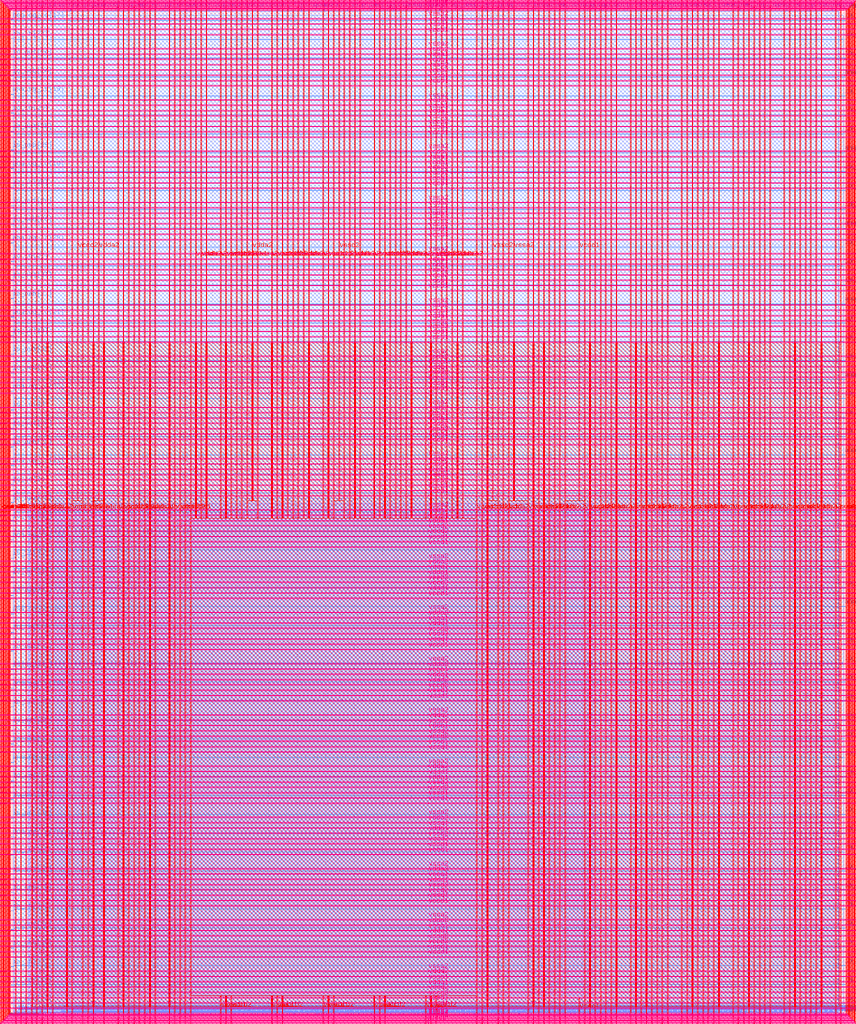
<source format=lef>
VERSION 5.7 ;
  NOWIREEXTENSIONATPIN ON ;
  DIVIDERCHAR "/" ;
  BUSBITCHARS "[]" ;
MACRO user_project_wrapper
  CLASS BLOCK ;
  FOREIGN user_project_wrapper ;
  ORIGIN 0.000 0.000 ;
  SIZE 2920.000 BY 3520.000 ;
  PIN analog_io[0]
    DIRECTION INOUT ;
    USE SIGNAL ;
    PORT
      LAYER met3 ;
        RECT 2917.600 1426.380 2924.800 1427.580 ;
    END
  END analog_io[0]
  PIN analog_io[10]
    DIRECTION INOUT ;
    USE SIGNAL ;
    PORT
      LAYER met2 ;
        RECT 2230.490 3517.600 2231.050 3524.800 ;
    END
  END analog_io[10]
  PIN analog_io[11]
    DIRECTION INOUT ;
    USE SIGNAL ;
    PORT
      LAYER met2 ;
        RECT 1905.730 3517.600 1906.290 3524.800 ;
    END
  END analog_io[11]
  PIN analog_io[12]
    DIRECTION INOUT ;
    USE SIGNAL ;
    PORT
      LAYER met2 ;
        RECT 1581.430 3517.600 1581.990 3524.800 ;
    END
  END analog_io[12]
  PIN analog_io[13]
    DIRECTION INOUT ;
    USE SIGNAL ;
    PORT
      LAYER met2 ;
        RECT 1257.130 3517.600 1257.690 3524.800 ;
    END
  END analog_io[13]
  PIN analog_io[14]
    DIRECTION INOUT ;
    USE SIGNAL ;
    PORT
      LAYER met2 ;
        RECT 932.370 3517.600 932.930 3524.800 ;
    END
  END analog_io[14]
  PIN analog_io[15]
    DIRECTION INOUT ;
    USE SIGNAL ;
    PORT
      LAYER met2 ;
        RECT 608.070 3517.600 608.630 3524.800 ;
    END
  END analog_io[15]
  PIN analog_io[16]
    DIRECTION INOUT ;
    USE SIGNAL ;
    PORT
      LAYER met2 ;
        RECT 283.770 3517.600 284.330 3524.800 ;
    END
  END analog_io[16]
  PIN analog_io[17]
    DIRECTION INOUT ;
    USE SIGNAL ;
    PORT
      LAYER met3 ;
        RECT -4.800 3486.100 2.400 3487.300 ;
    END
  END analog_io[17]
  PIN analog_io[18]
    DIRECTION INOUT ;
    USE SIGNAL ;
    PORT
      LAYER met3 ;
        RECT -4.800 3224.980 2.400 3226.180 ;
    END
  END analog_io[18]
  PIN analog_io[19]
    DIRECTION INOUT ;
    USE SIGNAL ;
    PORT
      LAYER met3 ;
        RECT -4.800 2964.540 2.400 2965.740 ;
    END
  END analog_io[19]
  PIN analog_io[1]
    DIRECTION INOUT ;
    USE SIGNAL ;
    PORT
      LAYER met3 ;
        RECT 2917.600 1692.260 2924.800 1693.460 ;
    END
  END analog_io[1]
  PIN analog_io[20]
    DIRECTION INOUT ;
    USE SIGNAL ;
    PORT
      LAYER met3 ;
        RECT -4.800 2703.420 2.400 2704.620 ;
    END
  END analog_io[20]
  PIN analog_io[21]
    DIRECTION INOUT ;
    USE SIGNAL ;
    PORT
      LAYER met3 ;
        RECT -4.800 2442.980 2.400 2444.180 ;
    END
  END analog_io[21]
  PIN analog_io[22]
    DIRECTION INOUT ;
    USE SIGNAL ;
    PORT
      LAYER met3 ;
        RECT -4.800 2182.540 2.400 2183.740 ;
    END
  END analog_io[22]
  PIN analog_io[23]
    DIRECTION INOUT ;
    USE SIGNAL ;
    PORT
      LAYER met3 ;
        RECT -4.800 1921.420 2.400 1922.620 ;
    END
  END analog_io[23]
  PIN analog_io[24]
    DIRECTION INOUT ;
    USE SIGNAL ;
    PORT
      LAYER met3 ;
        RECT -4.800 1660.980 2.400 1662.180 ;
    END
  END analog_io[24]
  PIN analog_io[25]
    DIRECTION INOUT ;
    USE SIGNAL ;
    PORT
      LAYER met3 ;
        RECT -4.800 1399.860 2.400 1401.060 ;
    END
  END analog_io[25]
  PIN analog_io[26]
    DIRECTION INOUT ;
    USE SIGNAL ;
    PORT
      LAYER met3 ;
        RECT -4.800 1139.420 2.400 1140.620 ;
    END
  END analog_io[26]
  PIN analog_io[27]
    DIRECTION INOUT ;
    USE SIGNAL ;
    PORT
      LAYER met3 ;
        RECT -4.800 878.980 2.400 880.180 ;
    END
  END analog_io[27]
  PIN analog_io[28]
    DIRECTION INOUT ;
    USE SIGNAL ;
    PORT
      LAYER met3 ;
        RECT -4.800 617.860 2.400 619.060 ;
    END
  END analog_io[28]
  PIN analog_io[2]
    DIRECTION INOUT ;
    USE SIGNAL ;
    PORT
      LAYER met3 ;
        RECT 2917.600 1958.140 2924.800 1959.340 ;
    END
  END analog_io[2]
  PIN analog_io[3]
    DIRECTION INOUT ;
    USE SIGNAL ;
    PORT
      LAYER met3 ;
        RECT 2917.600 2223.340 2924.800 2224.540 ;
    END
  END analog_io[3]
  PIN analog_io[4]
    DIRECTION INOUT ;
    USE SIGNAL ;
    PORT
      LAYER met3 ;
        RECT 2917.600 2489.220 2924.800 2490.420 ;
    END
  END analog_io[4]
  PIN analog_io[5]
    DIRECTION INOUT ;
    USE SIGNAL ;
    PORT
      LAYER met3 ;
        RECT 2917.600 2755.100 2924.800 2756.300 ;
    END
  END analog_io[5]
  PIN analog_io[6]
    DIRECTION INOUT ;
    USE SIGNAL ;
    PORT
      LAYER met3 ;
        RECT 2917.600 3020.300 2924.800 3021.500 ;
    END
  END analog_io[6]
  PIN analog_io[7]
    DIRECTION INOUT ;
    USE SIGNAL ;
    PORT
      LAYER met3 ;
        RECT 2917.600 3286.180 2924.800 3287.380 ;
    END
  END analog_io[7]
  PIN analog_io[8]
    DIRECTION INOUT ;
    USE SIGNAL ;
    PORT
      LAYER met2 ;
        RECT 2879.090 3517.600 2879.650 3524.800 ;
    END
  END analog_io[8]
  PIN analog_io[9]
    DIRECTION INOUT ;
    USE SIGNAL ;
    PORT
      LAYER met2 ;
        RECT 2554.790 3517.600 2555.350 3524.800 ;
    END
  END analog_io[9]
  PIN io_in[0]
    DIRECTION INPUT ;
    USE SIGNAL ;
    PORT
      LAYER met3 ;
        RECT 2917.600 32.380 2924.800 33.580 ;
    END
  END io_in[0]
  PIN io_in[10]
    DIRECTION INPUT ;
    USE SIGNAL ;
    PORT
      LAYER met3 ;
        RECT 2917.600 2289.980 2924.800 2291.180 ;
    END
  END io_in[10]
  PIN io_in[11]
    DIRECTION INPUT ;
    USE SIGNAL ;
    PORT
      LAYER met3 ;
        RECT 2917.600 2555.860 2924.800 2557.060 ;
    END
  END io_in[11]
  PIN io_in[12]
    DIRECTION INPUT ;
    USE SIGNAL ;
    PORT
      LAYER met3 ;
        RECT 2917.600 2821.060 2924.800 2822.260 ;
    END
  END io_in[12]
  PIN io_in[13]
    DIRECTION INPUT ;
    USE SIGNAL ;
    PORT
      LAYER met3 ;
        RECT 2917.600 3086.940 2924.800 3088.140 ;
    END
  END io_in[13]
  PIN io_in[14]
    DIRECTION INPUT ;
    USE SIGNAL ;
    PORT
      LAYER met3 ;
        RECT 2917.600 3352.820 2924.800 3354.020 ;
    END
  END io_in[14]
  PIN io_in[15]
    DIRECTION INPUT ;
    USE SIGNAL ;
    PORT
      LAYER met2 ;
        RECT 2798.130 3517.600 2798.690 3524.800 ;
    END
  END io_in[15]
  PIN io_in[16]
    DIRECTION INPUT ;
    USE SIGNAL ;
    PORT
      LAYER met2 ;
        RECT 2473.830 3517.600 2474.390 3524.800 ;
    END
  END io_in[16]
  PIN io_in[17]
    DIRECTION INPUT ;
    USE SIGNAL ;
    PORT
      LAYER met2 ;
        RECT 2149.070 3517.600 2149.630 3524.800 ;
    END
  END io_in[17]
  PIN io_in[18]
    DIRECTION INPUT ;
    USE SIGNAL ;
    PORT
      LAYER met2 ;
        RECT 1824.770 3517.600 1825.330 3524.800 ;
    END
  END io_in[18]
  PIN io_in[19]
    DIRECTION INPUT ;
    USE SIGNAL ;
    PORT
      LAYER met2 ;
        RECT 1500.470 3517.600 1501.030 3524.800 ;
    END
  END io_in[19]
  PIN io_in[1]
    DIRECTION INPUT ;
    USE SIGNAL ;
    PORT
      LAYER met3 ;
        RECT 2917.600 230.940 2924.800 232.140 ;
    END
  END io_in[1]
  PIN io_in[20]
    DIRECTION INPUT ;
    USE SIGNAL ;
    PORT
      LAYER met2 ;
        RECT 1175.710 3517.600 1176.270 3524.800 ;
    END
  END io_in[20]
  PIN io_in[21]
    DIRECTION INPUT ;
    USE SIGNAL ;
    PORT
      LAYER met2 ;
        RECT 851.410 3517.600 851.970 3524.800 ;
    END
  END io_in[21]
  PIN io_in[22]
    DIRECTION INPUT ;
    USE SIGNAL ;
    PORT
      LAYER met2 ;
        RECT 527.110 3517.600 527.670 3524.800 ;
    END
  END io_in[22]
  PIN io_in[23]
    DIRECTION INPUT ;
    USE SIGNAL ;
    PORT
      LAYER met2 ;
        RECT 202.350 3517.600 202.910 3524.800 ;
    END
  END io_in[23]
  PIN io_in[24]
    DIRECTION INPUT ;
    USE SIGNAL ;
    PORT
      LAYER met3 ;
        RECT -4.800 3420.820 2.400 3422.020 ;
    END
  END io_in[24]
  PIN io_in[25]
    DIRECTION INPUT ;
    USE SIGNAL ;
    PORT
      LAYER met3 ;
        RECT -4.800 3159.700 2.400 3160.900 ;
    END
  END io_in[25]
  PIN io_in[26]
    DIRECTION INPUT ;
    USE SIGNAL ;
    PORT
      LAYER met3 ;
        RECT -4.800 2899.260 2.400 2900.460 ;
    END
  END io_in[26]
  PIN io_in[27]
    DIRECTION INPUT ;
    USE SIGNAL ;
    PORT
      LAYER met3 ;
        RECT -4.800 2638.820 2.400 2640.020 ;
    END
  END io_in[27]
  PIN io_in[28]
    DIRECTION INPUT ;
    USE SIGNAL ;
    PORT
      LAYER met3 ;
        RECT -4.800 2377.700 2.400 2378.900 ;
    END
  END io_in[28]
  PIN io_in[29]
    DIRECTION INPUT ;
    USE SIGNAL ;
    PORT
      LAYER met3 ;
        RECT -4.800 2117.260 2.400 2118.460 ;
    END
  END io_in[29]
  PIN io_in[2]
    DIRECTION INPUT ;
    USE SIGNAL ;
    PORT
      LAYER met3 ;
        RECT 2917.600 430.180 2924.800 431.380 ;
    END
  END io_in[2]
  PIN io_in[30]
    DIRECTION INPUT ;
    USE SIGNAL ;
    PORT
      LAYER met3 ;
        RECT -4.800 1856.140 2.400 1857.340 ;
    END
  END io_in[30]
  PIN io_in[31]
    DIRECTION INPUT ;
    USE SIGNAL ;
    PORT
      LAYER met3 ;
        RECT -4.800 1595.700 2.400 1596.900 ;
    END
  END io_in[31]
  PIN io_in[32]
    DIRECTION INPUT ;
    USE SIGNAL ;
    PORT
      LAYER met3 ;
        RECT -4.800 1335.260 2.400 1336.460 ;
    END
  END io_in[32]
  PIN io_in[33]
    DIRECTION INPUT ;
    USE SIGNAL ;
    PORT
      LAYER met3 ;
        RECT -4.800 1074.140 2.400 1075.340 ;
    END
  END io_in[33]
  PIN io_in[34]
    DIRECTION INPUT ;
    USE SIGNAL ;
    PORT
      LAYER met3 ;
        RECT -4.800 813.700 2.400 814.900 ;
    END
  END io_in[34]
  PIN io_in[35]
    DIRECTION INPUT ;
    USE SIGNAL ;
    PORT
      LAYER met3 ;
        RECT -4.800 552.580 2.400 553.780 ;
    END
  END io_in[35]
  PIN io_in[36]
    DIRECTION INPUT ;
    USE SIGNAL ;
    PORT
      LAYER met3 ;
        RECT -4.800 357.420 2.400 358.620 ;
    END
  END io_in[36]
  PIN io_in[37]
    DIRECTION INPUT ;
    USE SIGNAL ;
    PORT
      LAYER met3 ;
        RECT -4.800 161.580 2.400 162.780 ;
    END
  END io_in[37]
  PIN io_in[3]
    DIRECTION INPUT ;
    USE SIGNAL ;
    PORT
      LAYER met3 ;
        RECT 2917.600 629.420 2924.800 630.620 ;
    END
  END io_in[3]
  PIN io_in[4]
    DIRECTION INPUT ;
    USE SIGNAL ;
    PORT
      LAYER met3 ;
        RECT 2917.600 828.660 2924.800 829.860 ;
    END
  END io_in[4]
  PIN io_in[5]
    DIRECTION INPUT ;
    USE SIGNAL ;
    PORT
      LAYER met3 ;
        RECT 2917.600 1027.900 2924.800 1029.100 ;
    END
  END io_in[5]
  PIN io_in[6]
    DIRECTION INPUT ;
    USE SIGNAL ;
    PORT
      LAYER met3 ;
        RECT 2917.600 1227.140 2924.800 1228.340 ;
    END
  END io_in[6]
  PIN io_in[7]
    DIRECTION INPUT ;
    USE SIGNAL ;
    PORT
      LAYER met3 ;
        RECT 2917.600 1493.020 2924.800 1494.220 ;
    END
  END io_in[7]
  PIN io_in[8]
    DIRECTION INPUT ;
    USE SIGNAL ;
    PORT
      LAYER met3 ;
        RECT 2917.600 1758.900 2924.800 1760.100 ;
    END
  END io_in[8]
  PIN io_in[9]
    DIRECTION INPUT ;
    USE SIGNAL ;
    PORT
      LAYER met3 ;
        RECT 2917.600 2024.100 2924.800 2025.300 ;
    END
  END io_in[9]
  PIN io_oeb[0]
    DIRECTION OUTPUT TRISTATE ;
    USE SIGNAL ;
    PORT
      LAYER met3 ;
        RECT 2917.600 164.980 2924.800 166.180 ;
    END
  END io_oeb[0]
  PIN io_oeb[10]
    DIRECTION OUTPUT TRISTATE ;
    USE SIGNAL ;
    PORT
      LAYER met3 ;
        RECT 2917.600 2422.580 2924.800 2423.780 ;
    END
  END io_oeb[10]
  PIN io_oeb[11]
    DIRECTION OUTPUT TRISTATE ;
    USE SIGNAL ;
    PORT
      LAYER met3 ;
        RECT 2917.600 2688.460 2924.800 2689.660 ;
    END
  END io_oeb[11]
  PIN io_oeb[12]
    DIRECTION OUTPUT TRISTATE ;
    USE SIGNAL ;
    PORT
      LAYER met3 ;
        RECT 2917.600 2954.340 2924.800 2955.540 ;
    END
  END io_oeb[12]
  PIN io_oeb[13]
    DIRECTION OUTPUT TRISTATE ;
    USE SIGNAL ;
    PORT
      LAYER met3 ;
        RECT 2917.600 3219.540 2924.800 3220.740 ;
    END
  END io_oeb[13]
  PIN io_oeb[14]
    DIRECTION OUTPUT TRISTATE ;
    USE SIGNAL ;
    PORT
      LAYER met3 ;
        RECT 2917.600 3485.420 2924.800 3486.620 ;
    END
  END io_oeb[14]
  PIN io_oeb[15]
    DIRECTION OUTPUT TRISTATE ;
    USE SIGNAL ;
    PORT
      LAYER met2 ;
        RECT 2635.750 3517.600 2636.310 3524.800 ;
    END
  END io_oeb[15]
  PIN io_oeb[16]
    DIRECTION OUTPUT TRISTATE ;
    USE SIGNAL ;
    PORT
      LAYER met2 ;
        RECT 2311.450 3517.600 2312.010 3524.800 ;
    END
  END io_oeb[16]
  PIN io_oeb[17]
    DIRECTION OUTPUT TRISTATE ;
    USE SIGNAL ;
    PORT
      LAYER met2 ;
        RECT 1987.150 3517.600 1987.710 3524.800 ;
    END
  END io_oeb[17]
  PIN io_oeb[18]
    DIRECTION OUTPUT TRISTATE ;
    USE SIGNAL ;
    PORT
      LAYER met2 ;
        RECT 1662.390 3517.600 1662.950 3524.800 ;
    END
  END io_oeb[18]
  PIN io_oeb[19]
    DIRECTION OUTPUT TRISTATE ;
    USE SIGNAL ;
    PORT
      LAYER met2 ;
        RECT 1338.090 3517.600 1338.650 3524.800 ;
    END
  END io_oeb[19]
  PIN io_oeb[1]
    DIRECTION OUTPUT TRISTATE ;
    USE SIGNAL ;
    PORT
      LAYER met3 ;
        RECT 2917.600 364.220 2924.800 365.420 ;
    END
  END io_oeb[1]
  PIN io_oeb[20]
    DIRECTION OUTPUT TRISTATE ;
    USE SIGNAL ;
    PORT
      LAYER met2 ;
        RECT 1013.790 3517.600 1014.350 3524.800 ;
    END
  END io_oeb[20]
  PIN io_oeb[21]
    DIRECTION OUTPUT TRISTATE ;
    USE SIGNAL ;
    PORT
      LAYER met2 ;
        RECT 689.030 3517.600 689.590 3524.800 ;
    END
  END io_oeb[21]
  PIN io_oeb[22]
    DIRECTION OUTPUT TRISTATE ;
    USE SIGNAL ;
    PORT
      LAYER met2 ;
        RECT 364.730 3517.600 365.290 3524.800 ;
    END
  END io_oeb[22]
  PIN io_oeb[23]
    DIRECTION OUTPUT TRISTATE ;
    USE SIGNAL ;
    PORT
      LAYER met2 ;
        RECT 40.430 3517.600 40.990 3524.800 ;
    END
  END io_oeb[23]
  PIN io_oeb[24]
    DIRECTION OUTPUT TRISTATE ;
    USE SIGNAL ;
    PORT
      LAYER met3 ;
        RECT -4.800 3290.260 2.400 3291.460 ;
    END
  END io_oeb[24]
  PIN io_oeb[25]
    DIRECTION OUTPUT TRISTATE ;
    USE SIGNAL ;
    PORT
      LAYER met3 ;
        RECT -4.800 3029.820 2.400 3031.020 ;
    END
  END io_oeb[25]
  PIN io_oeb[26]
    DIRECTION OUTPUT TRISTATE ;
    USE SIGNAL ;
    PORT
      LAYER met3 ;
        RECT -4.800 2768.700 2.400 2769.900 ;
    END
  END io_oeb[26]
  PIN io_oeb[27]
    DIRECTION OUTPUT TRISTATE ;
    USE SIGNAL ;
    PORT
      LAYER met3 ;
        RECT -4.800 2508.260 2.400 2509.460 ;
    END
  END io_oeb[27]
  PIN io_oeb[28]
    DIRECTION OUTPUT TRISTATE ;
    USE SIGNAL ;
    PORT
      LAYER met3 ;
        RECT -4.800 2247.140 2.400 2248.340 ;
    END
  END io_oeb[28]
  PIN io_oeb[29]
    DIRECTION OUTPUT TRISTATE ;
    USE SIGNAL ;
    PORT
      LAYER met3 ;
        RECT -4.800 1986.700 2.400 1987.900 ;
    END
  END io_oeb[29]
  PIN io_oeb[2]
    DIRECTION OUTPUT TRISTATE ;
    USE SIGNAL ;
    PORT
      LAYER met3 ;
        RECT 2917.600 563.460 2924.800 564.660 ;
    END
  END io_oeb[2]
  PIN io_oeb[30]
    DIRECTION OUTPUT TRISTATE ;
    USE SIGNAL ;
    PORT
      LAYER met3 ;
        RECT -4.800 1726.260 2.400 1727.460 ;
    END
  END io_oeb[30]
  PIN io_oeb[31]
    DIRECTION OUTPUT TRISTATE ;
    USE SIGNAL ;
    PORT
      LAYER met3 ;
        RECT -4.800 1465.140 2.400 1466.340 ;
    END
  END io_oeb[31]
  PIN io_oeb[32]
    DIRECTION OUTPUT TRISTATE ;
    USE SIGNAL ;
    PORT
      LAYER met3 ;
        RECT -4.800 1204.700 2.400 1205.900 ;
    END
  END io_oeb[32]
  PIN io_oeb[33]
    DIRECTION OUTPUT TRISTATE ;
    USE SIGNAL ;
    PORT
      LAYER met3 ;
        RECT -4.800 943.580 2.400 944.780 ;
    END
  END io_oeb[33]
  PIN io_oeb[34]
    DIRECTION OUTPUT TRISTATE ;
    USE SIGNAL ;
    PORT
      LAYER met3 ;
        RECT -4.800 683.140 2.400 684.340 ;
    END
  END io_oeb[34]
  PIN io_oeb[35]
    DIRECTION OUTPUT TRISTATE ;
    USE SIGNAL ;
    PORT
      LAYER met3 ;
        RECT -4.800 422.700 2.400 423.900 ;
    END
  END io_oeb[35]
  PIN io_oeb[36]
    DIRECTION OUTPUT TRISTATE ;
    USE SIGNAL ;
    PORT
      LAYER met3 ;
        RECT -4.800 226.860 2.400 228.060 ;
    END
  END io_oeb[36]
  PIN io_oeb[37]
    DIRECTION OUTPUT TRISTATE ;
    USE SIGNAL ;
    PORT
      LAYER met3 ;
        RECT -4.800 31.700 2.400 32.900 ;
    END
  END io_oeb[37]
  PIN io_oeb[3]
    DIRECTION OUTPUT TRISTATE ;
    USE SIGNAL ;
    PORT
      LAYER met3 ;
        RECT 2917.600 762.700 2924.800 763.900 ;
    END
  END io_oeb[3]
  PIN io_oeb[4]
    DIRECTION OUTPUT TRISTATE ;
    USE SIGNAL ;
    PORT
      LAYER met3 ;
        RECT 2917.600 961.940 2924.800 963.140 ;
    END
  END io_oeb[4]
  PIN io_oeb[5]
    DIRECTION OUTPUT TRISTATE ;
    USE SIGNAL ;
    PORT
      LAYER met3 ;
        RECT 2917.600 1161.180 2924.800 1162.380 ;
    END
  END io_oeb[5]
  PIN io_oeb[6]
    DIRECTION OUTPUT TRISTATE ;
    USE SIGNAL ;
    PORT
      LAYER met3 ;
        RECT 2917.600 1360.420 2924.800 1361.620 ;
    END
  END io_oeb[6]
  PIN io_oeb[7]
    DIRECTION OUTPUT TRISTATE ;
    USE SIGNAL ;
    PORT
      LAYER met3 ;
        RECT 2917.600 1625.620 2924.800 1626.820 ;
    END
  END io_oeb[7]
  PIN io_oeb[8]
    DIRECTION OUTPUT TRISTATE ;
    USE SIGNAL ;
    PORT
      LAYER met3 ;
        RECT 2917.600 1891.500 2924.800 1892.700 ;
    END
  END io_oeb[8]
  PIN io_oeb[9]
    DIRECTION OUTPUT TRISTATE ;
    USE SIGNAL ;
    PORT
      LAYER met3 ;
        RECT 2917.600 2157.380 2924.800 2158.580 ;
    END
  END io_oeb[9]
  PIN io_out[0]
    DIRECTION OUTPUT TRISTATE ;
    USE SIGNAL ;
    PORT
      LAYER met3 ;
        RECT 2917.600 98.340 2924.800 99.540 ;
    END
  END io_out[0]
  PIN io_out[10]
    DIRECTION OUTPUT TRISTATE ;
    USE SIGNAL ;
    PORT
      LAYER met3 ;
        RECT 2917.600 2356.620 2924.800 2357.820 ;
    END
  END io_out[10]
  PIN io_out[11]
    DIRECTION OUTPUT TRISTATE ;
    USE SIGNAL ;
    PORT
      LAYER met3 ;
        RECT 2917.600 2621.820 2924.800 2623.020 ;
    END
  END io_out[11]
  PIN io_out[12]
    DIRECTION OUTPUT TRISTATE ;
    USE SIGNAL ;
    PORT
      LAYER met3 ;
        RECT 2917.600 2887.700 2924.800 2888.900 ;
    END
  END io_out[12]
  PIN io_out[13]
    DIRECTION OUTPUT TRISTATE ;
    USE SIGNAL ;
    PORT
      LAYER met3 ;
        RECT 2917.600 3153.580 2924.800 3154.780 ;
    END
  END io_out[13]
  PIN io_out[14]
    DIRECTION OUTPUT TRISTATE ;
    USE SIGNAL ;
    PORT
      LAYER met3 ;
        RECT 2917.600 3418.780 2924.800 3419.980 ;
    END
  END io_out[14]
  PIN io_out[15]
    DIRECTION OUTPUT TRISTATE ;
    USE SIGNAL ;
    PORT
      LAYER met2 ;
        RECT 2717.170 3517.600 2717.730 3524.800 ;
    END
  END io_out[15]
  PIN io_out[16]
    DIRECTION OUTPUT TRISTATE ;
    USE SIGNAL ;
    PORT
      LAYER met2 ;
        RECT 2392.410 3517.600 2392.970 3524.800 ;
    END
  END io_out[16]
  PIN io_out[17]
    DIRECTION OUTPUT TRISTATE ;
    USE SIGNAL ;
    PORT
      LAYER met2 ;
        RECT 2068.110 3517.600 2068.670 3524.800 ;
    END
  END io_out[17]
  PIN io_out[18]
    DIRECTION OUTPUT TRISTATE ;
    USE SIGNAL ;
    PORT
      LAYER met2 ;
        RECT 1743.810 3517.600 1744.370 3524.800 ;
    END
  END io_out[18]
  PIN io_out[19]
    DIRECTION OUTPUT TRISTATE ;
    USE SIGNAL ;
    PORT
      LAYER met2 ;
        RECT 1419.050 3517.600 1419.610 3524.800 ;
    END
  END io_out[19]
  PIN io_out[1]
    DIRECTION OUTPUT TRISTATE ;
    USE SIGNAL ;
    PORT
      LAYER met3 ;
        RECT 2917.600 297.580 2924.800 298.780 ;
    END
  END io_out[1]
  PIN io_out[20]
    DIRECTION OUTPUT TRISTATE ;
    USE SIGNAL ;
    PORT
      LAYER met2 ;
        RECT 1094.750 3517.600 1095.310 3524.800 ;
    END
  END io_out[20]
  PIN io_out[21]
    DIRECTION OUTPUT TRISTATE ;
    USE SIGNAL ;
    PORT
      LAYER met2 ;
        RECT 770.450 3517.600 771.010 3524.800 ;
    END
  END io_out[21]
  PIN io_out[22]
    DIRECTION OUTPUT TRISTATE ;
    USE SIGNAL ;
    PORT
      LAYER met2 ;
        RECT 445.690 3517.600 446.250 3524.800 ;
    END
  END io_out[22]
  PIN io_out[23]
    DIRECTION OUTPUT TRISTATE ;
    USE SIGNAL ;
    PORT
      LAYER met2 ;
        RECT 121.390 3517.600 121.950 3524.800 ;
    END
  END io_out[23]
  PIN io_out[24]
    DIRECTION OUTPUT TRISTATE ;
    USE SIGNAL ;
    PORT
      LAYER met3 ;
        RECT -4.800 3355.540 2.400 3356.740 ;
    END
  END io_out[24]
  PIN io_out[25]
    DIRECTION OUTPUT TRISTATE ;
    USE SIGNAL ;
    PORT
      LAYER met3 ;
        RECT -4.800 3095.100 2.400 3096.300 ;
    END
  END io_out[25]
  PIN io_out[26]
    DIRECTION OUTPUT TRISTATE ;
    USE SIGNAL ;
    PORT
      LAYER met3 ;
        RECT -4.800 2833.980 2.400 2835.180 ;
    END
  END io_out[26]
  PIN io_out[27]
    DIRECTION OUTPUT TRISTATE ;
    USE SIGNAL ;
    PORT
      LAYER met3 ;
        RECT -4.800 2573.540 2.400 2574.740 ;
    END
  END io_out[27]
  PIN io_out[28]
    DIRECTION OUTPUT TRISTATE ;
    USE SIGNAL ;
    PORT
      LAYER met3 ;
        RECT -4.800 2312.420 2.400 2313.620 ;
    END
  END io_out[28]
  PIN io_out[29]
    DIRECTION OUTPUT TRISTATE ;
    USE SIGNAL ;
    PORT
      LAYER met3 ;
        RECT -4.800 2051.980 2.400 2053.180 ;
    END
  END io_out[29]
  PIN io_out[2]
    DIRECTION OUTPUT TRISTATE ;
    USE SIGNAL ;
    PORT
      LAYER met3 ;
        RECT 2917.600 496.820 2924.800 498.020 ;
    END
  END io_out[2]
  PIN io_out[30]
    DIRECTION OUTPUT TRISTATE ;
    USE SIGNAL ;
    PORT
      LAYER met3 ;
        RECT -4.800 1791.540 2.400 1792.740 ;
    END
  END io_out[30]
  PIN io_out[31]
    DIRECTION OUTPUT TRISTATE ;
    USE SIGNAL ;
    PORT
      LAYER met3 ;
        RECT -4.800 1530.420 2.400 1531.620 ;
    END
  END io_out[31]
  PIN io_out[32]
    DIRECTION OUTPUT TRISTATE ;
    USE SIGNAL ;
    PORT
      LAYER met3 ;
        RECT -4.800 1269.980 2.400 1271.180 ;
    END
  END io_out[32]
  PIN io_out[33]
    DIRECTION OUTPUT TRISTATE ;
    USE SIGNAL ;
    PORT
      LAYER met3 ;
        RECT -4.800 1008.860 2.400 1010.060 ;
    END
  END io_out[33]
  PIN io_out[34]
    DIRECTION OUTPUT TRISTATE ;
    USE SIGNAL ;
    PORT
      LAYER met3 ;
        RECT -4.800 748.420 2.400 749.620 ;
    END
  END io_out[34]
  PIN io_out[35]
    DIRECTION OUTPUT TRISTATE ;
    USE SIGNAL ;
    PORT
      LAYER met3 ;
        RECT -4.800 487.300 2.400 488.500 ;
    END
  END io_out[35]
  PIN io_out[36]
    DIRECTION OUTPUT TRISTATE ;
    USE SIGNAL ;
    PORT
      LAYER met3 ;
        RECT -4.800 292.140 2.400 293.340 ;
    END
  END io_out[36]
  PIN io_out[37]
    DIRECTION OUTPUT TRISTATE ;
    USE SIGNAL ;
    PORT
      LAYER met3 ;
        RECT -4.800 96.300 2.400 97.500 ;
    END
  END io_out[37]
  PIN io_out[3]
    DIRECTION OUTPUT TRISTATE ;
    USE SIGNAL ;
    PORT
      LAYER met3 ;
        RECT 2917.600 696.060 2924.800 697.260 ;
    END
  END io_out[3]
  PIN io_out[4]
    DIRECTION OUTPUT TRISTATE ;
    USE SIGNAL ;
    PORT
      LAYER met3 ;
        RECT 2917.600 895.300 2924.800 896.500 ;
    END
  END io_out[4]
  PIN io_out[5]
    DIRECTION OUTPUT TRISTATE ;
    USE SIGNAL ;
    PORT
      LAYER met3 ;
        RECT 2917.600 1094.540 2924.800 1095.740 ;
    END
  END io_out[5]
  PIN io_out[6]
    DIRECTION OUTPUT TRISTATE ;
    USE SIGNAL ;
    PORT
      LAYER met3 ;
        RECT 2917.600 1293.780 2924.800 1294.980 ;
    END
  END io_out[6]
  PIN io_out[7]
    DIRECTION OUTPUT TRISTATE ;
    USE SIGNAL ;
    PORT
      LAYER met3 ;
        RECT 2917.600 1559.660 2924.800 1560.860 ;
    END
  END io_out[7]
  PIN io_out[8]
    DIRECTION OUTPUT TRISTATE ;
    USE SIGNAL ;
    PORT
      LAYER met3 ;
        RECT 2917.600 1824.860 2924.800 1826.060 ;
    END
  END io_out[8]
  PIN io_out[9]
    DIRECTION OUTPUT TRISTATE ;
    USE SIGNAL ;
    PORT
      LAYER met3 ;
        RECT 2917.600 2090.740 2924.800 2091.940 ;
    END
  END io_out[9]
  PIN la_data_in[0]
    DIRECTION INPUT ;
    USE SIGNAL ;
    PORT
      LAYER met2 ;
        RECT 629.230 -4.800 629.790 2.400 ;
    END
  END la_data_in[0]
  PIN la_data_in[100]
    DIRECTION INPUT ;
    USE SIGNAL ;
    PORT
      LAYER met2 ;
        RECT 2402.530 -4.800 2403.090 2.400 ;
    END
  END la_data_in[100]
  PIN la_data_in[101]
    DIRECTION INPUT ;
    USE SIGNAL ;
    PORT
      LAYER met2 ;
        RECT 2420.010 -4.800 2420.570 2.400 ;
    END
  END la_data_in[101]
  PIN la_data_in[102]
    DIRECTION INPUT ;
    USE SIGNAL ;
    PORT
      LAYER met2 ;
        RECT 2437.950 -4.800 2438.510 2.400 ;
    END
  END la_data_in[102]
  PIN la_data_in[103]
    DIRECTION INPUT ;
    USE SIGNAL ;
    PORT
      LAYER met2 ;
        RECT 2455.430 -4.800 2455.990 2.400 ;
    END
  END la_data_in[103]
  PIN la_data_in[104]
    DIRECTION INPUT ;
    USE SIGNAL ;
    PORT
      LAYER met2 ;
        RECT 2473.370 -4.800 2473.930 2.400 ;
    END
  END la_data_in[104]
  PIN la_data_in[105]
    DIRECTION INPUT ;
    USE SIGNAL ;
    PORT
      LAYER met2 ;
        RECT 2490.850 -4.800 2491.410 2.400 ;
    END
  END la_data_in[105]
  PIN la_data_in[106]
    DIRECTION INPUT ;
    USE SIGNAL ;
    PORT
      LAYER met2 ;
        RECT 2508.790 -4.800 2509.350 2.400 ;
    END
  END la_data_in[106]
  PIN la_data_in[107]
    DIRECTION INPUT ;
    USE SIGNAL ;
    PORT
      LAYER met2 ;
        RECT 2526.730 -4.800 2527.290 2.400 ;
    END
  END la_data_in[107]
  PIN la_data_in[108]
    DIRECTION INPUT ;
    USE SIGNAL ;
    PORT
      LAYER met2 ;
        RECT 2544.210 -4.800 2544.770 2.400 ;
    END
  END la_data_in[108]
  PIN la_data_in[109]
    DIRECTION INPUT ;
    USE SIGNAL ;
    PORT
      LAYER met2 ;
        RECT 2562.150 -4.800 2562.710 2.400 ;
    END
  END la_data_in[109]
  PIN la_data_in[10]
    DIRECTION INPUT ;
    USE SIGNAL ;
    PORT
      LAYER met2 ;
        RECT 806.330 -4.800 806.890 2.400 ;
    END
  END la_data_in[10]
  PIN la_data_in[110]
    DIRECTION INPUT ;
    USE SIGNAL ;
    PORT
      LAYER met2 ;
        RECT 2579.630 -4.800 2580.190 2.400 ;
    END
  END la_data_in[110]
  PIN la_data_in[111]
    DIRECTION INPUT ;
    USE SIGNAL ;
    PORT
      LAYER met2 ;
        RECT 2597.570 -4.800 2598.130 2.400 ;
    END
  END la_data_in[111]
  PIN la_data_in[112]
    DIRECTION INPUT ;
    USE SIGNAL ;
    PORT
      LAYER met2 ;
        RECT 2615.050 -4.800 2615.610 2.400 ;
    END
  END la_data_in[112]
  PIN la_data_in[113]
    DIRECTION INPUT ;
    USE SIGNAL ;
    PORT
      LAYER met2 ;
        RECT 2632.990 -4.800 2633.550 2.400 ;
    END
  END la_data_in[113]
  PIN la_data_in[114]
    DIRECTION INPUT ;
    USE SIGNAL ;
    PORT
      LAYER met2 ;
        RECT 2650.470 -4.800 2651.030 2.400 ;
    END
  END la_data_in[114]
  PIN la_data_in[115]
    DIRECTION INPUT ;
    USE SIGNAL ;
    PORT
      LAYER met2 ;
        RECT 2668.410 -4.800 2668.970 2.400 ;
    END
  END la_data_in[115]
  PIN la_data_in[116]
    DIRECTION INPUT ;
    USE SIGNAL ;
    PORT
      LAYER met2 ;
        RECT 2685.890 -4.800 2686.450 2.400 ;
    END
  END la_data_in[116]
  PIN la_data_in[117]
    DIRECTION INPUT ;
    USE SIGNAL ;
    PORT
      LAYER met2 ;
        RECT 2703.830 -4.800 2704.390 2.400 ;
    END
  END la_data_in[117]
  PIN la_data_in[118]
    DIRECTION INPUT ;
    USE SIGNAL ;
    PORT
      LAYER met2 ;
        RECT 2721.770 -4.800 2722.330 2.400 ;
    END
  END la_data_in[118]
  PIN la_data_in[119]
    DIRECTION INPUT ;
    USE SIGNAL ;
    PORT
      LAYER met2 ;
        RECT 2739.250 -4.800 2739.810 2.400 ;
    END
  END la_data_in[119]
  PIN la_data_in[11]
    DIRECTION INPUT ;
    USE SIGNAL ;
    PORT
      LAYER met2 ;
        RECT 824.270 -4.800 824.830 2.400 ;
    END
  END la_data_in[11]
  PIN la_data_in[120]
    DIRECTION INPUT ;
    USE SIGNAL ;
    PORT
      LAYER met2 ;
        RECT 2757.190 -4.800 2757.750 2.400 ;
    END
  END la_data_in[120]
  PIN la_data_in[121]
    DIRECTION INPUT ;
    USE SIGNAL ;
    PORT
      LAYER met2 ;
        RECT 2774.670 -4.800 2775.230 2.400 ;
    END
  END la_data_in[121]
  PIN la_data_in[122]
    DIRECTION INPUT ;
    USE SIGNAL ;
    PORT
      LAYER met2 ;
        RECT 2792.610 -4.800 2793.170 2.400 ;
    END
  END la_data_in[122]
  PIN la_data_in[123]
    DIRECTION INPUT ;
    USE SIGNAL ;
    PORT
      LAYER met2 ;
        RECT 2810.090 -4.800 2810.650 2.400 ;
    END
  END la_data_in[123]
  PIN la_data_in[124]
    DIRECTION INPUT ;
    USE SIGNAL ;
    PORT
      LAYER met2 ;
        RECT 2828.030 -4.800 2828.590 2.400 ;
    END
  END la_data_in[124]
  PIN la_data_in[125]
    DIRECTION INPUT ;
    USE SIGNAL ;
    PORT
      LAYER met2 ;
        RECT 2845.510 -4.800 2846.070 2.400 ;
    END
  END la_data_in[125]
  PIN la_data_in[126]
    DIRECTION INPUT ;
    USE SIGNAL ;
    PORT
      LAYER met2 ;
        RECT 2863.450 -4.800 2864.010 2.400 ;
    END
  END la_data_in[126]
  PIN la_data_in[127]
    DIRECTION INPUT ;
    USE SIGNAL ;
    PORT
      LAYER met2 ;
        RECT 2881.390 -4.800 2881.950 2.400 ;
    END
  END la_data_in[127]
  PIN la_data_in[12]
    DIRECTION INPUT ;
    USE SIGNAL ;
    PORT
      LAYER met2 ;
        RECT 841.750 -4.800 842.310 2.400 ;
    END
  END la_data_in[12]
  PIN la_data_in[13]
    DIRECTION INPUT ;
    USE SIGNAL ;
    PORT
      LAYER met2 ;
        RECT 859.690 -4.800 860.250 2.400 ;
    END
  END la_data_in[13]
  PIN la_data_in[14]
    DIRECTION INPUT ;
    USE SIGNAL ;
    PORT
      LAYER met2 ;
        RECT 877.170 -4.800 877.730 2.400 ;
    END
  END la_data_in[14]
  PIN la_data_in[15]
    DIRECTION INPUT ;
    USE SIGNAL ;
    PORT
      LAYER met2 ;
        RECT 895.110 -4.800 895.670 2.400 ;
    END
  END la_data_in[15]
  PIN la_data_in[16]
    DIRECTION INPUT ;
    USE SIGNAL ;
    PORT
      LAYER met2 ;
        RECT 912.590 -4.800 913.150 2.400 ;
    END
  END la_data_in[16]
  PIN la_data_in[17]
    DIRECTION INPUT ;
    USE SIGNAL ;
    PORT
      LAYER met2 ;
        RECT 930.530 -4.800 931.090 2.400 ;
    END
  END la_data_in[17]
  PIN la_data_in[18]
    DIRECTION INPUT ;
    USE SIGNAL ;
    PORT
      LAYER met2 ;
        RECT 948.470 -4.800 949.030 2.400 ;
    END
  END la_data_in[18]
  PIN la_data_in[19]
    DIRECTION INPUT ;
    USE SIGNAL ;
    PORT
      LAYER met2 ;
        RECT 965.950 -4.800 966.510 2.400 ;
    END
  END la_data_in[19]
  PIN la_data_in[1]
    DIRECTION INPUT ;
    USE SIGNAL ;
    PORT
      LAYER met2 ;
        RECT 646.710 -4.800 647.270 2.400 ;
    END
  END la_data_in[1]
  PIN la_data_in[20]
    DIRECTION INPUT ;
    USE SIGNAL ;
    PORT
      LAYER met2 ;
        RECT 983.890 -4.800 984.450 2.400 ;
    END
  END la_data_in[20]
  PIN la_data_in[21]
    DIRECTION INPUT ;
    USE SIGNAL ;
    PORT
      LAYER met2 ;
        RECT 1001.370 -4.800 1001.930 2.400 ;
    END
  END la_data_in[21]
  PIN la_data_in[22]
    DIRECTION INPUT ;
    USE SIGNAL ;
    PORT
      LAYER met2 ;
        RECT 1019.310 -4.800 1019.870 2.400 ;
    END
  END la_data_in[22]
  PIN la_data_in[23]
    DIRECTION INPUT ;
    USE SIGNAL ;
    PORT
      LAYER met2 ;
        RECT 1036.790 -4.800 1037.350 2.400 ;
    END
  END la_data_in[23]
  PIN la_data_in[24]
    DIRECTION INPUT ;
    USE SIGNAL ;
    PORT
      LAYER met2 ;
        RECT 1054.730 -4.800 1055.290 2.400 ;
    END
  END la_data_in[24]
  PIN la_data_in[25]
    DIRECTION INPUT ;
    USE SIGNAL ;
    PORT
      LAYER met2 ;
        RECT 1072.210 -4.800 1072.770 2.400 ;
    END
  END la_data_in[25]
  PIN la_data_in[26]
    DIRECTION INPUT ;
    USE SIGNAL ;
    PORT
      LAYER met2 ;
        RECT 1090.150 -4.800 1090.710 2.400 ;
    END
  END la_data_in[26]
  PIN la_data_in[27]
    DIRECTION INPUT ;
    USE SIGNAL ;
    PORT
      LAYER met2 ;
        RECT 1107.630 -4.800 1108.190 2.400 ;
    END
  END la_data_in[27]
  PIN la_data_in[28]
    DIRECTION INPUT ;
    USE SIGNAL ;
    PORT
      LAYER met2 ;
        RECT 1125.570 -4.800 1126.130 2.400 ;
    END
  END la_data_in[28]
  PIN la_data_in[29]
    DIRECTION INPUT ;
    USE SIGNAL ;
    PORT
      LAYER met2 ;
        RECT 1143.510 -4.800 1144.070 2.400 ;
    END
  END la_data_in[29]
  PIN la_data_in[2]
    DIRECTION INPUT ;
    USE SIGNAL ;
    PORT
      LAYER met2 ;
        RECT 664.650 -4.800 665.210 2.400 ;
    END
  END la_data_in[2]
  PIN la_data_in[30]
    DIRECTION INPUT ;
    USE SIGNAL ;
    PORT
      LAYER met2 ;
        RECT 1160.990 -4.800 1161.550 2.400 ;
    END
  END la_data_in[30]
  PIN la_data_in[31]
    DIRECTION INPUT ;
    USE SIGNAL ;
    PORT
      LAYER met2 ;
        RECT 1178.930 -4.800 1179.490 2.400 ;
    END
  END la_data_in[31]
  PIN la_data_in[32]
    DIRECTION INPUT ;
    USE SIGNAL ;
    PORT
      LAYER met2 ;
        RECT 1196.410 -4.800 1196.970 2.400 ;
    END
  END la_data_in[32]
  PIN la_data_in[33]
    DIRECTION INPUT ;
    USE SIGNAL ;
    PORT
      LAYER met2 ;
        RECT 1214.350 -4.800 1214.910 2.400 ;
    END
  END la_data_in[33]
  PIN la_data_in[34]
    DIRECTION INPUT ;
    USE SIGNAL ;
    PORT
      LAYER met2 ;
        RECT 1231.830 -4.800 1232.390 2.400 ;
    END
  END la_data_in[34]
  PIN la_data_in[35]
    DIRECTION INPUT ;
    USE SIGNAL ;
    PORT
      LAYER met2 ;
        RECT 1249.770 -4.800 1250.330 2.400 ;
    END
  END la_data_in[35]
  PIN la_data_in[36]
    DIRECTION INPUT ;
    USE SIGNAL ;
    PORT
      LAYER met2 ;
        RECT 1267.250 -4.800 1267.810 2.400 ;
    END
  END la_data_in[36]
  PIN la_data_in[37]
    DIRECTION INPUT ;
    USE SIGNAL ;
    PORT
      LAYER met2 ;
        RECT 1285.190 -4.800 1285.750 2.400 ;
    END
  END la_data_in[37]
  PIN la_data_in[38]
    DIRECTION INPUT ;
    USE SIGNAL ;
    PORT
      LAYER met2 ;
        RECT 1303.130 -4.800 1303.690 2.400 ;
    END
  END la_data_in[38]
  PIN la_data_in[39]
    DIRECTION INPUT ;
    USE SIGNAL ;
    PORT
      LAYER met2 ;
        RECT 1320.610 -4.800 1321.170 2.400 ;
    END
  END la_data_in[39]
  PIN la_data_in[3]
    DIRECTION INPUT ;
    USE SIGNAL ;
    PORT
      LAYER met2 ;
        RECT 682.130 -4.800 682.690 2.400 ;
    END
  END la_data_in[3]
  PIN la_data_in[40]
    DIRECTION INPUT ;
    USE SIGNAL ;
    PORT
      LAYER met2 ;
        RECT 1338.550 -4.800 1339.110 2.400 ;
    END
  END la_data_in[40]
  PIN la_data_in[41]
    DIRECTION INPUT ;
    USE SIGNAL ;
    PORT
      LAYER met2 ;
        RECT 1356.030 -4.800 1356.590 2.400 ;
    END
  END la_data_in[41]
  PIN la_data_in[42]
    DIRECTION INPUT ;
    USE SIGNAL ;
    PORT
      LAYER met2 ;
        RECT 1373.970 -4.800 1374.530 2.400 ;
    END
  END la_data_in[42]
  PIN la_data_in[43]
    DIRECTION INPUT ;
    USE SIGNAL ;
    PORT
      LAYER met2 ;
        RECT 1391.450 -4.800 1392.010 2.400 ;
    END
  END la_data_in[43]
  PIN la_data_in[44]
    DIRECTION INPUT ;
    USE SIGNAL ;
    PORT
      LAYER met2 ;
        RECT 1409.390 -4.800 1409.950 2.400 ;
    END
  END la_data_in[44]
  PIN la_data_in[45]
    DIRECTION INPUT ;
    USE SIGNAL ;
    PORT
      LAYER met2 ;
        RECT 1426.870 -4.800 1427.430 2.400 ;
    END
  END la_data_in[45]
  PIN la_data_in[46]
    DIRECTION INPUT ;
    USE SIGNAL ;
    PORT
      LAYER met2 ;
        RECT 1444.810 -4.800 1445.370 2.400 ;
    END
  END la_data_in[46]
  PIN la_data_in[47]
    DIRECTION INPUT ;
    USE SIGNAL ;
    PORT
      LAYER met2 ;
        RECT 1462.750 -4.800 1463.310 2.400 ;
    END
  END la_data_in[47]
  PIN la_data_in[48]
    DIRECTION INPUT ;
    USE SIGNAL ;
    PORT
      LAYER met2 ;
        RECT 1480.230 -4.800 1480.790 2.400 ;
    END
  END la_data_in[48]
  PIN la_data_in[49]
    DIRECTION INPUT ;
    USE SIGNAL ;
    PORT
      LAYER met2 ;
        RECT 1498.170 -4.800 1498.730 2.400 ;
    END
  END la_data_in[49]
  PIN la_data_in[4]
    DIRECTION INPUT ;
    USE SIGNAL ;
    PORT
      LAYER met2 ;
        RECT 700.070 -4.800 700.630 2.400 ;
    END
  END la_data_in[4]
  PIN la_data_in[50]
    DIRECTION INPUT ;
    USE SIGNAL ;
    PORT
      LAYER met2 ;
        RECT 1515.650 -4.800 1516.210 2.400 ;
    END
  END la_data_in[50]
  PIN la_data_in[51]
    DIRECTION INPUT ;
    USE SIGNAL ;
    PORT
      LAYER met2 ;
        RECT 1533.590 -4.800 1534.150 2.400 ;
    END
  END la_data_in[51]
  PIN la_data_in[52]
    DIRECTION INPUT ;
    USE SIGNAL ;
    PORT
      LAYER met2 ;
        RECT 1551.070 -4.800 1551.630 2.400 ;
    END
  END la_data_in[52]
  PIN la_data_in[53]
    DIRECTION INPUT ;
    USE SIGNAL ;
    PORT
      LAYER met2 ;
        RECT 1569.010 -4.800 1569.570 2.400 ;
    END
  END la_data_in[53]
  PIN la_data_in[54]
    DIRECTION INPUT ;
    USE SIGNAL ;
    PORT
      LAYER met2 ;
        RECT 1586.490 -4.800 1587.050 2.400 ;
    END
  END la_data_in[54]
  PIN la_data_in[55]
    DIRECTION INPUT ;
    USE SIGNAL ;
    PORT
      LAYER met2 ;
        RECT 1604.430 -4.800 1604.990 2.400 ;
    END
  END la_data_in[55]
  PIN la_data_in[56]
    DIRECTION INPUT ;
    USE SIGNAL ;
    PORT
      LAYER met2 ;
        RECT 1621.910 -4.800 1622.470 2.400 ;
    END
  END la_data_in[56]
  PIN la_data_in[57]
    DIRECTION INPUT ;
    USE SIGNAL ;
    PORT
      LAYER met2 ;
        RECT 1639.850 -4.800 1640.410 2.400 ;
    END
  END la_data_in[57]
  PIN la_data_in[58]
    DIRECTION INPUT ;
    USE SIGNAL ;
    PORT
      LAYER met2 ;
        RECT 1657.790 -4.800 1658.350 2.400 ;
    END
  END la_data_in[58]
  PIN la_data_in[59]
    DIRECTION INPUT ;
    USE SIGNAL ;
    PORT
      LAYER met2 ;
        RECT 1675.270 -4.800 1675.830 2.400 ;
    END
  END la_data_in[59]
  PIN la_data_in[5]
    DIRECTION INPUT ;
    USE SIGNAL ;
    PORT
      LAYER met2 ;
        RECT 717.550 -4.800 718.110 2.400 ;
    END
  END la_data_in[5]
  PIN la_data_in[60]
    DIRECTION INPUT ;
    USE SIGNAL ;
    PORT
      LAYER met2 ;
        RECT 1693.210 -4.800 1693.770 2.400 ;
    END
  END la_data_in[60]
  PIN la_data_in[61]
    DIRECTION INPUT ;
    USE SIGNAL ;
    PORT
      LAYER met2 ;
        RECT 1710.690 -4.800 1711.250 2.400 ;
    END
  END la_data_in[61]
  PIN la_data_in[62]
    DIRECTION INPUT ;
    USE SIGNAL ;
    PORT
      LAYER met2 ;
        RECT 1728.630 -4.800 1729.190 2.400 ;
    END
  END la_data_in[62]
  PIN la_data_in[63]
    DIRECTION INPUT ;
    USE SIGNAL ;
    PORT
      LAYER met2 ;
        RECT 1746.110 -4.800 1746.670 2.400 ;
    END
  END la_data_in[63]
  PIN la_data_in[64]
    DIRECTION INPUT ;
    USE SIGNAL ;
    PORT
      LAYER met2 ;
        RECT 1764.050 -4.800 1764.610 2.400 ;
    END
  END la_data_in[64]
  PIN la_data_in[65]
    DIRECTION INPUT ;
    USE SIGNAL ;
    PORT
      LAYER met2 ;
        RECT 1781.530 -4.800 1782.090 2.400 ;
    END
  END la_data_in[65]
  PIN la_data_in[66]
    DIRECTION INPUT ;
    USE SIGNAL ;
    PORT
      LAYER met2 ;
        RECT 1799.470 -4.800 1800.030 2.400 ;
    END
  END la_data_in[66]
  PIN la_data_in[67]
    DIRECTION INPUT ;
    USE SIGNAL ;
    PORT
      LAYER met2 ;
        RECT 1817.410 -4.800 1817.970 2.400 ;
    END
  END la_data_in[67]
  PIN la_data_in[68]
    DIRECTION INPUT ;
    USE SIGNAL ;
    PORT
      LAYER met2 ;
        RECT 1834.890 -4.800 1835.450 2.400 ;
    END
  END la_data_in[68]
  PIN la_data_in[69]
    DIRECTION INPUT ;
    USE SIGNAL ;
    PORT
      LAYER met2 ;
        RECT 1852.830 -4.800 1853.390 2.400 ;
    END
  END la_data_in[69]
  PIN la_data_in[6]
    DIRECTION INPUT ;
    USE SIGNAL ;
    PORT
      LAYER met2 ;
        RECT 735.490 -4.800 736.050 2.400 ;
    END
  END la_data_in[6]
  PIN la_data_in[70]
    DIRECTION INPUT ;
    USE SIGNAL ;
    PORT
      LAYER met2 ;
        RECT 1870.310 -4.800 1870.870 2.400 ;
    END
  END la_data_in[70]
  PIN la_data_in[71]
    DIRECTION INPUT ;
    USE SIGNAL ;
    PORT
      LAYER met2 ;
        RECT 1888.250 -4.800 1888.810 2.400 ;
    END
  END la_data_in[71]
  PIN la_data_in[72]
    DIRECTION INPUT ;
    USE SIGNAL ;
    PORT
      LAYER met2 ;
        RECT 1905.730 -4.800 1906.290 2.400 ;
    END
  END la_data_in[72]
  PIN la_data_in[73]
    DIRECTION INPUT ;
    USE SIGNAL ;
    PORT
      LAYER met2 ;
        RECT 1923.670 -4.800 1924.230 2.400 ;
    END
  END la_data_in[73]
  PIN la_data_in[74]
    DIRECTION INPUT ;
    USE SIGNAL ;
    PORT
      LAYER met2 ;
        RECT 1941.150 -4.800 1941.710 2.400 ;
    END
  END la_data_in[74]
  PIN la_data_in[75]
    DIRECTION INPUT ;
    USE SIGNAL ;
    PORT
      LAYER met2 ;
        RECT 1959.090 -4.800 1959.650 2.400 ;
    END
  END la_data_in[75]
  PIN la_data_in[76]
    DIRECTION INPUT ;
    USE SIGNAL ;
    PORT
      LAYER met2 ;
        RECT 1976.570 -4.800 1977.130 2.400 ;
    END
  END la_data_in[76]
  PIN la_data_in[77]
    DIRECTION INPUT ;
    USE SIGNAL ;
    PORT
      LAYER met2 ;
        RECT 1994.510 -4.800 1995.070 2.400 ;
    END
  END la_data_in[77]
  PIN la_data_in[78]
    DIRECTION INPUT ;
    USE SIGNAL ;
    PORT
      LAYER met2 ;
        RECT 2012.450 -4.800 2013.010 2.400 ;
    END
  END la_data_in[78]
  PIN la_data_in[79]
    DIRECTION INPUT ;
    USE SIGNAL ;
    PORT
      LAYER met2 ;
        RECT 2029.930 -4.800 2030.490 2.400 ;
    END
  END la_data_in[79]
  PIN la_data_in[7]
    DIRECTION INPUT ;
    USE SIGNAL ;
    PORT
      LAYER met2 ;
        RECT 752.970 -4.800 753.530 2.400 ;
    END
  END la_data_in[7]
  PIN la_data_in[80]
    DIRECTION INPUT ;
    USE SIGNAL ;
    PORT
      LAYER met2 ;
        RECT 2047.870 -4.800 2048.430 2.400 ;
    END
  END la_data_in[80]
  PIN la_data_in[81]
    DIRECTION INPUT ;
    USE SIGNAL ;
    PORT
      LAYER met2 ;
        RECT 2065.350 -4.800 2065.910 2.400 ;
    END
  END la_data_in[81]
  PIN la_data_in[82]
    DIRECTION INPUT ;
    USE SIGNAL ;
    PORT
      LAYER met2 ;
        RECT 2083.290 -4.800 2083.850 2.400 ;
    END
  END la_data_in[82]
  PIN la_data_in[83]
    DIRECTION INPUT ;
    USE SIGNAL ;
    PORT
      LAYER met2 ;
        RECT 2100.770 -4.800 2101.330 2.400 ;
    END
  END la_data_in[83]
  PIN la_data_in[84]
    DIRECTION INPUT ;
    USE SIGNAL ;
    PORT
      LAYER met2 ;
        RECT 2118.710 -4.800 2119.270 2.400 ;
    END
  END la_data_in[84]
  PIN la_data_in[85]
    DIRECTION INPUT ;
    USE SIGNAL ;
    PORT
      LAYER met2 ;
        RECT 2136.190 -4.800 2136.750 2.400 ;
    END
  END la_data_in[85]
  PIN la_data_in[86]
    DIRECTION INPUT ;
    USE SIGNAL ;
    PORT
      LAYER met2 ;
        RECT 2154.130 -4.800 2154.690 2.400 ;
    END
  END la_data_in[86]
  PIN la_data_in[87]
    DIRECTION INPUT ;
    USE SIGNAL ;
    PORT
      LAYER met2 ;
        RECT 2172.070 -4.800 2172.630 2.400 ;
    END
  END la_data_in[87]
  PIN la_data_in[88]
    DIRECTION INPUT ;
    USE SIGNAL ;
    PORT
      LAYER met2 ;
        RECT 2189.550 -4.800 2190.110 2.400 ;
    END
  END la_data_in[88]
  PIN la_data_in[89]
    DIRECTION INPUT ;
    USE SIGNAL ;
    PORT
      LAYER met2 ;
        RECT 2207.490 -4.800 2208.050 2.400 ;
    END
  END la_data_in[89]
  PIN la_data_in[8]
    DIRECTION INPUT ;
    USE SIGNAL ;
    PORT
      LAYER met2 ;
        RECT 770.910 -4.800 771.470 2.400 ;
    END
  END la_data_in[8]
  PIN la_data_in[90]
    DIRECTION INPUT ;
    USE SIGNAL ;
    PORT
      LAYER met2 ;
        RECT 2224.970 -4.800 2225.530 2.400 ;
    END
  END la_data_in[90]
  PIN la_data_in[91]
    DIRECTION INPUT ;
    USE SIGNAL ;
    PORT
      LAYER met2 ;
        RECT 2242.910 -4.800 2243.470 2.400 ;
    END
  END la_data_in[91]
  PIN la_data_in[92]
    DIRECTION INPUT ;
    USE SIGNAL ;
    PORT
      LAYER met2 ;
        RECT 2260.390 -4.800 2260.950 2.400 ;
    END
  END la_data_in[92]
  PIN la_data_in[93]
    DIRECTION INPUT ;
    USE SIGNAL ;
    PORT
      LAYER met2 ;
        RECT 2278.330 -4.800 2278.890 2.400 ;
    END
  END la_data_in[93]
  PIN la_data_in[94]
    DIRECTION INPUT ;
    USE SIGNAL ;
    PORT
      LAYER met2 ;
        RECT 2295.810 -4.800 2296.370 2.400 ;
    END
  END la_data_in[94]
  PIN la_data_in[95]
    DIRECTION INPUT ;
    USE SIGNAL ;
    PORT
      LAYER met2 ;
        RECT 2313.750 -4.800 2314.310 2.400 ;
    END
  END la_data_in[95]
  PIN la_data_in[96]
    DIRECTION INPUT ;
    USE SIGNAL ;
    PORT
      LAYER met2 ;
        RECT 2331.230 -4.800 2331.790 2.400 ;
    END
  END la_data_in[96]
  PIN la_data_in[97]
    DIRECTION INPUT ;
    USE SIGNAL ;
    PORT
      LAYER met2 ;
        RECT 2349.170 -4.800 2349.730 2.400 ;
    END
  END la_data_in[97]
  PIN la_data_in[98]
    DIRECTION INPUT ;
    USE SIGNAL ;
    PORT
      LAYER met2 ;
        RECT 2367.110 -4.800 2367.670 2.400 ;
    END
  END la_data_in[98]
  PIN la_data_in[99]
    DIRECTION INPUT ;
    USE SIGNAL ;
    PORT
      LAYER met2 ;
        RECT 2384.590 -4.800 2385.150 2.400 ;
    END
  END la_data_in[99]
  PIN la_data_in[9]
    DIRECTION INPUT ;
    USE SIGNAL ;
    PORT
      LAYER met2 ;
        RECT 788.850 -4.800 789.410 2.400 ;
    END
  END la_data_in[9]
  PIN la_data_out[0]
    DIRECTION OUTPUT TRISTATE ;
    USE SIGNAL ;
    PORT
      LAYER met2 ;
        RECT 634.750 -4.800 635.310 2.400 ;
    END
  END la_data_out[0]
  PIN la_data_out[100]
    DIRECTION OUTPUT TRISTATE ;
    USE SIGNAL ;
    PORT
      LAYER met2 ;
        RECT 2408.510 -4.800 2409.070 2.400 ;
    END
  END la_data_out[100]
  PIN la_data_out[101]
    DIRECTION OUTPUT TRISTATE ;
    USE SIGNAL ;
    PORT
      LAYER met2 ;
        RECT 2425.990 -4.800 2426.550 2.400 ;
    END
  END la_data_out[101]
  PIN la_data_out[102]
    DIRECTION OUTPUT TRISTATE ;
    USE SIGNAL ;
    PORT
      LAYER met2 ;
        RECT 2443.930 -4.800 2444.490 2.400 ;
    END
  END la_data_out[102]
  PIN la_data_out[103]
    DIRECTION OUTPUT TRISTATE ;
    USE SIGNAL ;
    PORT
      LAYER met2 ;
        RECT 2461.410 -4.800 2461.970 2.400 ;
    END
  END la_data_out[103]
  PIN la_data_out[104]
    DIRECTION OUTPUT TRISTATE ;
    USE SIGNAL ;
    PORT
      LAYER met2 ;
        RECT 2479.350 -4.800 2479.910 2.400 ;
    END
  END la_data_out[104]
  PIN la_data_out[105]
    DIRECTION OUTPUT TRISTATE ;
    USE SIGNAL ;
    PORT
      LAYER met2 ;
        RECT 2496.830 -4.800 2497.390 2.400 ;
    END
  END la_data_out[105]
  PIN la_data_out[106]
    DIRECTION OUTPUT TRISTATE ;
    USE SIGNAL ;
    PORT
      LAYER met2 ;
        RECT 2514.770 -4.800 2515.330 2.400 ;
    END
  END la_data_out[106]
  PIN la_data_out[107]
    DIRECTION OUTPUT TRISTATE ;
    USE SIGNAL ;
    PORT
      LAYER met2 ;
        RECT 2532.250 -4.800 2532.810 2.400 ;
    END
  END la_data_out[107]
  PIN la_data_out[108]
    DIRECTION OUTPUT TRISTATE ;
    USE SIGNAL ;
    PORT
      LAYER met2 ;
        RECT 2550.190 -4.800 2550.750 2.400 ;
    END
  END la_data_out[108]
  PIN la_data_out[109]
    DIRECTION OUTPUT TRISTATE ;
    USE SIGNAL ;
    PORT
      LAYER met2 ;
        RECT 2567.670 -4.800 2568.230 2.400 ;
    END
  END la_data_out[109]
  PIN la_data_out[10]
    DIRECTION OUTPUT TRISTATE ;
    USE SIGNAL ;
    PORT
      LAYER met2 ;
        RECT 812.310 -4.800 812.870 2.400 ;
    END
  END la_data_out[10]
  PIN la_data_out[110]
    DIRECTION OUTPUT TRISTATE ;
    USE SIGNAL ;
    PORT
      LAYER met2 ;
        RECT 2585.610 -4.800 2586.170 2.400 ;
    END
  END la_data_out[110]
  PIN la_data_out[111]
    DIRECTION OUTPUT TRISTATE ;
    USE SIGNAL ;
    PORT
      LAYER met2 ;
        RECT 2603.550 -4.800 2604.110 2.400 ;
    END
  END la_data_out[111]
  PIN la_data_out[112]
    DIRECTION OUTPUT TRISTATE ;
    USE SIGNAL ;
    PORT
      LAYER met2 ;
        RECT 2621.030 -4.800 2621.590 2.400 ;
    END
  END la_data_out[112]
  PIN la_data_out[113]
    DIRECTION OUTPUT TRISTATE ;
    USE SIGNAL ;
    PORT
      LAYER met2 ;
        RECT 2638.970 -4.800 2639.530 2.400 ;
    END
  END la_data_out[113]
  PIN la_data_out[114]
    DIRECTION OUTPUT TRISTATE ;
    USE SIGNAL ;
    PORT
      LAYER met2 ;
        RECT 2656.450 -4.800 2657.010 2.400 ;
    END
  END la_data_out[114]
  PIN la_data_out[115]
    DIRECTION OUTPUT TRISTATE ;
    USE SIGNAL ;
    PORT
      LAYER met2 ;
        RECT 2674.390 -4.800 2674.950 2.400 ;
    END
  END la_data_out[115]
  PIN la_data_out[116]
    DIRECTION OUTPUT TRISTATE ;
    USE SIGNAL ;
    PORT
      LAYER met2 ;
        RECT 2691.870 -4.800 2692.430 2.400 ;
    END
  END la_data_out[116]
  PIN la_data_out[117]
    DIRECTION OUTPUT TRISTATE ;
    USE SIGNAL ;
    PORT
      LAYER met2 ;
        RECT 2709.810 -4.800 2710.370 2.400 ;
    END
  END la_data_out[117]
  PIN la_data_out[118]
    DIRECTION OUTPUT TRISTATE ;
    USE SIGNAL ;
    PORT
      LAYER met2 ;
        RECT 2727.290 -4.800 2727.850 2.400 ;
    END
  END la_data_out[118]
  PIN la_data_out[119]
    DIRECTION OUTPUT TRISTATE ;
    USE SIGNAL ;
    PORT
      LAYER met2 ;
        RECT 2745.230 -4.800 2745.790 2.400 ;
    END
  END la_data_out[119]
  PIN la_data_out[11]
    DIRECTION OUTPUT TRISTATE ;
    USE SIGNAL ;
    PORT
      LAYER met2 ;
        RECT 830.250 -4.800 830.810 2.400 ;
    END
  END la_data_out[11]
  PIN la_data_out[120]
    DIRECTION OUTPUT TRISTATE ;
    USE SIGNAL ;
    PORT
      LAYER met2 ;
        RECT 2763.170 -4.800 2763.730 2.400 ;
    END
  END la_data_out[120]
  PIN la_data_out[121]
    DIRECTION OUTPUT TRISTATE ;
    USE SIGNAL ;
    PORT
      LAYER met2 ;
        RECT 2780.650 -4.800 2781.210 2.400 ;
    END
  END la_data_out[121]
  PIN la_data_out[122]
    DIRECTION OUTPUT TRISTATE ;
    USE SIGNAL ;
    PORT
      LAYER met2 ;
        RECT 2798.590 -4.800 2799.150 2.400 ;
    END
  END la_data_out[122]
  PIN la_data_out[123]
    DIRECTION OUTPUT TRISTATE ;
    USE SIGNAL ;
    PORT
      LAYER met2 ;
        RECT 2816.070 -4.800 2816.630 2.400 ;
    END
  END la_data_out[123]
  PIN la_data_out[124]
    DIRECTION OUTPUT TRISTATE ;
    USE SIGNAL ;
    PORT
      LAYER met2 ;
        RECT 2834.010 -4.800 2834.570 2.400 ;
    END
  END la_data_out[124]
  PIN la_data_out[125]
    DIRECTION OUTPUT TRISTATE ;
    USE SIGNAL ;
    PORT
      LAYER met2 ;
        RECT 2851.490 -4.800 2852.050 2.400 ;
    END
  END la_data_out[125]
  PIN la_data_out[126]
    DIRECTION OUTPUT TRISTATE ;
    USE SIGNAL ;
    PORT
      LAYER met2 ;
        RECT 2869.430 -4.800 2869.990 2.400 ;
    END
  END la_data_out[126]
  PIN la_data_out[127]
    DIRECTION OUTPUT TRISTATE ;
    USE SIGNAL ;
    PORT
      LAYER met2 ;
        RECT 2886.910 -4.800 2887.470 2.400 ;
    END
  END la_data_out[127]
  PIN la_data_out[12]
    DIRECTION OUTPUT TRISTATE ;
    USE SIGNAL ;
    PORT
      LAYER met2 ;
        RECT 847.730 -4.800 848.290 2.400 ;
    END
  END la_data_out[12]
  PIN la_data_out[13]
    DIRECTION OUTPUT TRISTATE ;
    USE SIGNAL ;
    PORT
      LAYER met2 ;
        RECT 865.670 -4.800 866.230 2.400 ;
    END
  END la_data_out[13]
  PIN la_data_out[14]
    DIRECTION OUTPUT TRISTATE ;
    USE SIGNAL ;
    PORT
      LAYER met2 ;
        RECT 883.150 -4.800 883.710 2.400 ;
    END
  END la_data_out[14]
  PIN la_data_out[15]
    DIRECTION OUTPUT TRISTATE ;
    USE SIGNAL ;
    PORT
      LAYER met2 ;
        RECT 901.090 -4.800 901.650 2.400 ;
    END
  END la_data_out[15]
  PIN la_data_out[16]
    DIRECTION OUTPUT TRISTATE ;
    USE SIGNAL ;
    PORT
      LAYER met2 ;
        RECT 918.570 -4.800 919.130 2.400 ;
    END
  END la_data_out[16]
  PIN la_data_out[17]
    DIRECTION OUTPUT TRISTATE ;
    USE SIGNAL ;
    PORT
      LAYER met2 ;
        RECT 936.510 -4.800 937.070 2.400 ;
    END
  END la_data_out[17]
  PIN la_data_out[18]
    DIRECTION OUTPUT TRISTATE ;
    USE SIGNAL ;
    PORT
      LAYER met2 ;
        RECT 953.990 -4.800 954.550 2.400 ;
    END
  END la_data_out[18]
  PIN la_data_out[19]
    DIRECTION OUTPUT TRISTATE ;
    USE SIGNAL ;
    PORT
      LAYER met2 ;
        RECT 971.930 -4.800 972.490 2.400 ;
    END
  END la_data_out[19]
  PIN la_data_out[1]
    DIRECTION OUTPUT TRISTATE ;
    USE SIGNAL ;
    PORT
      LAYER met2 ;
        RECT 652.690 -4.800 653.250 2.400 ;
    END
  END la_data_out[1]
  PIN la_data_out[20]
    DIRECTION OUTPUT TRISTATE ;
    USE SIGNAL ;
    PORT
      LAYER met2 ;
        RECT 989.410 -4.800 989.970 2.400 ;
    END
  END la_data_out[20]
  PIN la_data_out[21]
    DIRECTION OUTPUT TRISTATE ;
    USE SIGNAL ;
    PORT
      LAYER met2 ;
        RECT 1007.350 -4.800 1007.910 2.400 ;
    END
  END la_data_out[21]
  PIN la_data_out[22]
    DIRECTION OUTPUT TRISTATE ;
    USE SIGNAL ;
    PORT
      LAYER met2 ;
        RECT 1025.290 -4.800 1025.850 2.400 ;
    END
  END la_data_out[22]
  PIN la_data_out[23]
    DIRECTION OUTPUT TRISTATE ;
    USE SIGNAL ;
    PORT
      LAYER met2 ;
        RECT 1042.770 -4.800 1043.330 2.400 ;
    END
  END la_data_out[23]
  PIN la_data_out[24]
    DIRECTION OUTPUT TRISTATE ;
    USE SIGNAL ;
    PORT
      LAYER met2 ;
        RECT 1060.710 -4.800 1061.270 2.400 ;
    END
  END la_data_out[24]
  PIN la_data_out[25]
    DIRECTION OUTPUT TRISTATE ;
    USE SIGNAL ;
    PORT
      LAYER met2 ;
        RECT 1078.190 -4.800 1078.750 2.400 ;
    END
  END la_data_out[25]
  PIN la_data_out[26]
    DIRECTION OUTPUT TRISTATE ;
    USE SIGNAL ;
    PORT
      LAYER met2 ;
        RECT 1096.130 -4.800 1096.690 2.400 ;
    END
  END la_data_out[26]
  PIN la_data_out[27]
    DIRECTION OUTPUT TRISTATE ;
    USE SIGNAL ;
    PORT
      LAYER met2 ;
        RECT 1113.610 -4.800 1114.170 2.400 ;
    END
  END la_data_out[27]
  PIN la_data_out[28]
    DIRECTION OUTPUT TRISTATE ;
    USE SIGNAL ;
    PORT
      LAYER met2 ;
        RECT 1131.550 -4.800 1132.110 2.400 ;
    END
  END la_data_out[28]
  PIN la_data_out[29]
    DIRECTION OUTPUT TRISTATE ;
    USE SIGNAL ;
    PORT
      LAYER met2 ;
        RECT 1149.030 -4.800 1149.590 2.400 ;
    END
  END la_data_out[29]
  PIN la_data_out[2]
    DIRECTION OUTPUT TRISTATE ;
    USE SIGNAL ;
    PORT
      LAYER met2 ;
        RECT 670.630 -4.800 671.190 2.400 ;
    END
  END la_data_out[2]
  PIN la_data_out[30]
    DIRECTION OUTPUT TRISTATE ;
    USE SIGNAL ;
    PORT
      LAYER met2 ;
        RECT 1166.970 -4.800 1167.530 2.400 ;
    END
  END la_data_out[30]
  PIN la_data_out[31]
    DIRECTION OUTPUT TRISTATE ;
    USE SIGNAL ;
    PORT
      LAYER met2 ;
        RECT 1184.910 -4.800 1185.470 2.400 ;
    END
  END la_data_out[31]
  PIN la_data_out[32]
    DIRECTION OUTPUT TRISTATE ;
    USE SIGNAL ;
    PORT
      LAYER met2 ;
        RECT 1202.390 -4.800 1202.950 2.400 ;
    END
  END la_data_out[32]
  PIN la_data_out[33]
    DIRECTION OUTPUT TRISTATE ;
    USE SIGNAL ;
    PORT
      LAYER met2 ;
        RECT 1220.330 -4.800 1220.890 2.400 ;
    END
  END la_data_out[33]
  PIN la_data_out[34]
    DIRECTION OUTPUT TRISTATE ;
    USE SIGNAL ;
    PORT
      LAYER met2 ;
        RECT 1237.810 -4.800 1238.370 2.400 ;
    END
  END la_data_out[34]
  PIN la_data_out[35]
    DIRECTION OUTPUT TRISTATE ;
    USE SIGNAL ;
    PORT
      LAYER met2 ;
        RECT 1255.750 -4.800 1256.310 2.400 ;
    END
  END la_data_out[35]
  PIN la_data_out[36]
    DIRECTION OUTPUT TRISTATE ;
    USE SIGNAL ;
    PORT
      LAYER met2 ;
        RECT 1273.230 -4.800 1273.790 2.400 ;
    END
  END la_data_out[36]
  PIN la_data_out[37]
    DIRECTION OUTPUT TRISTATE ;
    USE SIGNAL ;
    PORT
      LAYER met2 ;
        RECT 1291.170 -4.800 1291.730 2.400 ;
    END
  END la_data_out[37]
  PIN la_data_out[38]
    DIRECTION OUTPUT TRISTATE ;
    USE SIGNAL ;
    PORT
      LAYER met2 ;
        RECT 1308.650 -4.800 1309.210 2.400 ;
    END
  END la_data_out[38]
  PIN la_data_out[39]
    DIRECTION OUTPUT TRISTATE ;
    USE SIGNAL ;
    PORT
      LAYER met2 ;
        RECT 1326.590 -4.800 1327.150 2.400 ;
    END
  END la_data_out[39]
  PIN la_data_out[3]
    DIRECTION OUTPUT TRISTATE ;
    USE SIGNAL ;
    PORT
      LAYER met2 ;
        RECT 688.110 -4.800 688.670 2.400 ;
    END
  END la_data_out[3]
  PIN la_data_out[40]
    DIRECTION OUTPUT TRISTATE ;
    USE SIGNAL ;
    PORT
      LAYER met2 ;
        RECT 1344.070 -4.800 1344.630 2.400 ;
    END
  END la_data_out[40]
  PIN la_data_out[41]
    DIRECTION OUTPUT TRISTATE ;
    USE SIGNAL ;
    PORT
      LAYER met2 ;
        RECT 1362.010 -4.800 1362.570 2.400 ;
    END
  END la_data_out[41]
  PIN la_data_out[42]
    DIRECTION OUTPUT TRISTATE ;
    USE SIGNAL ;
    PORT
      LAYER met2 ;
        RECT 1379.950 -4.800 1380.510 2.400 ;
    END
  END la_data_out[42]
  PIN la_data_out[43]
    DIRECTION OUTPUT TRISTATE ;
    USE SIGNAL ;
    PORT
      LAYER met2 ;
        RECT 1397.430 -4.800 1397.990 2.400 ;
    END
  END la_data_out[43]
  PIN la_data_out[44]
    DIRECTION OUTPUT TRISTATE ;
    USE SIGNAL ;
    PORT
      LAYER met2 ;
        RECT 1415.370 -4.800 1415.930 2.400 ;
    END
  END la_data_out[44]
  PIN la_data_out[45]
    DIRECTION OUTPUT TRISTATE ;
    USE SIGNAL ;
    PORT
      LAYER met2 ;
        RECT 1432.850 -4.800 1433.410 2.400 ;
    END
  END la_data_out[45]
  PIN la_data_out[46]
    DIRECTION OUTPUT TRISTATE ;
    USE SIGNAL ;
    PORT
      LAYER met2 ;
        RECT 1450.790 -4.800 1451.350 2.400 ;
    END
  END la_data_out[46]
  PIN la_data_out[47]
    DIRECTION OUTPUT TRISTATE ;
    USE SIGNAL ;
    PORT
      LAYER met2 ;
        RECT 1468.270 -4.800 1468.830 2.400 ;
    END
  END la_data_out[47]
  PIN la_data_out[48]
    DIRECTION OUTPUT TRISTATE ;
    USE SIGNAL ;
    PORT
      LAYER met2 ;
        RECT 1486.210 -4.800 1486.770 2.400 ;
    END
  END la_data_out[48]
  PIN la_data_out[49]
    DIRECTION OUTPUT TRISTATE ;
    USE SIGNAL ;
    PORT
      LAYER met2 ;
        RECT 1503.690 -4.800 1504.250 2.400 ;
    END
  END la_data_out[49]
  PIN la_data_out[4]
    DIRECTION OUTPUT TRISTATE ;
    USE SIGNAL ;
    PORT
      LAYER met2 ;
        RECT 706.050 -4.800 706.610 2.400 ;
    END
  END la_data_out[4]
  PIN la_data_out[50]
    DIRECTION OUTPUT TRISTATE ;
    USE SIGNAL ;
    PORT
      LAYER met2 ;
        RECT 1521.630 -4.800 1522.190 2.400 ;
    END
  END la_data_out[50]
  PIN la_data_out[51]
    DIRECTION OUTPUT TRISTATE ;
    USE SIGNAL ;
    PORT
      LAYER met2 ;
        RECT 1539.570 -4.800 1540.130 2.400 ;
    END
  END la_data_out[51]
  PIN la_data_out[52]
    DIRECTION OUTPUT TRISTATE ;
    USE SIGNAL ;
    PORT
      LAYER met2 ;
        RECT 1557.050 -4.800 1557.610 2.400 ;
    END
  END la_data_out[52]
  PIN la_data_out[53]
    DIRECTION OUTPUT TRISTATE ;
    USE SIGNAL ;
    PORT
      LAYER met2 ;
        RECT 1574.990 -4.800 1575.550 2.400 ;
    END
  END la_data_out[53]
  PIN la_data_out[54]
    DIRECTION OUTPUT TRISTATE ;
    USE SIGNAL ;
    PORT
      LAYER met2 ;
        RECT 1592.470 -4.800 1593.030 2.400 ;
    END
  END la_data_out[54]
  PIN la_data_out[55]
    DIRECTION OUTPUT TRISTATE ;
    USE SIGNAL ;
    PORT
      LAYER met2 ;
        RECT 1610.410 -4.800 1610.970 2.400 ;
    END
  END la_data_out[55]
  PIN la_data_out[56]
    DIRECTION OUTPUT TRISTATE ;
    USE SIGNAL ;
    PORT
      LAYER met2 ;
        RECT 1627.890 -4.800 1628.450 2.400 ;
    END
  END la_data_out[56]
  PIN la_data_out[57]
    DIRECTION OUTPUT TRISTATE ;
    USE SIGNAL ;
    PORT
      LAYER met2 ;
        RECT 1645.830 -4.800 1646.390 2.400 ;
    END
  END la_data_out[57]
  PIN la_data_out[58]
    DIRECTION OUTPUT TRISTATE ;
    USE SIGNAL ;
    PORT
      LAYER met2 ;
        RECT 1663.310 -4.800 1663.870 2.400 ;
    END
  END la_data_out[58]
  PIN la_data_out[59]
    DIRECTION OUTPUT TRISTATE ;
    USE SIGNAL ;
    PORT
      LAYER met2 ;
        RECT 1681.250 -4.800 1681.810 2.400 ;
    END
  END la_data_out[59]
  PIN la_data_out[5]
    DIRECTION OUTPUT TRISTATE ;
    USE SIGNAL ;
    PORT
      LAYER met2 ;
        RECT 723.530 -4.800 724.090 2.400 ;
    END
  END la_data_out[5]
  PIN la_data_out[60]
    DIRECTION OUTPUT TRISTATE ;
    USE SIGNAL ;
    PORT
      LAYER met2 ;
        RECT 1699.190 -4.800 1699.750 2.400 ;
    END
  END la_data_out[60]
  PIN la_data_out[61]
    DIRECTION OUTPUT TRISTATE ;
    USE SIGNAL ;
    PORT
      LAYER met2 ;
        RECT 1716.670 -4.800 1717.230 2.400 ;
    END
  END la_data_out[61]
  PIN la_data_out[62]
    DIRECTION OUTPUT TRISTATE ;
    USE SIGNAL ;
    PORT
      LAYER met2 ;
        RECT 1734.610 -4.800 1735.170 2.400 ;
    END
  END la_data_out[62]
  PIN la_data_out[63]
    DIRECTION OUTPUT TRISTATE ;
    USE SIGNAL ;
    PORT
      LAYER met2 ;
        RECT 1752.090 -4.800 1752.650 2.400 ;
    END
  END la_data_out[63]
  PIN la_data_out[64]
    DIRECTION OUTPUT TRISTATE ;
    USE SIGNAL ;
    PORT
      LAYER met2 ;
        RECT 1770.030 -4.800 1770.590 2.400 ;
    END
  END la_data_out[64]
  PIN la_data_out[65]
    DIRECTION OUTPUT TRISTATE ;
    USE SIGNAL ;
    PORT
      LAYER met2 ;
        RECT 1787.510 -4.800 1788.070 2.400 ;
    END
  END la_data_out[65]
  PIN la_data_out[66]
    DIRECTION OUTPUT TRISTATE ;
    USE SIGNAL ;
    PORT
      LAYER met2 ;
        RECT 1805.450 -4.800 1806.010 2.400 ;
    END
  END la_data_out[66]
  PIN la_data_out[67]
    DIRECTION OUTPUT TRISTATE ;
    USE SIGNAL ;
    PORT
      LAYER met2 ;
        RECT 1822.930 -4.800 1823.490 2.400 ;
    END
  END la_data_out[67]
  PIN la_data_out[68]
    DIRECTION OUTPUT TRISTATE ;
    USE SIGNAL ;
    PORT
      LAYER met2 ;
        RECT 1840.870 -4.800 1841.430 2.400 ;
    END
  END la_data_out[68]
  PIN la_data_out[69]
    DIRECTION OUTPUT TRISTATE ;
    USE SIGNAL ;
    PORT
      LAYER met2 ;
        RECT 1858.350 -4.800 1858.910 2.400 ;
    END
  END la_data_out[69]
  PIN la_data_out[6]
    DIRECTION OUTPUT TRISTATE ;
    USE SIGNAL ;
    PORT
      LAYER met2 ;
        RECT 741.470 -4.800 742.030 2.400 ;
    END
  END la_data_out[6]
  PIN la_data_out[70]
    DIRECTION OUTPUT TRISTATE ;
    USE SIGNAL ;
    PORT
      LAYER met2 ;
        RECT 1876.290 -4.800 1876.850 2.400 ;
    END
  END la_data_out[70]
  PIN la_data_out[71]
    DIRECTION OUTPUT TRISTATE ;
    USE SIGNAL ;
    PORT
      LAYER met2 ;
        RECT 1894.230 -4.800 1894.790 2.400 ;
    END
  END la_data_out[71]
  PIN la_data_out[72]
    DIRECTION OUTPUT TRISTATE ;
    USE SIGNAL ;
    PORT
      LAYER met2 ;
        RECT 1911.710 -4.800 1912.270 2.400 ;
    END
  END la_data_out[72]
  PIN la_data_out[73]
    DIRECTION OUTPUT TRISTATE ;
    USE SIGNAL ;
    PORT
      LAYER met2 ;
        RECT 1929.650 -4.800 1930.210 2.400 ;
    END
  END la_data_out[73]
  PIN la_data_out[74]
    DIRECTION OUTPUT TRISTATE ;
    USE SIGNAL ;
    PORT
      LAYER met2 ;
        RECT 1947.130 -4.800 1947.690 2.400 ;
    END
  END la_data_out[74]
  PIN la_data_out[75]
    DIRECTION OUTPUT TRISTATE ;
    USE SIGNAL ;
    PORT
      LAYER met2 ;
        RECT 1965.070 -4.800 1965.630 2.400 ;
    END
  END la_data_out[75]
  PIN la_data_out[76]
    DIRECTION OUTPUT TRISTATE ;
    USE SIGNAL ;
    PORT
      LAYER met2 ;
        RECT 1982.550 -4.800 1983.110 2.400 ;
    END
  END la_data_out[76]
  PIN la_data_out[77]
    DIRECTION OUTPUT TRISTATE ;
    USE SIGNAL ;
    PORT
      LAYER met2 ;
        RECT 2000.490 -4.800 2001.050 2.400 ;
    END
  END la_data_out[77]
  PIN la_data_out[78]
    DIRECTION OUTPUT TRISTATE ;
    USE SIGNAL ;
    PORT
      LAYER met2 ;
        RECT 2017.970 -4.800 2018.530 2.400 ;
    END
  END la_data_out[78]
  PIN la_data_out[79]
    DIRECTION OUTPUT TRISTATE ;
    USE SIGNAL ;
    PORT
      LAYER met2 ;
        RECT 2035.910 -4.800 2036.470 2.400 ;
    END
  END la_data_out[79]
  PIN la_data_out[7]
    DIRECTION OUTPUT TRISTATE ;
    USE SIGNAL ;
    PORT
      LAYER met2 ;
        RECT 758.950 -4.800 759.510 2.400 ;
    END
  END la_data_out[7]
  PIN la_data_out[80]
    DIRECTION OUTPUT TRISTATE ;
    USE SIGNAL ;
    PORT
      LAYER met2 ;
        RECT 2053.850 -4.800 2054.410 2.400 ;
    END
  END la_data_out[80]
  PIN la_data_out[81]
    DIRECTION OUTPUT TRISTATE ;
    USE SIGNAL ;
    PORT
      LAYER met2 ;
        RECT 2071.330 -4.800 2071.890 2.400 ;
    END
  END la_data_out[81]
  PIN la_data_out[82]
    DIRECTION OUTPUT TRISTATE ;
    USE SIGNAL ;
    PORT
      LAYER met2 ;
        RECT 2089.270 -4.800 2089.830 2.400 ;
    END
  END la_data_out[82]
  PIN la_data_out[83]
    DIRECTION OUTPUT TRISTATE ;
    USE SIGNAL ;
    PORT
      LAYER met2 ;
        RECT 2106.750 -4.800 2107.310 2.400 ;
    END
  END la_data_out[83]
  PIN la_data_out[84]
    DIRECTION OUTPUT TRISTATE ;
    USE SIGNAL ;
    PORT
      LAYER met2 ;
        RECT 2124.690 -4.800 2125.250 2.400 ;
    END
  END la_data_out[84]
  PIN la_data_out[85]
    DIRECTION OUTPUT TRISTATE ;
    USE SIGNAL ;
    PORT
      LAYER met2 ;
        RECT 2142.170 -4.800 2142.730 2.400 ;
    END
  END la_data_out[85]
  PIN la_data_out[86]
    DIRECTION OUTPUT TRISTATE ;
    USE SIGNAL ;
    PORT
      LAYER met2 ;
        RECT 2160.110 -4.800 2160.670 2.400 ;
    END
  END la_data_out[86]
  PIN la_data_out[87]
    DIRECTION OUTPUT TRISTATE ;
    USE SIGNAL ;
    PORT
      LAYER met2 ;
        RECT 2177.590 -4.800 2178.150 2.400 ;
    END
  END la_data_out[87]
  PIN la_data_out[88]
    DIRECTION OUTPUT TRISTATE ;
    USE SIGNAL ;
    PORT
      LAYER met2 ;
        RECT 2195.530 -4.800 2196.090 2.400 ;
    END
  END la_data_out[88]
  PIN la_data_out[89]
    DIRECTION OUTPUT TRISTATE ;
    USE SIGNAL ;
    PORT
      LAYER met2 ;
        RECT 2213.010 -4.800 2213.570 2.400 ;
    END
  END la_data_out[89]
  PIN la_data_out[8]
    DIRECTION OUTPUT TRISTATE ;
    USE SIGNAL ;
    PORT
      LAYER met2 ;
        RECT 776.890 -4.800 777.450 2.400 ;
    END
  END la_data_out[8]
  PIN la_data_out[90]
    DIRECTION OUTPUT TRISTATE ;
    USE SIGNAL ;
    PORT
      LAYER met2 ;
        RECT 2230.950 -4.800 2231.510 2.400 ;
    END
  END la_data_out[90]
  PIN la_data_out[91]
    DIRECTION OUTPUT TRISTATE ;
    USE SIGNAL ;
    PORT
      LAYER met2 ;
        RECT 2248.890 -4.800 2249.450 2.400 ;
    END
  END la_data_out[91]
  PIN la_data_out[92]
    DIRECTION OUTPUT TRISTATE ;
    USE SIGNAL ;
    PORT
      LAYER met2 ;
        RECT 2266.370 -4.800 2266.930 2.400 ;
    END
  END la_data_out[92]
  PIN la_data_out[93]
    DIRECTION OUTPUT TRISTATE ;
    USE SIGNAL ;
    PORT
      LAYER met2 ;
        RECT 2284.310 -4.800 2284.870 2.400 ;
    END
  END la_data_out[93]
  PIN la_data_out[94]
    DIRECTION OUTPUT TRISTATE ;
    USE SIGNAL ;
    PORT
      LAYER met2 ;
        RECT 2301.790 -4.800 2302.350 2.400 ;
    END
  END la_data_out[94]
  PIN la_data_out[95]
    DIRECTION OUTPUT TRISTATE ;
    USE SIGNAL ;
    PORT
      LAYER met2 ;
        RECT 2319.730 -4.800 2320.290 2.400 ;
    END
  END la_data_out[95]
  PIN la_data_out[96]
    DIRECTION OUTPUT TRISTATE ;
    USE SIGNAL ;
    PORT
      LAYER met2 ;
        RECT 2337.210 -4.800 2337.770 2.400 ;
    END
  END la_data_out[96]
  PIN la_data_out[97]
    DIRECTION OUTPUT TRISTATE ;
    USE SIGNAL ;
    PORT
      LAYER met2 ;
        RECT 2355.150 -4.800 2355.710 2.400 ;
    END
  END la_data_out[97]
  PIN la_data_out[98]
    DIRECTION OUTPUT TRISTATE ;
    USE SIGNAL ;
    PORT
      LAYER met2 ;
        RECT 2372.630 -4.800 2373.190 2.400 ;
    END
  END la_data_out[98]
  PIN la_data_out[99]
    DIRECTION OUTPUT TRISTATE ;
    USE SIGNAL ;
    PORT
      LAYER met2 ;
        RECT 2390.570 -4.800 2391.130 2.400 ;
    END
  END la_data_out[99]
  PIN la_data_out[9]
    DIRECTION OUTPUT TRISTATE ;
    USE SIGNAL ;
    PORT
      LAYER met2 ;
        RECT 794.370 -4.800 794.930 2.400 ;
    END
  END la_data_out[9]
  PIN la_oenb[0]
    DIRECTION INPUT ;
    USE SIGNAL ;
    PORT
      LAYER met2 ;
        RECT 640.730 -4.800 641.290 2.400 ;
    END
  END la_oenb[0]
  PIN la_oenb[100]
    DIRECTION INPUT ;
    USE SIGNAL ;
    PORT
      LAYER met2 ;
        RECT 2414.030 -4.800 2414.590 2.400 ;
    END
  END la_oenb[100]
  PIN la_oenb[101]
    DIRECTION INPUT ;
    USE SIGNAL ;
    PORT
      LAYER met2 ;
        RECT 2431.970 -4.800 2432.530 2.400 ;
    END
  END la_oenb[101]
  PIN la_oenb[102]
    DIRECTION INPUT ;
    USE SIGNAL ;
    PORT
      LAYER met2 ;
        RECT 2449.450 -4.800 2450.010 2.400 ;
    END
  END la_oenb[102]
  PIN la_oenb[103]
    DIRECTION INPUT ;
    USE SIGNAL ;
    PORT
      LAYER met2 ;
        RECT 2467.390 -4.800 2467.950 2.400 ;
    END
  END la_oenb[103]
  PIN la_oenb[104]
    DIRECTION INPUT ;
    USE SIGNAL ;
    PORT
      LAYER met2 ;
        RECT 2485.330 -4.800 2485.890 2.400 ;
    END
  END la_oenb[104]
  PIN la_oenb[105]
    DIRECTION INPUT ;
    USE SIGNAL ;
    PORT
      LAYER met2 ;
        RECT 2502.810 -4.800 2503.370 2.400 ;
    END
  END la_oenb[105]
  PIN la_oenb[106]
    DIRECTION INPUT ;
    USE SIGNAL ;
    PORT
      LAYER met2 ;
        RECT 2520.750 -4.800 2521.310 2.400 ;
    END
  END la_oenb[106]
  PIN la_oenb[107]
    DIRECTION INPUT ;
    USE SIGNAL ;
    PORT
      LAYER met2 ;
        RECT 2538.230 -4.800 2538.790 2.400 ;
    END
  END la_oenb[107]
  PIN la_oenb[108]
    DIRECTION INPUT ;
    USE SIGNAL ;
    PORT
      LAYER met2 ;
        RECT 2556.170 -4.800 2556.730 2.400 ;
    END
  END la_oenb[108]
  PIN la_oenb[109]
    DIRECTION INPUT ;
    USE SIGNAL ;
    PORT
      LAYER met2 ;
        RECT 2573.650 -4.800 2574.210 2.400 ;
    END
  END la_oenb[109]
  PIN la_oenb[10]
    DIRECTION INPUT ;
    USE SIGNAL ;
    PORT
      LAYER met2 ;
        RECT 818.290 -4.800 818.850 2.400 ;
    END
  END la_oenb[10]
  PIN la_oenb[110]
    DIRECTION INPUT ;
    USE SIGNAL ;
    PORT
      LAYER met2 ;
        RECT 2591.590 -4.800 2592.150 2.400 ;
    END
  END la_oenb[110]
  PIN la_oenb[111]
    DIRECTION INPUT ;
    USE SIGNAL ;
    PORT
      LAYER met2 ;
        RECT 2609.070 -4.800 2609.630 2.400 ;
    END
  END la_oenb[111]
  PIN la_oenb[112]
    DIRECTION INPUT ;
    USE SIGNAL ;
    PORT
      LAYER met2 ;
        RECT 2627.010 -4.800 2627.570 2.400 ;
    END
  END la_oenb[112]
  PIN la_oenb[113]
    DIRECTION INPUT ;
    USE SIGNAL ;
    PORT
      LAYER met2 ;
        RECT 2644.950 -4.800 2645.510 2.400 ;
    END
  END la_oenb[113]
  PIN la_oenb[114]
    DIRECTION INPUT ;
    USE SIGNAL ;
    PORT
      LAYER met2 ;
        RECT 2662.430 -4.800 2662.990 2.400 ;
    END
  END la_oenb[114]
  PIN la_oenb[115]
    DIRECTION INPUT ;
    USE SIGNAL ;
    PORT
      LAYER met2 ;
        RECT 2680.370 -4.800 2680.930 2.400 ;
    END
  END la_oenb[115]
  PIN la_oenb[116]
    DIRECTION INPUT ;
    USE SIGNAL ;
    PORT
      LAYER met2 ;
        RECT 2697.850 -4.800 2698.410 2.400 ;
    END
  END la_oenb[116]
  PIN la_oenb[117]
    DIRECTION INPUT ;
    USE SIGNAL ;
    PORT
      LAYER met2 ;
        RECT 2715.790 -4.800 2716.350 2.400 ;
    END
  END la_oenb[117]
  PIN la_oenb[118]
    DIRECTION INPUT ;
    USE SIGNAL ;
    PORT
      LAYER met2 ;
        RECT 2733.270 -4.800 2733.830 2.400 ;
    END
  END la_oenb[118]
  PIN la_oenb[119]
    DIRECTION INPUT ;
    USE SIGNAL ;
    PORT
      LAYER met2 ;
        RECT 2751.210 -4.800 2751.770 2.400 ;
    END
  END la_oenb[119]
  PIN la_oenb[11]
    DIRECTION INPUT ;
    USE SIGNAL ;
    PORT
      LAYER met2 ;
        RECT 835.770 -4.800 836.330 2.400 ;
    END
  END la_oenb[11]
  PIN la_oenb[120]
    DIRECTION INPUT ;
    USE SIGNAL ;
    PORT
      LAYER met2 ;
        RECT 2768.690 -4.800 2769.250 2.400 ;
    END
  END la_oenb[120]
  PIN la_oenb[121]
    DIRECTION INPUT ;
    USE SIGNAL ;
    PORT
      LAYER met2 ;
        RECT 2786.630 -4.800 2787.190 2.400 ;
    END
  END la_oenb[121]
  PIN la_oenb[122]
    DIRECTION INPUT ;
    USE SIGNAL ;
    PORT
      LAYER met2 ;
        RECT 2804.110 -4.800 2804.670 2.400 ;
    END
  END la_oenb[122]
  PIN la_oenb[123]
    DIRECTION INPUT ;
    USE SIGNAL ;
    PORT
      LAYER met2 ;
        RECT 2822.050 -4.800 2822.610 2.400 ;
    END
  END la_oenb[123]
  PIN la_oenb[124]
    DIRECTION INPUT ;
    USE SIGNAL ;
    PORT
      LAYER met2 ;
        RECT 2839.990 -4.800 2840.550 2.400 ;
    END
  END la_oenb[124]
  PIN la_oenb[125]
    DIRECTION INPUT ;
    USE SIGNAL ;
    PORT
      LAYER met2 ;
        RECT 2857.470 -4.800 2858.030 2.400 ;
    END
  END la_oenb[125]
  PIN la_oenb[126]
    DIRECTION INPUT ;
    USE SIGNAL ;
    PORT
      LAYER met2 ;
        RECT 2875.410 -4.800 2875.970 2.400 ;
    END
  END la_oenb[126]
  PIN la_oenb[127]
    DIRECTION INPUT ;
    USE SIGNAL ;
    PORT
      LAYER met2 ;
        RECT 2892.890 -4.800 2893.450 2.400 ;
    END
  END la_oenb[127]
  PIN la_oenb[12]
    DIRECTION INPUT ;
    USE SIGNAL ;
    PORT
      LAYER met2 ;
        RECT 853.710 -4.800 854.270 2.400 ;
    END
  END la_oenb[12]
  PIN la_oenb[13]
    DIRECTION INPUT ;
    USE SIGNAL ;
    PORT
      LAYER met2 ;
        RECT 871.190 -4.800 871.750 2.400 ;
    END
  END la_oenb[13]
  PIN la_oenb[14]
    DIRECTION INPUT ;
    USE SIGNAL ;
    PORT
      LAYER met2 ;
        RECT 889.130 -4.800 889.690 2.400 ;
    END
  END la_oenb[14]
  PIN la_oenb[15]
    DIRECTION INPUT ;
    USE SIGNAL ;
    PORT
      LAYER met2 ;
        RECT 907.070 -4.800 907.630 2.400 ;
    END
  END la_oenb[15]
  PIN la_oenb[16]
    DIRECTION INPUT ;
    USE SIGNAL ;
    PORT
      LAYER met2 ;
        RECT 924.550 -4.800 925.110 2.400 ;
    END
  END la_oenb[16]
  PIN la_oenb[17]
    DIRECTION INPUT ;
    USE SIGNAL ;
    PORT
      LAYER met2 ;
        RECT 942.490 -4.800 943.050 2.400 ;
    END
  END la_oenb[17]
  PIN la_oenb[18]
    DIRECTION INPUT ;
    USE SIGNAL ;
    PORT
      LAYER met2 ;
        RECT 959.970 -4.800 960.530 2.400 ;
    END
  END la_oenb[18]
  PIN la_oenb[19]
    DIRECTION INPUT ;
    USE SIGNAL ;
    PORT
      LAYER met2 ;
        RECT 977.910 -4.800 978.470 2.400 ;
    END
  END la_oenb[19]
  PIN la_oenb[1]
    DIRECTION INPUT ;
    USE SIGNAL ;
    PORT
      LAYER met2 ;
        RECT 658.670 -4.800 659.230 2.400 ;
    END
  END la_oenb[1]
  PIN la_oenb[20]
    DIRECTION INPUT ;
    USE SIGNAL ;
    PORT
      LAYER met2 ;
        RECT 995.390 -4.800 995.950 2.400 ;
    END
  END la_oenb[20]
  PIN la_oenb[21]
    DIRECTION INPUT ;
    USE SIGNAL ;
    PORT
      LAYER met2 ;
        RECT 1013.330 -4.800 1013.890 2.400 ;
    END
  END la_oenb[21]
  PIN la_oenb[22]
    DIRECTION INPUT ;
    USE SIGNAL ;
    PORT
      LAYER met2 ;
        RECT 1030.810 -4.800 1031.370 2.400 ;
    END
  END la_oenb[22]
  PIN la_oenb[23]
    DIRECTION INPUT ;
    USE SIGNAL ;
    PORT
      LAYER met2 ;
        RECT 1048.750 -4.800 1049.310 2.400 ;
    END
  END la_oenb[23]
  PIN la_oenb[24]
    DIRECTION INPUT ;
    USE SIGNAL ;
    PORT
      LAYER met2 ;
        RECT 1066.690 -4.800 1067.250 2.400 ;
    END
  END la_oenb[24]
  PIN la_oenb[25]
    DIRECTION INPUT ;
    USE SIGNAL ;
    PORT
      LAYER met2 ;
        RECT 1084.170 -4.800 1084.730 2.400 ;
    END
  END la_oenb[25]
  PIN la_oenb[26]
    DIRECTION INPUT ;
    USE SIGNAL ;
    PORT
      LAYER met2 ;
        RECT 1102.110 -4.800 1102.670 2.400 ;
    END
  END la_oenb[26]
  PIN la_oenb[27]
    DIRECTION INPUT ;
    USE SIGNAL ;
    PORT
      LAYER met2 ;
        RECT 1119.590 -4.800 1120.150 2.400 ;
    END
  END la_oenb[27]
  PIN la_oenb[28]
    DIRECTION INPUT ;
    USE SIGNAL ;
    PORT
      LAYER met2 ;
        RECT 1137.530 -4.800 1138.090 2.400 ;
    END
  END la_oenb[28]
  PIN la_oenb[29]
    DIRECTION INPUT ;
    USE SIGNAL ;
    PORT
      LAYER met2 ;
        RECT 1155.010 -4.800 1155.570 2.400 ;
    END
  END la_oenb[29]
  PIN la_oenb[2]
    DIRECTION INPUT ;
    USE SIGNAL ;
    PORT
      LAYER met2 ;
        RECT 676.150 -4.800 676.710 2.400 ;
    END
  END la_oenb[2]
  PIN la_oenb[30]
    DIRECTION INPUT ;
    USE SIGNAL ;
    PORT
      LAYER met2 ;
        RECT 1172.950 -4.800 1173.510 2.400 ;
    END
  END la_oenb[30]
  PIN la_oenb[31]
    DIRECTION INPUT ;
    USE SIGNAL ;
    PORT
      LAYER met2 ;
        RECT 1190.430 -4.800 1190.990 2.400 ;
    END
  END la_oenb[31]
  PIN la_oenb[32]
    DIRECTION INPUT ;
    USE SIGNAL ;
    PORT
      LAYER met2 ;
        RECT 1208.370 -4.800 1208.930 2.400 ;
    END
  END la_oenb[32]
  PIN la_oenb[33]
    DIRECTION INPUT ;
    USE SIGNAL ;
    PORT
      LAYER met2 ;
        RECT 1225.850 -4.800 1226.410 2.400 ;
    END
  END la_oenb[33]
  PIN la_oenb[34]
    DIRECTION INPUT ;
    USE SIGNAL ;
    PORT
      LAYER met2 ;
        RECT 1243.790 -4.800 1244.350 2.400 ;
    END
  END la_oenb[34]
  PIN la_oenb[35]
    DIRECTION INPUT ;
    USE SIGNAL ;
    PORT
      LAYER met2 ;
        RECT 1261.730 -4.800 1262.290 2.400 ;
    END
  END la_oenb[35]
  PIN la_oenb[36]
    DIRECTION INPUT ;
    USE SIGNAL ;
    PORT
      LAYER met2 ;
        RECT 1279.210 -4.800 1279.770 2.400 ;
    END
  END la_oenb[36]
  PIN la_oenb[37]
    DIRECTION INPUT ;
    USE SIGNAL ;
    PORT
      LAYER met2 ;
        RECT 1297.150 -4.800 1297.710 2.400 ;
    END
  END la_oenb[37]
  PIN la_oenb[38]
    DIRECTION INPUT ;
    USE SIGNAL ;
    PORT
      LAYER met2 ;
        RECT 1314.630 -4.800 1315.190 2.400 ;
    END
  END la_oenb[38]
  PIN la_oenb[39]
    DIRECTION INPUT ;
    USE SIGNAL ;
    PORT
      LAYER met2 ;
        RECT 1332.570 -4.800 1333.130 2.400 ;
    END
  END la_oenb[39]
  PIN la_oenb[3]
    DIRECTION INPUT ;
    USE SIGNAL ;
    PORT
      LAYER met2 ;
        RECT 694.090 -4.800 694.650 2.400 ;
    END
  END la_oenb[3]
  PIN la_oenb[40]
    DIRECTION INPUT ;
    USE SIGNAL ;
    PORT
      LAYER met2 ;
        RECT 1350.050 -4.800 1350.610 2.400 ;
    END
  END la_oenb[40]
  PIN la_oenb[41]
    DIRECTION INPUT ;
    USE SIGNAL ;
    PORT
      LAYER met2 ;
        RECT 1367.990 -4.800 1368.550 2.400 ;
    END
  END la_oenb[41]
  PIN la_oenb[42]
    DIRECTION INPUT ;
    USE SIGNAL ;
    PORT
      LAYER met2 ;
        RECT 1385.470 -4.800 1386.030 2.400 ;
    END
  END la_oenb[42]
  PIN la_oenb[43]
    DIRECTION INPUT ;
    USE SIGNAL ;
    PORT
      LAYER met2 ;
        RECT 1403.410 -4.800 1403.970 2.400 ;
    END
  END la_oenb[43]
  PIN la_oenb[44]
    DIRECTION INPUT ;
    USE SIGNAL ;
    PORT
      LAYER met2 ;
        RECT 1421.350 -4.800 1421.910 2.400 ;
    END
  END la_oenb[44]
  PIN la_oenb[45]
    DIRECTION INPUT ;
    USE SIGNAL ;
    PORT
      LAYER met2 ;
        RECT 1438.830 -4.800 1439.390 2.400 ;
    END
  END la_oenb[45]
  PIN la_oenb[46]
    DIRECTION INPUT ;
    USE SIGNAL ;
    PORT
      LAYER met2 ;
        RECT 1456.770 -4.800 1457.330 2.400 ;
    END
  END la_oenb[46]
  PIN la_oenb[47]
    DIRECTION INPUT ;
    USE SIGNAL ;
    PORT
      LAYER met2 ;
        RECT 1474.250 -4.800 1474.810 2.400 ;
    END
  END la_oenb[47]
  PIN la_oenb[48]
    DIRECTION INPUT ;
    USE SIGNAL ;
    PORT
      LAYER met2 ;
        RECT 1492.190 -4.800 1492.750 2.400 ;
    END
  END la_oenb[48]
  PIN la_oenb[49]
    DIRECTION INPUT ;
    USE SIGNAL ;
    PORT
      LAYER met2 ;
        RECT 1509.670 -4.800 1510.230 2.400 ;
    END
  END la_oenb[49]
  PIN la_oenb[4]
    DIRECTION INPUT ;
    USE SIGNAL ;
    PORT
      LAYER met2 ;
        RECT 712.030 -4.800 712.590 2.400 ;
    END
  END la_oenb[4]
  PIN la_oenb[50]
    DIRECTION INPUT ;
    USE SIGNAL ;
    PORT
      LAYER met2 ;
        RECT 1527.610 -4.800 1528.170 2.400 ;
    END
  END la_oenb[50]
  PIN la_oenb[51]
    DIRECTION INPUT ;
    USE SIGNAL ;
    PORT
      LAYER met2 ;
        RECT 1545.090 -4.800 1545.650 2.400 ;
    END
  END la_oenb[51]
  PIN la_oenb[52]
    DIRECTION INPUT ;
    USE SIGNAL ;
    PORT
      LAYER met2 ;
        RECT 1563.030 -4.800 1563.590 2.400 ;
    END
  END la_oenb[52]
  PIN la_oenb[53]
    DIRECTION INPUT ;
    USE SIGNAL ;
    PORT
      LAYER met2 ;
        RECT 1580.970 -4.800 1581.530 2.400 ;
    END
  END la_oenb[53]
  PIN la_oenb[54]
    DIRECTION INPUT ;
    USE SIGNAL ;
    PORT
      LAYER met2 ;
        RECT 1598.450 -4.800 1599.010 2.400 ;
    END
  END la_oenb[54]
  PIN la_oenb[55]
    DIRECTION INPUT ;
    USE SIGNAL ;
    PORT
      LAYER met2 ;
        RECT 1616.390 -4.800 1616.950 2.400 ;
    END
  END la_oenb[55]
  PIN la_oenb[56]
    DIRECTION INPUT ;
    USE SIGNAL ;
    PORT
      LAYER met2 ;
        RECT 1633.870 -4.800 1634.430 2.400 ;
    END
  END la_oenb[56]
  PIN la_oenb[57]
    DIRECTION INPUT ;
    USE SIGNAL ;
    PORT
      LAYER met2 ;
        RECT 1651.810 -4.800 1652.370 2.400 ;
    END
  END la_oenb[57]
  PIN la_oenb[58]
    DIRECTION INPUT ;
    USE SIGNAL ;
    PORT
      LAYER met2 ;
        RECT 1669.290 -4.800 1669.850 2.400 ;
    END
  END la_oenb[58]
  PIN la_oenb[59]
    DIRECTION INPUT ;
    USE SIGNAL ;
    PORT
      LAYER met2 ;
        RECT 1687.230 -4.800 1687.790 2.400 ;
    END
  END la_oenb[59]
  PIN la_oenb[5]
    DIRECTION INPUT ;
    USE SIGNAL ;
    PORT
      LAYER met2 ;
        RECT 729.510 -4.800 730.070 2.400 ;
    END
  END la_oenb[5]
  PIN la_oenb[60]
    DIRECTION INPUT ;
    USE SIGNAL ;
    PORT
      LAYER met2 ;
        RECT 1704.710 -4.800 1705.270 2.400 ;
    END
  END la_oenb[60]
  PIN la_oenb[61]
    DIRECTION INPUT ;
    USE SIGNAL ;
    PORT
      LAYER met2 ;
        RECT 1722.650 -4.800 1723.210 2.400 ;
    END
  END la_oenb[61]
  PIN la_oenb[62]
    DIRECTION INPUT ;
    USE SIGNAL ;
    PORT
      LAYER met2 ;
        RECT 1740.130 -4.800 1740.690 2.400 ;
    END
  END la_oenb[62]
  PIN la_oenb[63]
    DIRECTION INPUT ;
    USE SIGNAL ;
    PORT
      LAYER met2 ;
        RECT 1758.070 -4.800 1758.630 2.400 ;
    END
  END la_oenb[63]
  PIN la_oenb[64]
    DIRECTION INPUT ;
    USE SIGNAL ;
    PORT
      LAYER met2 ;
        RECT 1776.010 -4.800 1776.570 2.400 ;
    END
  END la_oenb[64]
  PIN la_oenb[65]
    DIRECTION INPUT ;
    USE SIGNAL ;
    PORT
      LAYER met2 ;
        RECT 1793.490 -4.800 1794.050 2.400 ;
    END
  END la_oenb[65]
  PIN la_oenb[66]
    DIRECTION INPUT ;
    USE SIGNAL ;
    PORT
      LAYER met2 ;
        RECT 1811.430 -4.800 1811.990 2.400 ;
    END
  END la_oenb[66]
  PIN la_oenb[67]
    DIRECTION INPUT ;
    USE SIGNAL ;
    PORT
      LAYER met2 ;
        RECT 1828.910 -4.800 1829.470 2.400 ;
    END
  END la_oenb[67]
  PIN la_oenb[68]
    DIRECTION INPUT ;
    USE SIGNAL ;
    PORT
      LAYER met2 ;
        RECT 1846.850 -4.800 1847.410 2.400 ;
    END
  END la_oenb[68]
  PIN la_oenb[69]
    DIRECTION INPUT ;
    USE SIGNAL ;
    PORT
      LAYER met2 ;
        RECT 1864.330 -4.800 1864.890 2.400 ;
    END
  END la_oenb[69]
  PIN la_oenb[6]
    DIRECTION INPUT ;
    USE SIGNAL ;
    PORT
      LAYER met2 ;
        RECT 747.450 -4.800 748.010 2.400 ;
    END
  END la_oenb[6]
  PIN la_oenb[70]
    DIRECTION INPUT ;
    USE SIGNAL ;
    PORT
      LAYER met2 ;
        RECT 1882.270 -4.800 1882.830 2.400 ;
    END
  END la_oenb[70]
  PIN la_oenb[71]
    DIRECTION INPUT ;
    USE SIGNAL ;
    PORT
      LAYER met2 ;
        RECT 1899.750 -4.800 1900.310 2.400 ;
    END
  END la_oenb[71]
  PIN la_oenb[72]
    DIRECTION INPUT ;
    USE SIGNAL ;
    PORT
      LAYER met2 ;
        RECT 1917.690 -4.800 1918.250 2.400 ;
    END
  END la_oenb[72]
  PIN la_oenb[73]
    DIRECTION INPUT ;
    USE SIGNAL ;
    PORT
      LAYER met2 ;
        RECT 1935.630 -4.800 1936.190 2.400 ;
    END
  END la_oenb[73]
  PIN la_oenb[74]
    DIRECTION INPUT ;
    USE SIGNAL ;
    PORT
      LAYER met2 ;
        RECT 1953.110 -4.800 1953.670 2.400 ;
    END
  END la_oenb[74]
  PIN la_oenb[75]
    DIRECTION INPUT ;
    USE SIGNAL ;
    PORT
      LAYER met2 ;
        RECT 1971.050 -4.800 1971.610 2.400 ;
    END
  END la_oenb[75]
  PIN la_oenb[76]
    DIRECTION INPUT ;
    USE SIGNAL ;
    PORT
      LAYER met2 ;
        RECT 1988.530 -4.800 1989.090 2.400 ;
    END
  END la_oenb[76]
  PIN la_oenb[77]
    DIRECTION INPUT ;
    USE SIGNAL ;
    PORT
      LAYER met2 ;
        RECT 2006.470 -4.800 2007.030 2.400 ;
    END
  END la_oenb[77]
  PIN la_oenb[78]
    DIRECTION INPUT ;
    USE SIGNAL ;
    PORT
      LAYER met2 ;
        RECT 2023.950 -4.800 2024.510 2.400 ;
    END
  END la_oenb[78]
  PIN la_oenb[79]
    DIRECTION INPUT ;
    USE SIGNAL ;
    PORT
      LAYER met2 ;
        RECT 2041.890 -4.800 2042.450 2.400 ;
    END
  END la_oenb[79]
  PIN la_oenb[7]
    DIRECTION INPUT ;
    USE SIGNAL ;
    PORT
      LAYER met2 ;
        RECT 764.930 -4.800 765.490 2.400 ;
    END
  END la_oenb[7]
  PIN la_oenb[80]
    DIRECTION INPUT ;
    USE SIGNAL ;
    PORT
      LAYER met2 ;
        RECT 2059.370 -4.800 2059.930 2.400 ;
    END
  END la_oenb[80]
  PIN la_oenb[81]
    DIRECTION INPUT ;
    USE SIGNAL ;
    PORT
      LAYER met2 ;
        RECT 2077.310 -4.800 2077.870 2.400 ;
    END
  END la_oenb[81]
  PIN la_oenb[82]
    DIRECTION INPUT ;
    USE SIGNAL ;
    PORT
      LAYER met2 ;
        RECT 2094.790 -4.800 2095.350 2.400 ;
    END
  END la_oenb[82]
  PIN la_oenb[83]
    DIRECTION INPUT ;
    USE SIGNAL ;
    PORT
      LAYER met2 ;
        RECT 2112.730 -4.800 2113.290 2.400 ;
    END
  END la_oenb[83]
  PIN la_oenb[84]
    DIRECTION INPUT ;
    USE SIGNAL ;
    PORT
      LAYER met2 ;
        RECT 2130.670 -4.800 2131.230 2.400 ;
    END
  END la_oenb[84]
  PIN la_oenb[85]
    DIRECTION INPUT ;
    USE SIGNAL ;
    PORT
      LAYER met2 ;
        RECT 2148.150 -4.800 2148.710 2.400 ;
    END
  END la_oenb[85]
  PIN la_oenb[86]
    DIRECTION INPUT ;
    USE SIGNAL ;
    PORT
      LAYER met2 ;
        RECT 2166.090 -4.800 2166.650 2.400 ;
    END
  END la_oenb[86]
  PIN la_oenb[87]
    DIRECTION INPUT ;
    USE SIGNAL ;
    PORT
      LAYER met2 ;
        RECT 2183.570 -4.800 2184.130 2.400 ;
    END
  END la_oenb[87]
  PIN la_oenb[88]
    DIRECTION INPUT ;
    USE SIGNAL ;
    PORT
      LAYER met2 ;
        RECT 2201.510 -4.800 2202.070 2.400 ;
    END
  END la_oenb[88]
  PIN la_oenb[89]
    DIRECTION INPUT ;
    USE SIGNAL ;
    PORT
      LAYER met2 ;
        RECT 2218.990 -4.800 2219.550 2.400 ;
    END
  END la_oenb[89]
  PIN la_oenb[8]
    DIRECTION INPUT ;
    USE SIGNAL ;
    PORT
      LAYER met2 ;
        RECT 782.870 -4.800 783.430 2.400 ;
    END
  END la_oenb[8]
  PIN la_oenb[90]
    DIRECTION INPUT ;
    USE SIGNAL ;
    PORT
      LAYER met2 ;
        RECT 2236.930 -4.800 2237.490 2.400 ;
    END
  END la_oenb[90]
  PIN la_oenb[91]
    DIRECTION INPUT ;
    USE SIGNAL ;
    PORT
      LAYER met2 ;
        RECT 2254.410 -4.800 2254.970 2.400 ;
    END
  END la_oenb[91]
  PIN la_oenb[92]
    DIRECTION INPUT ;
    USE SIGNAL ;
    PORT
      LAYER met2 ;
        RECT 2272.350 -4.800 2272.910 2.400 ;
    END
  END la_oenb[92]
  PIN la_oenb[93]
    DIRECTION INPUT ;
    USE SIGNAL ;
    PORT
      LAYER met2 ;
        RECT 2290.290 -4.800 2290.850 2.400 ;
    END
  END la_oenb[93]
  PIN la_oenb[94]
    DIRECTION INPUT ;
    USE SIGNAL ;
    PORT
      LAYER met2 ;
        RECT 2307.770 -4.800 2308.330 2.400 ;
    END
  END la_oenb[94]
  PIN la_oenb[95]
    DIRECTION INPUT ;
    USE SIGNAL ;
    PORT
      LAYER met2 ;
        RECT 2325.710 -4.800 2326.270 2.400 ;
    END
  END la_oenb[95]
  PIN la_oenb[96]
    DIRECTION INPUT ;
    USE SIGNAL ;
    PORT
      LAYER met2 ;
        RECT 2343.190 -4.800 2343.750 2.400 ;
    END
  END la_oenb[96]
  PIN la_oenb[97]
    DIRECTION INPUT ;
    USE SIGNAL ;
    PORT
      LAYER met2 ;
        RECT 2361.130 -4.800 2361.690 2.400 ;
    END
  END la_oenb[97]
  PIN la_oenb[98]
    DIRECTION INPUT ;
    USE SIGNAL ;
    PORT
      LAYER met2 ;
        RECT 2378.610 -4.800 2379.170 2.400 ;
    END
  END la_oenb[98]
  PIN la_oenb[99]
    DIRECTION INPUT ;
    USE SIGNAL ;
    PORT
      LAYER met2 ;
        RECT 2396.550 -4.800 2397.110 2.400 ;
    END
  END la_oenb[99]
  PIN la_oenb[9]
    DIRECTION INPUT ;
    USE SIGNAL ;
    PORT
      LAYER met2 ;
        RECT 800.350 -4.800 800.910 2.400 ;
    END
  END la_oenb[9]
  PIN user_clock2
    DIRECTION INPUT ;
    USE SIGNAL ;
    PORT
      LAYER met2 ;
        RECT 2898.870 -4.800 2899.430 2.400 ;
    END
  END user_clock2
  PIN user_irq[0]
    DIRECTION OUTPUT TRISTATE ;
    USE SIGNAL ;
    PORT
      LAYER met2 ;
        RECT 2904.850 -4.800 2905.410 2.400 ;
    END
  END user_irq[0]
  PIN user_irq[1]
    DIRECTION OUTPUT TRISTATE ;
    USE SIGNAL ;
    PORT
      LAYER met2 ;
        RECT 2910.830 -4.800 2911.390 2.400 ;
    END
  END user_irq[1]
  PIN user_irq[2]
    DIRECTION OUTPUT TRISTATE ;
    USE SIGNAL ;
    PORT
      LAYER met2 ;
        RECT 2916.810 -4.800 2917.370 2.400 ;
    END
  END user_irq[2]
  PIN vccd1
    DIRECTION INOUT ;
    USE POWER ;
    PORT
      LAYER met4 ;
        RECT -10.030 -4.670 -6.930 3524.350 ;
    END
    PORT
      LAYER met5 ;
        RECT -10.030 -4.670 2929.650 -1.570 ;
    END
    PORT
      LAYER met5 ;
        RECT -10.030 3521.250 2929.650 3524.350 ;
    END
    PORT
      LAYER met4 ;
        RECT 2926.550 -4.670 2929.650 3524.350 ;
    END
    PORT
      LAYER met4 ;
        RECT 8.970 -38.270 12.070 3557.950 ;
    END
    PORT
      LAYER met4 ;
        RECT 188.970 -38.270 192.070 3557.950 ;
    END
    PORT
      LAYER met4 ;
        RECT 368.970 -38.270 372.070 3557.950 ;
    END
    PORT
      LAYER met4 ;
        RECT 548.970 -38.270 552.070 3557.950 ;
    END
    PORT
      LAYER met4 ;
        RECT 728.970 -38.270 732.070 58.515 ;
    END
    PORT
      LAYER met4 ;
        RECT 728.970 1738.085 732.070 3557.950 ;
    END
    PORT
      LAYER met4 ;
        RECT 908.970 -38.270 912.070 58.515 ;
    END
    PORT
      LAYER met4 ;
        RECT 908.970 1738.085 912.070 3557.950 ;
    END
    PORT
      LAYER met4 ;
        RECT 1088.970 -38.270 1092.070 58.515 ;
    END
    PORT
      LAYER met4 ;
        RECT 1088.970 1738.085 1092.070 3557.950 ;
    END
    PORT
      LAYER met4 ;
        RECT 1268.970 -38.270 1272.070 58.515 ;
    END
    PORT
      LAYER met4 ;
        RECT 1268.970 1738.085 1272.070 3557.950 ;
    END
    PORT
      LAYER met4 ;
        RECT 1448.970 -38.270 1452.070 58.515 ;
    END
    PORT
      LAYER met4 ;
        RECT 1448.970 1738.085 1452.070 3557.950 ;
    END
    PORT
      LAYER met4 ;
        RECT 1628.970 -38.270 1632.070 3557.950 ;
    END
    PORT
      LAYER met4 ;
        RECT 1808.970 -38.270 1812.070 3557.950 ;
    END
    PORT
      LAYER met4 ;
        RECT 1988.970 -38.270 1992.070 49.940 ;
    END
    PORT
      LAYER met4 ;
        RECT 1988.970 1799.020 1992.070 3557.950 ;
    END
    PORT
      LAYER met4 ;
        RECT 2168.970 -38.270 2172.070 3557.950 ;
    END
    PORT
      LAYER met4 ;
        RECT 2348.970 -38.270 2352.070 3557.950 ;
    END
    PORT
      LAYER met4 ;
        RECT 2528.970 -38.270 2532.070 3557.950 ;
    END
    PORT
      LAYER met4 ;
        RECT 2708.970 -38.270 2712.070 3557.950 ;
    END
    PORT
      LAYER met4 ;
        RECT 2888.970 -38.270 2892.070 3557.950 ;
    END
    PORT
      LAYER met5 ;
        RECT -43.630 14.330 2963.250 17.430 ;
    END
    PORT
      LAYER met5 ;
        RECT -43.630 194.330 2963.250 197.430 ;
    END
    PORT
      LAYER met5 ;
        RECT -43.630 374.330 2963.250 377.430 ;
    END
    PORT
      LAYER met5 ;
        RECT -43.630 554.330 2963.250 557.430 ;
    END
    PORT
      LAYER met5 ;
        RECT -43.630 734.330 2963.250 737.430 ;
    END
    PORT
      LAYER met5 ;
        RECT -43.630 914.330 2963.250 917.430 ;
    END
    PORT
      LAYER met5 ;
        RECT -43.630 1094.330 2963.250 1097.430 ;
    END
    PORT
      LAYER met5 ;
        RECT -43.630 1274.330 2963.250 1277.430 ;
    END
    PORT
      LAYER met5 ;
        RECT -43.630 1454.330 2963.250 1457.430 ;
    END
    PORT
      LAYER met5 ;
        RECT -43.630 1634.330 2963.250 1637.430 ;
    END
    PORT
      LAYER met5 ;
        RECT -43.630 1814.330 2963.250 1817.430 ;
    END
    PORT
      LAYER met5 ;
        RECT -43.630 1994.330 2963.250 1997.430 ;
    END
    PORT
      LAYER met5 ;
        RECT -43.630 2174.330 2963.250 2177.430 ;
    END
    PORT
      LAYER met5 ;
        RECT -43.630 2354.330 2963.250 2357.430 ;
    END
    PORT
      LAYER met5 ;
        RECT -43.630 2534.330 2963.250 2537.430 ;
    END
    PORT
      LAYER met5 ;
        RECT -43.630 2714.330 2963.250 2717.430 ;
    END
    PORT
      LAYER met5 ;
        RECT -43.630 2894.330 2963.250 2897.430 ;
    END
    PORT
      LAYER met5 ;
        RECT -43.630 3074.330 2963.250 3077.430 ;
    END
    PORT
      LAYER met5 ;
        RECT -43.630 3254.330 2963.250 3257.430 ;
    END
    PORT
      LAYER met5 ;
        RECT -43.630 3434.330 2963.250 3437.430 ;
    END
  END vccd1
  PIN vccd2
    DIRECTION INOUT ;
    USE POWER ;
    PORT
      LAYER met4 ;
        RECT -19.630 -14.270 -16.530 3533.950 ;
    END
    PORT
      LAYER met5 ;
        RECT -19.630 -14.270 2939.250 -11.170 ;
    END
    PORT
      LAYER met5 ;
        RECT -19.630 3530.850 2939.250 3533.950 ;
    END
    PORT
      LAYER met4 ;
        RECT 2936.150 -14.270 2939.250 3533.950 ;
    END
    PORT
      LAYER met4 ;
        RECT 46.170 -38.270 49.270 3557.950 ;
    END
    PORT
      LAYER met4 ;
        RECT 226.170 1799.020 229.270 3557.950 ;
    END
    PORT
      LAYER met4 ;
        RECT 406.170 -38.270 409.270 3557.950 ;
    END
    PORT
      LAYER met4 ;
        RECT 586.170 -38.270 589.270 3557.950 ;
    END
    PORT
      LAYER met4 ;
        RECT 766.170 -38.270 769.270 58.515 ;
    END
    PORT
      LAYER met4 ;
        RECT 766.170 1738.085 769.270 3557.950 ;
    END
    PORT
      LAYER met4 ;
        RECT 946.170 -38.270 949.270 58.515 ;
    END
    PORT
      LAYER met4 ;
        RECT 946.170 1738.085 949.270 3557.950 ;
    END
    PORT
      LAYER met4 ;
        RECT 1126.170 -38.270 1129.270 58.515 ;
    END
    PORT
      LAYER met4 ;
        RECT 1126.170 1738.085 1129.270 3557.950 ;
    END
    PORT
      LAYER met4 ;
        RECT 1306.170 -38.270 1309.270 58.515 ;
    END
    PORT
      LAYER met4 ;
        RECT 1306.170 1738.085 1309.270 3557.950 ;
    END
    PORT
      LAYER met4 ;
        RECT 1486.170 -38.270 1489.270 58.515 ;
    END
    PORT
      LAYER met4 ;
        RECT 1486.170 1738.085 1489.270 3557.950 ;
    END
    PORT
      LAYER met4 ;
        RECT 1666.170 -38.270 1669.270 3557.950 ;
    END
    PORT
      LAYER met4 ;
        RECT 1846.170 -38.270 1849.270 3557.950 ;
    END
    PORT
      LAYER met4 ;
        RECT 2026.170 -38.270 2029.270 3557.950 ;
    END
    PORT
      LAYER met4 ;
        RECT 2206.170 -38.270 2209.270 3557.950 ;
    END
    PORT
      LAYER met4 ;
        RECT 2386.170 -38.270 2389.270 3557.950 ;
    END
    PORT
      LAYER met4 ;
        RECT 2566.170 -38.270 2569.270 3557.950 ;
    END
    PORT
      LAYER met4 ;
        RECT 2746.170 -38.270 2749.270 3557.950 ;
    END
    PORT
      LAYER met5 ;
        RECT -43.630 51.530 2963.250 54.630 ;
    END
    PORT
      LAYER met5 ;
        RECT -43.630 231.530 2963.250 234.630 ;
    END
    PORT
      LAYER met5 ;
        RECT -43.630 411.530 2963.250 414.630 ;
    END
    PORT
      LAYER met5 ;
        RECT -43.630 591.530 2963.250 594.630 ;
    END
    PORT
      LAYER met5 ;
        RECT -43.630 771.530 2963.250 774.630 ;
    END
    PORT
      LAYER met5 ;
        RECT -43.630 951.530 2963.250 954.630 ;
    END
    PORT
      LAYER met5 ;
        RECT -43.630 1131.530 2963.250 1134.630 ;
    END
    PORT
      LAYER met5 ;
        RECT -43.630 1311.530 2963.250 1314.630 ;
    END
    PORT
      LAYER met5 ;
        RECT -43.630 1491.530 2963.250 1494.630 ;
    END
    PORT
      LAYER met5 ;
        RECT -43.630 1671.530 2963.250 1674.630 ;
    END
    PORT
      LAYER met5 ;
        RECT -43.630 1851.530 2963.250 1854.630 ;
    END
    PORT
      LAYER met5 ;
        RECT -43.630 2031.530 2963.250 2034.630 ;
    END
    PORT
      LAYER met5 ;
        RECT -43.630 2211.530 2963.250 2214.630 ;
    END
    PORT
      LAYER met5 ;
        RECT -43.630 2391.530 2963.250 2394.630 ;
    END
    PORT
      LAYER met5 ;
        RECT -43.630 2571.530 2963.250 2574.630 ;
    END
    PORT
      LAYER met5 ;
        RECT -43.630 2751.530 2963.250 2754.630 ;
    END
    PORT
      LAYER met5 ;
        RECT -43.630 2931.530 2963.250 2934.630 ;
    END
    PORT
      LAYER met5 ;
        RECT -43.630 3111.530 2963.250 3114.630 ;
    END
    PORT
      LAYER met5 ;
        RECT -43.630 3291.530 2963.250 3294.630 ;
    END
    PORT
      LAYER met5 ;
        RECT -43.630 3471.530 2963.250 3474.630 ;
    END
  END vccd2
  PIN vdda1
    DIRECTION INOUT ;
    USE POWER ;
    PORT
      LAYER met4 ;
        RECT -29.230 -23.870 -26.130 3543.550 ;
    END
    PORT
      LAYER met5 ;
        RECT -29.230 -23.870 2948.850 -20.770 ;
    END
    PORT
      LAYER met5 ;
        RECT -29.230 3540.450 2948.850 3543.550 ;
    END
    PORT
      LAYER met4 ;
        RECT 2945.750 -23.870 2948.850 3543.550 ;
    END
    PORT
      LAYER met4 ;
        RECT 83.370 -38.270 86.470 3557.950 ;
    END
    PORT
      LAYER met4 ;
        RECT 263.370 -38.270 266.470 3557.950 ;
    END
    PORT
      LAYER met4 ;
        RECT 443.370 -38.270 446.470 3557.950 ;
    END
    PORT
      LAYER met4 ;
        RECT 623.370 -38.270 626.470 3557.950 ;
    END
    PORT
      LAYER met4 ;
        RECT 803.370 1738.085 806.470 3557.950 ;
    END
    PORT
      LAYER met4 ;
        RECT 983.370 1738.085 986.470 3557.950 ;
    END
    PORT
      LAYER met4 ;
        RECT 1163.370 1738.085 1166.470 3557.950 ;
    END
    PORT
      LAYER met4 ;
        RECT 1343.370 1738.085 1346.470 3557.950 ;
    END
    PORT
      LAYER met4 ;
        RECT 1523.370 1738.085 1526.470 3557.950 ;
    END
    PORT
      LAYER met4 ;
        RECT 1703.370 -38.270 1706.470 3557.950 ;
    END
    PORT
      LAYER met4 ;
        RECT 1883.370 -38.270 1886.470 3557.950 ;
    END
    PORT
      LAYER met4 ;
        RECT 2063.370 -38.270 2066.470 3557.950 ;
    END
    PORT
      LAYER met4 ;
        RECT 2243.370 -38.270 2246.470 3557.950 ;
    END
    PORT
      LAYER met4 ;
        RECT 2423.370 -38.270 2426.470 3557.950 ;
    END
    PORT
      LAYER met4 ;
        RECT 2603.370 -38.270 2606.470 3557.950 ;
    END
    PORT
      LAYER met4 ;
        RECT 2783.370 -38.270 2786.470 3557.950 ;
    END
    PORT
      LAYER met5 ;
        RECT -43.630 88.730 2963.250 91.830 ;
    END
    PORT
      LAYER met5 ;
        RECT -43.630 268.730 2963.250 271.830 ;
    END
    PORT
      LAYER met5 ;
        RECT -43.630 448.730 2963.250 451.830 ;
    END
    PORT
      LAYER met5 ;
        RECT -43.630 628.730 2963.250 631.830 ;
    END
    PORT
      LAYER met5 ;
        RECT -43.630 808.730 2963.250 811.830 ;
    END
    PORT
      LAYER met5 ;
        RECT -43.630 988.730 2963.250 991.830 ;
    END
    PORT
      LAYER met5 ;
        RECT -43.630 1168.730 2963.250 1171.830 ;
    END
    PORT
      LAYER met5 ;
        RECT -43.630 1348.730 2963.250 1351.830 ;
    END
    PORT
      LAYER met5 ;
        RECT -43.630 1528.730 2963.250 1531.830 ;
    END
    PORT
      LAYER met5 ;
        RECT -43.630 1708.730 2963.250 1711.830 ;
    END
    PORT
      LAYER met5 ;
        RECT -43.630 1888.730 2963.250 1891.830 ;
    END
    PORT
      LAYER met5 ;
        RECT -43.630 2068.730 2963.250 2071.830 ;
    END
    PORT
      LAYER met5 ;
        RECT -43.630 2248.730 2963.250 2251.830 ;
    END
    PORT
      LAYER met5 ;
        RECT -43.630 2428.730 2963.250 2431.830 ;
    END
    PORT
      LAYER met5 ;
        RECT -43.630 2608.730 2963.250 2611.830 ;
    END
    PORT
      LAYER met5 ;
        RECT -43.630 2788.730 2963.250 2791.830 ;
    END
    PORT
      LAYER met5 ;
        RECT -43.630 2968.730 2963.250 2971.830 ;
    END
    PORT
      LAYER met5 ;
        RECT -43.630 3148.730 2963.250 3151.830 ;
    END
    PORT
      LAYER met5 ;
        RECT -43.630 3328.730 2963.250 3331.830 ;
    END
  END vdda1
  PIN vdda2
    DIRECTION INOUT ;
    USE POWER ;
    PORT
      LAYER met4 ;
        RECT -38.830 -33.470 -35.730 3553.150 ;
    END
    PORT
      LAYER met5 ;
        RECT -38.830 -33.470 2958.450 -30.370 ;
    END
    PORT
      LAYER met5 ;
        RECT -38.830 3550.050 2958.450 3553.150 ;
    END
    PORT
      LAYER met4 ;
        RECT 2955.350 -33.470 2958.450 3553.150 ;
    END
    PORT
      LAYER met4 ;
        RECT 120.570 -38.270 123.670 3557.950 ;
    END
    PORT
      LAYER met4 ;
        RECT 300.570 1799.020 303.670 3557.950 ;
    END
    PORT
      LAYER met4 ;
        RECT 480.570 -38.270 483.670 3557.950 ;
    END
    PORT
      LAYER met4 ;
        RECT 660.570 1738.085 663.670 3557.950 ;
    END
    PORT
      LAYER met4 ;
        RECT 840.570 1799.020 843.670 3557.950 ;
    END
    PORT
      LAYER met4 ;
        RECT 1020.570 1738.085 1023.670 3557.950 ;
    END
    PORT
      LAYER met4 ;
        RECT 1200.570 1738.085 1203.670 3557.950 ;
    END
    PORT
      LAYER met4 ;
        RECT 1380.570 1738.085 1383.670 3557.950 ;
    END
    PORT
      LAYER met4 ;
        RECT 1560.570 1738.085 1563.670 3557.950 ;
    END
    PORT
      LAYER met4 ;
        RECT 1740.570 -38.270 1743.670 3557.950 ;
    END
    PORT
      LAYER met4 ;
        RECT 1920.570 -38.270 1923.670 3557.950 ;
    END
    PORT
      LAYER met4 ;
        RECT 2100.570 -38.270 2103.670 3557.950 ;
    END
    PORT
      LAYER met4 ;
        RECT 2280.570 -38.270 2283.670 3557.950 ;
    END
    PORT
      LAYER met4 ;
        RECT 2460.570 -38.270 2463.670 3557.950 ;
    END
    PORT
      LAYER met4 ;
        RECT 2640.570 -38.270 2643.670 3557.950 ;
    END
    PORT
      LAYER met4 ;
        RECT 2820.570 -38.270 2823.670 3557.950 ;
    END
    PORT
      LAYER met5 ;
        RECT -43.630 125.930 2963.250 129.030 ;
    END
    PORT
      LAYER met5 ;
        RECT -43.630 305.930 2963.250 309.030 ;
    END
    PORT
      LAYER met5 ;
        RECT -43.630 485.930 2963.250 489.030 ;
    END
    PORT
      LAYER met5 ;
        RECT -43.630 665.930 2963.250 669.030 ;
    END
    PORT
      LAYER met5 ;
        RECT -43.630 845.930 2963.250 849.030 ;
    END
    PORT
      LAYER met5 ;
        RECT -43.630 1025.930 2963.250 1029.030 ;
    END
    PORT
      LAYER met5 ;
        RECT -43.630 1205.930 2963.250 1209.030 ;
    END
    PORT
      LAYER met5 ;
        RECT -43.630 1385.930 2963.250 1389.030 ;
    END
    PORT
      LAYER met5 ;
        RECT -43.630 1565.930 2963.250 1569.030 ;
    END
    PORT
      LAYER met5 ;
        RECT -43.630 1745.930 2963.250 1749.030 ;
    END
    PORT
      LAYER met5 ;
        RECT -43.630 1925.930 2963.250 1929.030 ;
    END
    PORT
      LAYER met5 ;
        RECT -43.630 2105.930 2963.250 2109.030 ;
    END
    PORT
      LAYER met5 ;
        RECT -43.630 2285.930 2963.250 2289.030 ;
    END
    PORT
      LAYER met5 ;
        RECT -43.630 2465.930 2963.250 2469.030 ;
    END
    PORT
      LAYER met5 ;
        RECT -43.630 2645.930 2963.250 2649.030 ;
    END
    PORT
      LAYER met5 ;
        RECT -43.630 2825.930 2963.250 2829.030 ;
    END
    PORT
      LAYER met5 ;
        RECT -43.630 3005.930 2963.250 3009.030 ;
    END
    PORT
      LAYER met5 ;
        RECT -43.630 3185.930 2963.250 3189.030 ;
    END
    PORT
      LAYER met5 ;
        RECT -43.630 3365.930 2963.250 3369.030 ;
    END
  END vdda2
  PIN vssa1
    DIRECTION INOUT ;
    USE GROUND ;
    PORT
      LAYER met4 ;
        RECT -34.030 -28.670 -30.930 3548.350 ;
    END
    PORT
      LAYER met5 ;
        RECT -34.030 -28.670 2953.650 -25.570 ;
    END
    PORT
      LAYER met5 ;
        RECT -34.030 3545.250 2953.650 3548.350 ;
    END
    PORT
      LAYER met4 ;
        RECT 2950.550 -28.670 2953.650 3548.350 ;
    END
    PORT
      LAYER met4 ;
        RECT 101.970 -38.270 105.070 3557.950 ;
    END
    PORT
      LAYER met4 ;
        RECT 281.970 -38.270 285.070 3557.950 ;
    END
    PORT
      LAYER met4 ;
        RECT 461.970 -38.270 465.070 3557.950 ;
    END
    PORT
      LAYER met4 ;
        RECT 641.970 1738.085 645.070 3557.950 ;
    END
    PORT
      LAYER met4 ;
        RECT 821.970 1738.085 825.070 3557.950 ;
    END
    PORT
      LAYER met4 ;
        RECT 1001.970 1738.085 1005.070 3557.950 ;
    END
    PORT
      LAYER met4 ;
        RECT 1181.970 1738.085 1185.070 3557.950 ;
    END
    PORT
      LAYER met4 ;
        RECT 1361.970 1738.085 1365.070 3557.950 ;
    END
    PORT
      LAYER met4 ;
        RECT 1541.970 1738.085 1545.070 3557.950 ;
    END
    PORT
      LAYER met4 ;
        RECT 1721.970 -38.270 1725.070 3557.950 ;
    END
    PORT
      LAYER met4 ;
        RECT 1901.970 -38.270 1905.070 3557.950 ;
    END
    PORT
      LAYER met4 ;
        RECT 2081.970 -38.270 2085.070 3557.950 ;
    END
    PORT
      LAYER met4 ;
        RECT 2261.970 -38.270 2265.070 3557.950 ;
    END
    PORT
      LAYER met4 ;
        RECT 2441.970 -38.270 2445.070 3557.950 ;
    END
    PORT
      LAYER met4 ;
        RECT 2621.970 -38.270 2625.070 3557.950 ;
    END
    PORT
      LAYER met4 ;
        RECT 2801.970 -38.270 2805.070 3557.950 ;
    END
    PORT
      LAYER met5 ;
        RECT -43.630 107.330 2963.250 110.430 ;
    END
    PORT
      LAYER met5 ;
        RECT -43.630 287.330 2963.250 290.430 ;
    END
    PORT
      LAYER met5 ;
        RECT -43.630 467.330 2963.250 470.430 ;
    END
    PORT
      LAYER met5 ;
        RECT -43.630 647.330 2963.250 650.430 ;
    END
    PORT
      LAYER met5 ;
        RECT -43.630 827.330 2963.250 830.430 ;
    END
    PORT
      LAYER met5 ;
        RECT -43.630 1007.330 2963.250 1010.430 ;
    END
    PORT
      LAYER met5 ;
        RECT -43.630 1187.330 2963.250 1190.430 ;
    END
    PORT
      LAYER met5 ;
        RECT -43.630 1367.330 2963.250 1370.430 ;
    END
    PORT
      LAYER met5 ;
        RECT -43.630 1547.330 2963.250 1550.430 ;
    END
    PORT
      LAYER met5 ;
        RECT -43.630 1727.330 2963.250 1730.430 ;
    END
    PORT
      LAYER met5 ;
        RECT -43.630 1907.330 2963.250 1910.430 ;
    END
    PORT
      LAYER met5 ;
        RECT -43.630 2087.330 2963.250 2090.430 ;
    END
    PORT
      LAYER met5 ;
        RECT -43.630 2267.330 2963.250 2270.430 ;
    END
    PORT
      LAYER met5 ;
        RECT -43.630 2447.330 2963.250 2450.430 ;
    END
    PORT
      LAYER met5 ;
        RECT -43.630 2627.330 2963.250 2630.430 ;
    END
    PORT
      LAYER met5 ;
        RECT -43.630 2807.330 2963.250 2810.430 ;
    END
    PORT
      LAYER met5 ;
        RECT -43.630 2987.330 2963.250 2990.430 ;
    END
    PORT
      LAYER met5 ;
        RECT -43.630 3167.330 2963.250 3170.430 ;
    END
    PORT
      LAYER met5 ;
        RECT -43.630 3347.330 2963.250 3350.430 ;
    END
  END vssa1
  PIN vssa2
    DIRECTION INOUT ;
    USE GROUND ;
    PORT
      LAYER met4 ;
        RECT -43.630 -38.270 -40.530 3557.950 ;
    END
    PORT
      LAYER met5 ;
        RECT -43.630 -38.270 2963.250 -35.170 ;
    END
    PORT
      LAYER met5 ;
        RECT -43.630 3554.850 2963.250 3557.950 ;
    END
    PORT
      LAYER met4 ;
        RECT 2960.150 -38.270 2963.250 3557.950 ;
    END
    PORT
      LAYER met4 ;
        RECT 139.170 -38.270 142.270 3557.950 ;
    END
    PORT
      LAYER met4 ;
        RECT 319.170 -38.270 322.270 3557.950 ;
    END
    PORT
      LAYER met4 ;
        RECT 499.170 -38.270 502.270 3557.950 ;
    END
    PORT
      LAYER met4 ;
        RECT 679.170 1738.085 682.270 3557.950 ;
    END
    PORT
      LAYER met4 ;
        RECT 859.170 1738.085 862.270 3557.950 ;
    END
    PORT
      LAYER met4 ;
        RECT 1039.170 1738.085 1042.270 3557.950 ;
    END
    PORT
      LAYER met4 ;
        RECT 1219.170 1738.085 1222.270 3557.950 ;
    END
    PORT
      LAYER met4 ;
        RECT 1399.170 1738.085 1402.270 3557.950 ;
    END
    PORT
      LAYER met4 ;
        RECT 1579.170 1738.085 1582.270 3557.950 ;
    END
    PORT
      LAYER met4 ;
        RECT 1759.170 1799.020 1762.270 3557.950 ;
    END
    PORT
      LAYER met4 ;
        RECT 1939.170 -38.270 1942.270 3557.950 ;
    END
    PORT
      LAYER met4 ;
        RECT 2119.170 -38.270 2122.270 3557.950 ;
    END
    PORT
      LAYER met4 ;
        RECT 2299.170 -38.270 2302.270 3557.950 ;
    END
    PORT
      LAYER met4 ;
        RECT 2479.170 -38.270 2482.270 3557.950 ;
    END
    PORT
      LAYER met4 ;
        RECT 2659.170 -38.270 2662.270 3557.950 ;
    END
    PORT
      LAYER met4 ;
        RECT 2839.170 -38.270 2842.270 3557.950 ;
    END
    PORT
      LAYER met5 ;
        RECT -43.630 144.530 2963.250 147.630 ;
    END
    PORT
      LAYER met5 ;
        RECT -43.630 324.530 2963.250 327.630 ;
    END
    PORT
      LAYER met5 ;
        RECT -43.630 504.530 2963.250 507.630 ;
    END
    PORT
      LAYER met5 ;
        RECT -43.630 684.530 2963.250 687.630 ;
    END
    PORT
      LAYER met5 ;
        RECT -43.630 864.530 2963.250 867.630 ;
    END
    PORT
      LAYER met5 ;
        RECT -43.630 1044.530 2963.250 1047.630 ;
    END
    PORT
      LAYER met5 ;
        RECT -43.630 1224.530 2963.250 1227.630 ;
    END
    PORT
      LAYER met5 ;
        RECT -43.630 1404.530 2963.250 1407.630 ;
    END
    PORT
      LAYER met5 ;
        RECT -43.630 1584.530 2963.250 1587.630 ;
    END
    PORT
      LAYER met5 ;
        RECT -43.630 1764.530 2963.250 1767.630 ;
    END
    PORT
      LAYER met5 ;
        RECT -43.630 1944.530 2963.250 1947.630 ;
    END
    PORT
      LAYER met5 ;
        RECT -43.630 2124.530 2963.250 2127.630 ;
    END
    PORT
      LAYER met5 ;
        RECT -43.630 2304.530 2963.250 2307.630 ;
    END
    PORT
      LAYER met5 ;
        RECT -43.630 2484.530 2963.250 2487.630 ;
    END
    PORT
      LAYER met5 ;
        RECT -43.630 2664.530 2963.250 2667.630 ;
    END
    PORT
      LAYER met5 ;
        RECT -43.630 2844.530 2963.250 2847.630 ;
    END
    PORT
      LAYER met5 ;
        RECT -43.630 3024.530 2963.250 3027.630 ;
    END
    PORT
      LAYER met5 ;
        RECT -43.630 3204.530 2963.250 3207.630 ;
    END
    PORT
      LAYER met5 ;
        RECT -43.630 3384.530 2963.250 3387.630 ;
    END
  END vssa2
  PIN vssd1
    DIRECTION INOUT ;
    USE GROUND ;
    PORT
      LAYER met4 ;
        RECT -14.830 -9.470 -11.730 3529.150 ;
    END
    PORT
      LAYER met5 ;
        RECT -14.830 -9.470 2934.450 -6.370 ;
    END
    PORT
      LAYER met5 ;
        RECT -14.830 3526.050 2934.450 3529.150 ;
    END
    PORT
      LAYER met4 ;
        RECT 2931.350 -9.470 2934.450 3529.150 ;
    END
    PORT
      LAYER met4 ;
        RECT 27.570 -38.270 30.670 3557.950 ;
    END
    PORT
      LAYER met4 ;
        RECT 207.570 -38.270 210.670 3557.950 ;
    END
    PORT
      LAYER met4 ;
        RECT 387.570 -38.270 390.670 3557.950 ;
    END
    PORT
      LAYER met4 ;
        RECT 567.570 -38.270 570.670 3557.950 ;
    END
    PORT
      LAYER met4 ;
        RECT 747.570 -38.270 750.670 58.515 ;
    END
    PORT
      LAYER met4 ;
        RECT 747.570 1738.085 750.670 3557.950 ;
    END
    PORT
      LAYER met4 ;
        RECT 927.570 -38.270 930.670 58.515 ;
    END
    PORT
      LAYER met4 ;
        RECT 927.570 1738.085 930.670 3557.950 ;
    END
    PORT
      LAYER met4 ;
        RECT 1107.570 -38.270 1110.670 58.515 ;
    END
    PORT
      LAYER met4 ;
        RECT 1107.570 1738.085 1110.670 3557.950 ;
    END
    PORT
      LAYER met4 ;
        RECT 1287.570 -38.270 1290.670 58.515 ;
    END
    PORT
      LAYER met4 ;
        RECT 1287.570 1738.085 1290.670 3557.950 ;
    END
    PORT
      LAYER met4 ;
        RECT 1467.570 -38.270 1470.670 58.515 ;
    END
    PORT
      LAYER met4 ;
        RECT 1467.570 1738.085 1470.670 3557.950 ;
    END
    PORT
      LAYER met4 ;
        RECT 1647.570 -38.270 1650.670 3557.950 ;
    END
    PORT
      LAYER met4 ;
        RECT 1827.570 -38.270 1830.670 3557.950 ;
    END
    PORT
      LAYER met4 ;
        RECT 2007.570 -38.270 2010.670 3557.950 ;
    END
    PORT
      LAYER met4 ;
        RECT 2187.570 -38.270 2190.670 3557.950 ;
    END
    PORT
      LAYER met4 ;
        RECT 2367.570 -38.270 2370.670 3557.950 ;
    END
    PORT
      LAYER met4 ;
        RECT 2547.570 -38.270 2550.670 3557.950 ;
    END
    PORT
      LAYER met4 ;
        RECT 2727.570 -38.270 2730.670 3557.950 ;
    END
    PORT
      LAYER met4 ;
        RECT 2907.570 -38.270 2910.670 3557.950 ;
    END
    PORT
      LAYER met5 ;
        RECT -43.630 32.930 2963.250 36.030 ;
    END
    PORT
      LAYER met5 ;
        RECT -43.630 212.930 2963.250 216.030 ;
    END
    PORT
      LAYER met5 ;
        RECT -43.630 392.930 2963.250 396.030 ;
    END
    PORT
      LAYER met5 ;
        RECT -43.630 572.930 2963.250 576.030 ;
    END
    PORT
      LAYER met5 ;
        RECT -43.630 752.930 2963.250 756.030 ;
    END
    PORT
      LAYER met5 ;
        RECT -43.630 932.930 2963.250 936.030 ;
    END
    PORT
      LAYER met5 ;
        RECT -43.630 1112.930 2963.250 1116.030 ;
    END
    PORT
      LAYER met5 ;
        RECT -43.630 1292.930 2963.250 1296.030 ;
    END
    PORT
      LAYER met5 ;
        RECT -43.630 1472.930 2963.250 1476.030 ;
    END
    PORT
      LAYER met5 ;
        RECT -43.630 1652.930 2963.250 1656.030 ;
    END
    PORT
      LAYER met5 ;
        RECT -43.630 1832.930 2963.250 1836.030 ;
    END
    PORT
      LAYER met5 ;
        RECT -43.630 2012.930 2963.250 2016.030 ;
    END
    PORT
      LAYER met5 ;
        RECT -43.630 2192.930 2963.250 2196.030 ;
    END
    PORT
      LAYER met5 ;
        RECT -43.630 2372.930 2963.250 2376.030 ;
    END
    PORT
      LAYER met5 ;
        RECT -43.630 2552.930 2963.250 2556.030 ;
    END
    PORT
      LAYER met5 ;
        RECT -43.630 2732.930 2963.250 2736.030 ;
    END
    PORT
      LAYER met5 ;
        RECT -43.630 2912.930 2963.250 2916.030 ;
    END
    PORT
      LAYER met5 ;
        RECT -43.630 3092.930 2963.250 3096.030 ;
    END
    PORT
      LAYER met5 ;
        RECT -43.630 3272.930 2963.250 3276.030 ;
    END
    PORT
      LAYER met5 ;
        RECT -43.630 3452.930 2963.250 3456.030 ;
    END
  END vssd1
  PIN vssd2
    DIRECTION INOUT ;
    USE GROUND ;
    PORT
      LAYER met4 ;
        RECT -24.430 -19.070 -21.330 3538.750 ;
    END
    PORT
      LAYER met5 ;
        RECT -24.430 -19.070 2944.050 -15.970 ;
    END
    PORT
      LAYER met5 ;
        RECT -24.430 3535.650 2944.050 3538.750 ;
    END
    PORT
      LAYER met4 ;
        RECT 2940.950 -19.070 2944.050 3538.750 ;
    END
    PORT
      LAYER met4 ;
        RECT 64.770 -38.270 67.870 3557.950 ;
    END
    PORT
      LAYER met4 ;
        RECT 244.770 -38.270 247.870 3557.950 ;
    END
    PORT
      LAYER met4 ;
        RECT 424.770 -38.270 427.870 3557.950 ;
    END
    PORT
      LAYER met4 ;
        RECT 604.770 -38.270 607.870 3557.950 ;
    END
    PORT
      LAYER met4 ;
        RECT 784.770 1738.085 787.870 3557.950 ;
    END
    PORT
      LAYER met4 ;
        RECT 964.770 1738.085 967.870 3557.950 ;
    END
    PORT
      LAYER met4 ;
        RECT 1144.770 1799.020 1147.870 3557.950 ;
    END
    PORT
      LAYER met4 ;
        RECT 1324.770 1738.085 1327.870 3557.950 ;
    END
    PORT
      LAYER met4 ;
        RECT 1504.770 1738.085 1507.870 3557.950 ;
    END
    PORT
      LAYER met4 ;
        RECT 1684.770 1799.020 1687.870 3557.950 ;
    END
    PORT
      LAYER met4 ;
        RECT 1864.770 -38.270 1867.870 3557.950 ;
    END
    PORT
      LAYER met4 ;
        RECT 2044.770 -38.270 2047.870 3557.950 ;
    END
    PORT
      LAYER met4 ;
        RECT 2224.770 -38.270 2227.870 3557.950 ;
    END
    PORT
      LAYER met4 ;
        RECT 2404.770 -38.270 2407.870 3557.950 ;
    END
    PORT
      LAYER met4 ;
        RECT 2584.770 -38.270 2587.870 3557.950 ;
    END
    PORT
      LAYER met4 ;
        RECT 2764.770 -38.270 2767.870 3557.950 ;
    END
    PORT
      LAYER met5 ;
        RECT -43.630 70.130 2963.250 73.230 ;
    END
    PORT
      LAYER met5 ;
        RECT -43.630 250.130 2963.250 253.230 ;
    END
    PORT
      LAYER met5 ;
        RECT -43.630 430.130 2963.250 433.230 ;
    END
    PORT
      LAYER met5 ;
        RECT -43.630 610.130 2963.250 613.230 ;
    END
    PORT
      LAYER met5 ;
        RECT -43.630 790.130 2963.250 793.230 ;
    END
    PORT
      LAYER met5 ;
        RECT -43.630 970.130 2963.250 973.230 ;
    END
    PORT
      LAYER met5 ;
        RECT -43.630 1150.130 2963.250 1153.230 ;
    END
    PORT
      LAYER met5 ;
        RECT -43.630 1330.130 2963.250 1333.230 ;
    END
    PORT
      LAYER met5 ;
        RECT -43.630 1510.130 2963.250 1513.230 ;
    END
    PORT
      LAYER met5 ;
        RECT -43.630 1690.130 2963.250 1693.230 ;
    END
    PORT
      LAYER met5 ;
        RECT -43.630 1870.130 2963.250 1873.230 ;
    END
    PORT
      LAYER met5 ;
        RECT -43.630 2050.130 2963.250 2053.230 ;
    END
    PORT
      LAYER met5 ;
        RECT -43.630 2230.130 2963.250 2233.230 ;
    END
    PORT
      LAYER met5 ;
        RECT -43.630 2410.130 2963.250 2413.230 ;
    END
    PORT
      LAYER met5 ;
        RECT -43.630 2590.130 2963.250 2593.230 ;
    END
    PORT
      LAYER met5 ;
        RECT -43.630 2770.130 2963.250 2773.230 ;
    END
    PORT
      LAYER met5 ;
        RECT -43.630 2950.130 2963.250 2953.230 ;
    END
    PORT
      LAYER met5 ;
        RECT -43.630 3130.130 2963.250 3133.230 ;
    END
    PORT
      LAYER met5 ;
        RECT -43.630 3310.130 2963.250 3313.230 ;
    END
    PORT
      LAYER met5 ;
        RECT -43.630 3490.130 2963.250 3493.230 ;
    END
  END vssd2
  PIN wb_clk_i
    DIRECTION INPUT ;
    USE SIGNAL ;
    PORT
      LAYER met2 ;
        RECT 2.710 -4.800 3.270 2.400 ;
    END
  END wb_clk_i
  PIN wb_rst_i
    DIRECTION INPUT ;
    USE SIGNAL ;
    PORT
      LAYER met2 ;
        RECT 8.230 -4.800 8.790 2.400 ;
    END
  END wb_rst_i
  PIN wbs_ack_o
    DIRECTION OUTPUT TRISTATE ;
    USE SIGNAL ;
    PORT
      LAYER met2 ;
        RECT 14.210 -4.800 14.770 2.400 ;
    END
  END wbs_ack_o
  PIN wbs_adr_i[0]
    DIRECTION INPUT ;
    USE SIGNAL ;
    PORT
      LAYER met2 ;
        RECT 38.130 -4.800 38.690 2.400 ;
    END
  END wbs_adr_i[0]
  PIN wbs_adr_i[10]
    DIRECTION INPUT ;
    USE SIGNAL ;
    PORT
      LAYER met2 ;
        RECT 239.150 -4.800 239.710 2.400 ;
    END
  END wbs_adr_i[10]
  PIN wbs_adr_i[11]
    DIRECTION INPUT ;
    USE SIGNAL ;
    PORT
      LAYER met2 ;
        RECT 256.630 -4.800 257.190 2.400 ;
    END
  END wbs_adr_i[11]
  PIN wbs_adr_i[12]
    DIRECTION INPUT ;
    USE SIGNAL ;
    PORT
      LAYER met2 ;
        RECT 274.570 -4.800 275.130 2.400 ;
    END
  END wbs_adr_i[12]
  PIN wbs_adr_i[13]
    DIRECTION INPUT ;
    USE SIGNAL ;
    PORT
      LAYER met2 ;
        RECT 292.050 -4.800 292.610 2.400 ;
    END
  END wbs_adr_i[13]
  PIN wbs_adr_i[14]
    DIRECTION INPUT ;
    USE SIGNAL ;
    PORT
      LAYER met2 ;
        RECT 309.990 -4.800 310.550 2.400 ;
    END
  END wbs_adr_i[14]
  PIN wbs_adr_i[15]
    DIRECTION INPUT ;
    USE SIGNAL ;
    PORT
      LAYER met2 ;
        RECT 327.470 -4.800 328.030 2.400 ;
    END
  END wbs_adr_i[15]
  PIN wbs_adr_i[16]
    DIRECTION INPUT ;
    USE SIGNAL ;
    PORT
      LAYER met2 ;
        RECT 345.410 -4.800 345.970 2.400 ;
    END
  END wbs_adr_i[16]
  PIN wbs_adr_i[17]
    DIRECTION INPUT ;
    USE SIGNAL ;
    PORT
      LAYER met2 ;
        RECT 362.890 -4.800 363.450 2.400 ;
    END
  END wbs_adr_i[17]
  PIN wbs_adr_i[18]
    DIRECTION INPUT ;
    USE SIGNAL ;
    PORT
      LAYER met2 ;
        RECT 380.830 -4.800 381.390 2.400 ;
    END
  END wbs_adr_i[18]
  PIN wbs_adr_i[19]
    DIRECTION INPUT ;
    USE SIGNAL ;
    PORT
      LAYER met2 ;
        RECT 398.310 -4.800 398.870 2.400 ;
    END
  END wbs_adr_i[19]
  PIN wbs_adr_i[1]
    DIRECTION INPUT ;
    USE SIGNAL ;
    PORT
      LAYER met2 ;
        RECT 61.590 -4.800 62.150 2.400 ;
    END
  END wbs_adr_i[1]
  PIN wbs_adr_i[20]
    DIRECTION INPUT ;
    USE SIGNAL ;
    PORT
      LAYER met2 ;
        RECT 416.250 -4.800 416.810 2.400 ;
    END
  END wbs_adr_i[20]
  PIN wbs_adr_i[21]
    DIRECTION INPUT ;
    USE SIGNAL ;
    PORT
      LAYER met2 ;
        RECT 434.190 -4.800 434.750 2.400 ;
    END
  END wbs_adr_i[21]
  PIN wbs_adr_i[22]
    DIRECTION INPUT ;
    USE SIGNAL ;
    PORT
      LAYER met2 ;
        RECT 451.670 -4.800 452.230 2.400 ;
    END
  END wbs_adr_i[22]
  PIN wbs_adr_i[23]
    DIRECTION INPUT ;
    USE SIGNAL ;
    PORT
      LAYER met2 ;
        RECT 469.610 -4.800 470.170 2.400 ;
    END
  END wbs_adr_i[23]
  PIN wbs_adr_i[24]
    DIRECTION INPUT ;
    USE SIGNAL ;
    PORT
      LAYER met2 ;
        RECT 487.090 -4.800 487.650 2.400 ;
    END
  END wbs_adr_i[24]
  PIN wbs_adr_i[25]
    DIRECTION INPUT ;
    USE SIGNAL ;
    PORT
      LAYER met2 ;
        RECT 505.030 -4.800 505.590 2.400 ;
    END
  END wbs_adr_i[25]
  PIN wbs_adr_i[26]
    DIRECTION INPUT ;
    USE SIGNAL ;
    PORT
      LAYER met2 ;
        RECT 522.510 -4.800 523.070 2.400 ;
    END
  END wbs_adr_i[26]
  PIN wbs_adr_i[27]
    DIRECTION INPUT ;
    USE SIGNAL ;
    PORT
      LAYER met2 ;
        RECT 540.450 -4.800 541.010 2.400 ;
    END
  END wbs_adr_i[27]
  PIN wbs_adr_i[28]
    DIRECTION INPUT ;
    USE SIGNAL ;
    PORT
      LAYER met2 ;
        RECT 557.930 -4.800 558.490 2.400 ;
    END
  END wbs_adr_i[28]
  PIN wbs_adr_i[29]
    DIRECTION INPUT ;
    USE SIGNAL ;
    PORT
      LAYER met2 ;
        RECT 575.870 -4.800 576.430 2.400 ;
    END
  END wbs_adr_i[29]
  PIN wbs_adr_i[2]
    DIRECTION INPUT ;
    USE SIGNAL ;
    PORT
      LAYER met2 ;
        RECT 85.050 -4.800 85.610 2.400 ;
    END
  END wbs_adr_i[2]
  PIN wbs_adr_i[30]
    DIRECTION INPUT ;
    USE SIGNAL ;
    PORT
      LAYER met2 ;
        RECT 593.810 -4.800 594.370 2.400 ;
    END
  END wbs_adr_i[30]
  PIN wbs_adr_i[31]
    DIRECTION INPUT ;
    USE SIGNAL ;
    PORT
      LAYER met2 ;
        RECT 611.290 -4.800 611.850 2.400 ;
    END
  END wbs_adr_i[31]
  PIN wbs_adr_i[3]
    DIRECTION INPUT ;
    USE SIGNAL ;
    PORT
      LAYER met2 ;
        RECT 108.970 -4.800 109.530 2.400 ;
    END
  END wbs_adr_i[3]
  PIN wbs_adr_i[4]
    DIRECTION INPUT ;
    USE SIGNAL ;
    PORT
      LAYER met2 ;
        RECT 132.430 -4.800 132.990 2.400 ;
    END
  END wbs_adr_i[4]
  PIN wbs_adr_i[5]
    DIRECTION INPUT ;
    USE SIGNAL ;
    PORT
      LAYER met2 ;
        RECT 150.370 -4.800 150.930 2.400 ;
    END
  END wbs_adr_i[5]
  PIN wbs_adr_i[6]
    DIRECTION INPUT ;
    USE SIGNAL ;
    PORT
      LAYER met2 ;
        RECT 167.850 -4.800 168.410 2.400 ;
    END
  END wbs_adr_i[6]
  PIN wbs_adr_i[7]
    DIRECTION INPUT ;
    USE SIGNAL ;
    PORT
      LAYER met2 ;
        RECT 185.790 -4.800 186.350 2.400 ;
    END
  END wbs_adr_i[7]
  PIN wbs_adr_i[8]
    DIRECTION INPUT ;
    USE SIGNAL ;
    PORT
      LAYER met2 ;
        RECT 203.270 -4.800 203.830 2.400 ;
    END
  END wbs_adr_i[8]
  PIN wbs_adr_i[9]
    DIRECTION INPUT ;
    USE SIGNAL ;
    PORT
      LAYER met2 ;
        RECT 221.210 -4.800 221.770 2.400 ;
    END
  END wbs_adr_i[9]
  PIN wbs_cyc_i
    DIRECTION INPUT ;
    USE SIGNAL ;
    PORT
      LAYER met2 ;
        RECT 20.190 -4.800 20.750 2.400 ;
    END
  END wbs_cyc_i
  PIN wbs_dat_i[0]
    DIRECTION INPUT ;
    USE SIGNAL ;
    PORT
      LAYER met2 ;
        RECT 43.650 -4.800 44.210 2.400 ;
    END
  END wbs_dat_i[0]
  PIN wbs_dat_i[10]
    DIRECTION INPUT ;
    USE SIGNAL ;
    PORT
      LAYER met2 ;
        RECT 244.670 -4.800 245.230 2.400 ;
    END
  END wbs_dat_i[10]
  PIN wbs_dat_i[11]
    DIRECTION INPUT ;
    USE SIGNAL ;
    PORT
      LAYER met2 ;
        RECT 262.610 -4.800 263.170 2.400 ;
    END
  END wbs_dat_i[11]
  PIN wbs_dat_i[12]
    DIRECTION INPUT ;
    USE SIGNAL ;
    PORT
      LAYER met2 ;
        RECT 280.090 -4.800 280.650 2.400 ;
    END
  END wbs_dat_i[12]
  PIN wbs_dat_i[13]
    DIRECTION INPUT ;
    USE SIGNAL ;
    PORT
      LAYER met2 ;
        RECT 298.030 -4.800 298.590 2.400 ;
    END
  END wbs_dat_i[13]
  PIN wbs_dat_i[14]
    DIRECTION INPUT ;
    USE SIGNAL ;
    PORT
      LAYER met2 ;
        RECT 315.970 -4.800 316.530 2.400 ;
    END
  END wbs_dat_i[14]
  PIN wbs_dat_i[15]
    DIRECTION INPUT ;
    USE SIGNAL ;
    PORT
      LAYER met2 ;
        RECT 333.450 -4.800 334.010 2.400 ;
    END
  END wbs_dat_i[15]
  PIN wbs_dat_i[16]
    DIRECTION INPUT ;
    USE SIGNAL ;
    PORT
      LAYER met2 ;
        RECT 351.390 -4.800 351.950 2.400 ;
    END
  END wbs_dat_i[16]
  PIN wbs_dat_i[17]
    DIRECTION INPUT ;
    USE SIGNAL ;
    PORT
      LAYER met2 ;
        RECT 368.870 -4.800 369.430 2.400 ;
    END
  END wbs_dat_i[17]
  PIN wbs_dat_i[18]
    DIRECTION INPUT ;
    USE SIGNAL ;
    PORT
      LAYER met2 ;
        RECT 386.810 -4.800 387.370 2.400 ;
    END
  END wbs_dat_i[18]
  PIN wbs_dat_i[19]
    DIRECTION INPUT ;
    USE SIGNAL ;
    PORT
      LAYER met2 ;
        RECT 404.290 -4.800 404.850 2.400 ;
    END
  END wbs_dat_i[19]
  PIN wbs_dat_i[1]
    DIRECTION INPUT ;
    USE SIGNAL ;
    PORT
      LAYER met2 ;
        RECT 67.570 -4.800 68.130 2.400 ;
    END
  END wbs_dat_i[1]
  PIN wbs_dat_i[20]
    DIRECTION INPUT ;
    USE SIGNAL ;
    PORT
      LAYER met2 ;
        RECT 422.230 -4.800 422.790 2.400 ;
    END
  END wbs_dat_i[20]
  PIN wbs_dat_i[21]
    DIRECTION INPUT ;
    USE SIGNAL ;
    PORT
      LAYER met2 ;
        RECT 439.710 -4.800 440.270 2.400 ;
    END
  END wbs_dat_i[21]
  PIN wbs_dat_i[22]
    DIRECTION INPUT ;
    USE SIGNAL ;
    PORT
      LAYER met2 ;
        RECT 457.650 -4.800 458.210 2.400 ;
    END
  END wbs_dat_i[22]
  PIN wbs_dat_i[23]
    DIRECTION INPUT ;
    USE SIGNAL ;
    PORT
      LAYER met2 ;
        RECT 475.590 -4.800 476.150 2.400 ;
    END
  END wbs_dat_i[23]
  PIN wbs_dat_i[24]
    DIRECTION INPUT ;
    USE SIGNAL ;
    PORT
      LAYER met2 ;
        RECT 493.070 -4.800 493.630 2.400 ;
    END
  END wbs_dat_i[24]
  PIN wbs_dat_i[25]
    DIRECTION INPUT ;
    USE SIGNAL ;
    PORT
      LAYER met2 ;
        RECT 511.010 -4.800 511.570 2.400 ;
    END
  END wbs_dat_i[25]
  PIN wbs_dat_i[26]
    DIRECTION INPUT ;
    USE SIGNAL ;
    PORT
      LAYER met2 ;
        RECT 528.490 -4.800 529.050 2.400 ;
    END
  END wbs_dat_i[26]
  PIN wbs_dat_i[27]
    DIRECTION INPUT ;
    USE SIGNAL ;
    PORT
      LAYER met2 ;
        RECT 546.430 -4.800 546.990 2.400 ;
    END
  END wbs_dat_i[27]
  PIN wbs_dat_i[28]
    DIRECTION INPUT ;
    USE SIGNAL ;
    PORT
      LAYER met2 ;
        RECT 563.910 -4.800 564.470 2.400 ;
    END
  END wbs_dat_i[28]
  PIN wbs_dat_i[29]
    DIRECTION INPUT ;
    USE SIGNAL ;
    PORT
      LAYER met2 ;
        RECT 581.850 -4.800 582.410 2.400 ;
    END
  END wbs_dat_i[29]
  PIN wbs_dat_i[2]
    DIRECTION INPUT ;
    USE SIGNAL ;
    PORT
      LAYER met2 ;
        RECT 91.030 -4.800 91.590 2.400 ;
    END
  END wbs_dat_i[2]
  PIN wbs_dat_i[30]
    DIRECTION INPUT ;
    USE SIGNAL ;
    PORT
      LAYER met2 ;
        RECT 599.330 -4.800 599.890 2.400 ;
    END
  END wbs_dat_i[30]
  PIN wbs_dat_i[31]
    DIRECTION INPUT ;
    USE SIGNAL ;
    PORT
      LAYER met2 ;
        RECT 617.270 -4.800 617.830 2.400 ;
    END
  END wbs_dat_i[31]
  PIN wbs_dat_i[3]
    DIRECTION INPUT ;
    USE SIGNAL ;
    PORT
      LAYER met2 ;
        RECT 114.950 -4.800 115.510 2.400 ;
    END
  END wbs_dat_i[3]
  PIN wbs_dat_i[4]
    DIRECTION INPUT ;
    USE SIGNAL ;
    PORT
      LAYER met2 ;
        RECT 138.410 -4.800 138.970 2.400 ;
    END
  END wbs_dat_i[4]
  PIN wbs_dat_i[5]
    DIRECTION INPUT ;
    USE SIGNAL ;
    PORT
      LAYER met2 ;
        RECT 156.350 -4.800 156.910 2.400 ;
    END
  END wbs_dat_i[5]
  PIN wbs_dat_i[6]
    DIRECTION INPUT ;
    USE SIGNAL ;
    PORT
      LAYER met2 ;
        RECT 173.830 -4.800 174.390 2.400 ;
    END
  END wbs_dat_i[6]
  PIN wbs_dat_i[7]
    DIRECTION INPUT ;
    USE SIGNAL ;
    PORT
      LAYER met2 ;
        RECT 191.770 -4.800 192.330 2.400 ;
    END
  END wbs_dat_i[7]
  PIN wbs_dat_i[8]
    DIRECTION INPUT ;
    USE SIGNAL ;
    PORT
      LAYER met2 ;
        RECT 209.250 -4.800 209.810 2.400 ;
    END
  END wbs_dat_i[8]
  PIN wbs_dat_i[9]
    DIRECTION INPUT ;
    USE SIGNAL ;
    PORT
      LAYER met2 ;
        RECT 227.190 -4.800 227.750 2.400 ;
    END
  END wbs_dat_i[9]
  PIN wbs_dat_o[0]
    DIRECTION OUTPUT TRISTATE ;
    USE SIGNAL ;
    PORT
      LAYER met2 ;
        RECT 49.630 -4.800 50.190 2.400 ;
    END
  END wbs_dat_o[0]
  PIN wbs_dat_o[10]
    DIRECTION OUTPUT TRISTATE ;
    USE SIGNAL ;
    PORT
      LAYER met2 ;
        RECT 250.650 -4.800 251.210 2.400 ;
    END
  END wbs_dat_o[10]
  PIN wbs_dat_o[11]
    DIRECTION OUTPUT TRISTATE ;
    USE SIGNAL ;
    PORT
      LAYER met2 ;
        RECT 268.590 -4.800 269.150 2.400 ;
    END
  END wbs_dat_o[11]
  PIN wbs_dat_o[12]
    DIRECTION OUTPUT TRISTATE ;
    USE SIGNAL ;
    PORT
      LAYER met2 ;
        RECT 286.070 -4.800 286.630 2.400 ;
    END
  END wbs_dat_o[12]
  PIN wbs_dat_o[13]
    DIRECTION OUTPUT TRISTATE ;
    USE SIGNAL ;
    PORT
      LAYER met2 ;
        RECT 304.010 -4.800 304.570 2.400 ;
    END
  END wbs_dat_o[13]
  PIN wbs_dat_o[14]
    DIRECTION OUTPUT TRISTATE ;
    USE SIGNAL ;
    PORT
      LAYER met2 ;
        RECT 321.490 -4.800 322.050 2.400 ;
    END
  END wbs_dat_o[14]
  PIN wbs_dat_o[15]
    DIRECTION OUTPUT TRISTATE ;
    USE SIGNAL ;
    PORT
      LAYER met2 ;
        RECT 339.430 -4.800 339.990 2.400 ;
    END
  END wbs_dat_o[15]
  PIN wbs_dat_o[16]
    DIRECTION OUTPUT TRISTATE ;
    USE SIGNAL ;
    PORT
      LAYER met2 ;
        RECT 357.370 -4.800 357.930 2.400 ;
    END
  END wbs_dat_o[16]
  PIN wbs_dat_o[17]
    DIRECTION OUTPUT TRISTATE ;
    USE SIGNAL ;
    PORT
      LAYER met2 ;
        RECT 374.850 -4.800 375.410 2.400 ;
    END
  END wbs_dat_o[17]
  PIN wbs_dat_o[18]
    DIRECTION OUTPUT TRISTATE ;
    USE SIGNAL ;
    PORT
      LAYER met2 ;
        RECT 392.790 -4.800 393.350 2.400 ;
    END
  END wbs_dat_o[18]
  PIN wbs_dat_o[19]
    DIRECTION OUTPUT TRISTATE ;
    USE SIGNAL ;
    PORT
      LAYER met2 ;
        RECT 410.270 -4.800 410.830 2.400 ;
    END
  END wbs_dat_o[19]
  PIN wbs_dat_o[1]
    DIRECTION OUTPUT TRISTATE ;
    USE SIGNAL ;
    PORT
      LAYER met2 ;
        RECT 73.550 -4.800 74.110 2.400 ;
    END
  END wbs_dat_o[1]
  PIN wbs_dat_o[20]
    DIRECTION OUTPUT TRISTATE ;
    USE SIGNAL ;
    PORT
      LAYER met2 ;
        RECT 428.210 -4.800 428.770 2.400 ;
    END
  END wbs_dat_o[20]
  PIN wbs_dat_o[21]
    DIRECTION OUTPUT TRISTATE ;
    USE SIGNAL ;
    PORT
      LAYER met2 ;
        RECT 445.690 -4.800 446.250 2.400 ;
    END
  END wbs_dat_o[21]
  PIN wbs_dat_o[22]
    DIRECTION OUTPUT TRISTATE ;
    USE SIGNAL ;
    PORT
      LAYER met2 ;
        RECT 463.630 -4.800 464.190 2.400 ;
    END
  END wbs_dat_o[22]
  PIN wbs_dat_o[23]
    DIRECTION OUTPUT TRISTATE ;
    USE SIGNAL ;
    PORT
      LAYER met2 ;
        RECT 481.110 -4.800 481.670 2.400 ;
    END
  END wbs_dat_o[23]
  PIN wbs_dat_o[24]
    DIRECTION OUTPUT TRISTATE ;
    USE SIGNAL ;
    PORT
      LAYER met2 ;
        RECT 499.050 -4.800 499.610 2.400 ;
    END
  END wbs_dat_o[24]
  PIN wbs_dat_o[25]
    DIRECTION OUTPUT TRISTATE ;
    USE SIGNAL ;
    PORT
      LAYER met2 ;
        RECT 516.530 -4.800 517.090 2.400 ;
    END
  END wbs_dat_o[25]
  PIN wbs_dat_o[26]
    DIRECTION OUTPUT TRISTATE ;
    USE SIGNAL ;
    PORT
      LAYER met2 ;
        RECT 534.470 -4.800 535.030 2.400 ;
    END
  END wbs_dat_o[26]
  PIN wbs_dat_o[27]
    DIRECTION OUTPUT TRISTATE ;
    USE SIGNAL ;
    PORT
      LAYER met2 ;
        RECT 552.410 -4.800 552.970 2.400 ;
    END
  END wbs_dat_o[27]
  PIN wbs_dat_o[28]
    DIRECTION OUTPUT TRISTATE ;
    USE SIGNAL ;
    PORT
      LAYER met2 ;
        RECT 569.890 -4.800 570.450 2.400 ;
    END
  END wbs_dat_o[28]
  PIN wbs_dat_o[29]
    DIRECTION OUTPUT TRISTATE ;
    USE SIGNAL ;
    PORT
      LAYER met2 ;
        RECT 587.830 -4.800 588.390 2.400 ;
    END
  END wbs_dat_o[29]
  PIN wbs_dat_o[2]
    DIRECTION OUTPUT TRISTATE ;
    USE SIGNAL ;
    PORT
      LAYER met2 ;
        RECT 97.010 -4.800 97.570 2.400 ;
    END
  END wbs_dat_o[2]
  PIN wbs_dat_o[30]
    DIRECTION OUTPUT TRISTATE ;
    USE SIGNAL ;
    PORT
      LAYER met2 ;
        RECT 605.310 -4.800 605.870 2.400 ;
    END
  END wbs_dat_o[30]
  PIN wbs_dat_o[31]
    DIRECTION OUTPUT TRISTATE ;
    USE SIGNAL ;
    PORT
      LAYER met2 ;
        RECT 623.250 -4.800 623.810 2.400 ;
    END
  END wbs_dat_o[31]
  PIN wbs_dat_o[3]
    DIRECTION OUTPUT TRISTATE ;
    USE SIGNAL ;
    PORT
      LAYER met2 ;
        RECT 120.930 -4.800 121.490 2.400 ;
    END
  END wbs_dat_o[3]
  PIN wbs_dat_o[4]
    DIRECTION OUTPUT TRISTATE ;
    USE SIGNAL ;
    PORT
      LAYER met2 ;
        RECT 144.390 -4.800 144.950 2.400 ;
    END
  END wbs_dat_o[4]
  PIN wbs_dat_o[5]
    DIRECTION OUTPUT TRISTATE ;
    USE SIGNAL ;
    PORT
      LAYER met2 ;
        RECT 161.870 -4.800 162.430 2.400 ;
    END
  END wbs_dat_o[5]
  PIN wbs_dat_o[6]
    DIRECTION OUTPUT TRISTATE ;
    USE SIGNAL ;
    PORT
      LAYER met2 ;
        RECT 179.810 -4.800 180.370 2.400 ;
    END
  END wbs_dat_o[6]
  PIN wbs_dat_o[7]
    DIRECTION OUTPUT TRISTATE ;
    USE SIGNAL ;
    PORT
      LAYER met2 ;
        RECT 197.750 -4.800 198.310 2.400 ;
    END
  END wbs_dat_o[7]
  PIN wbs_dat_o[8]
    DIRECTION OUTPUT TRISTATE ;
    USE SIGNAL ;
    PORT
      LAYER met2 ;
        RECT 215.230 -4.800 215.790 2.400 ;
    END
  END wbs_dat_o[8]
  PIN wbs_dat_o[9]
    DIRECTION OUTPUT TRISTATE ;
    USE SIGNAL ;
    PORT
      LAYER met2 ;
        RECT 233.170 -4.800 233.730 2.400 ;
    END
  END wbs_dat_o[9]
  PIN wbs_sel_i[0]
    DIRECTION INPUT ;
    USE SIGNAL ;
    PORT
      LAYER met2 ;
        RECT 55.610 -4.800 56.170 2.400 ;
    END
  END wbs_sel_i[0]
  PIN wbs_sel_i[1]
    DIRECTION INPUT ;
    USE SIGNAL ;
    PORT
      LAYER met2 ;
        RECT 79.530 -4.800 80.090 2.400 ;
    END
  END wbs_sel_i[1]
  PIN wbs_sel_i[2]
    DIRECTION INPUT ;
    USE SIGNAL ;
    PORT
      LAYER met2 ;
        RECT 102.990 -4.800 103.550 2.400 ;
    END
  END wbs_sel_i[2]
  PIN wbs_sel_i[3]
    DIRECTION INPUT ;
    USE SIGNAL ;
    PORT
      LAYER met2 ;
        RECT 126.450 -4.800 127.010 2.400 ;
    END
  END wbs_sel_i[3]
  PIN wbs_stb_i
    DIRECTION INPUT ;
    USE SIGNAL ;
    PORT
      LAYER met2 ;
        RECT 26.170 -4.800 26.730 2.400 ;
    END
  END wbs_stb_i
  PIN wbs_we_i
    DIRECTION INPUT ;
    USE SIGNAL ;
    PORT
      LAYER met2 ;
        RECT 32.150 -4.800 32.710 2.400 ;
    END
  END wbs_we_i
  OBS
      LAYER li1 ;
        RECT 55.520 60.795 2044.100 1788.165 ;
      LAYER met1 ;
        RECT 55.520 13.300 2901.150 1808.080 ;
      LAYER met2 ;
        RECT 2.850 3517.320 40.150 3517.600 ;
        RECT 41.270 3517.320 121.110 3517.600 ;
        RECT 122.230 3517.320 202.070 3517.600 ;
        RECT 203.190 3517.320 283.490 3517.600 ;
        RECT 284.610 3517.320 364.450 3517.600 ;
        RECT 365.570 3517.320 445.410 3517.600 ;
        RECT 446.530 3517.320 526.830 3517.600 ;
        RECT 527.950 3517.320 607.790 3517.600 ;
        RECT 608.910 3517.320 688.750 3517.600 ;
        RECT 689.870 3517.320 770.170 3517.600 ;
        RECT 771.290 3517.320 851.130 3517.600 ;
        RECT 852.250 3517.320 932.090 3517.600 ;
        RECT 933.210 3517.320 1013.510 3517.600 ;
        RECT 1014.630 3517.320 1094.470 3517.600 ;
        RECT 1095.590 3517.320 1175.430 3517.600 ;
        RECT 1176.550 3517.320 1256.850 3517.600 ;
        RECT 1257.970 3517.320 1337.810 3517.600 ;
        RECT 1338.930 3517.320 1418.770 3517.600 ;
        RECT 1419.890 3517.320 1500.190 3517.600 ;
        RECT 1501.310 3517.320 1581.150 3517.600 ;
        RECT 1582.270 3517.320 1662.110 3517.600 ;
        RECT 1663.230 3517.320 1743.530 3517.600 ;
        RECT 1744.650 3517.320 1824.490 3517.600 ;
        RECT 1825.610 3517.320 1905.450 3517.600 ;
        RECT 1906.570 3517.320 1986.870 3517.600 ;
        RECT 1987.990 3517.320 2067.830 3517.600 ;
        RECT 2068.950 3517.320 2148.790 3517.600 ;
        RECT 2149.910 3517.320 2230.210 3517.600 ;
        RECT 2231.330 3517.320 2311.170 3517.600 ;
        RECT 2312.290 3517.320 2392.130 3517.600 ;
        RECT 2393.250 3517.320 2473.550 3517.600 ;
        RECT 2474.670 3517.320 2554.510 3517.600 ;
        RECT 2555.630 3517.320 2635.470 3517.600 ;
        RECT 2636.590 3517.320 2716.890 3517.600 ;
        RECT 2718.010 3517.320 2797.850 3517.600 ;
        RECT 2798.970 3517.320 2878.810 3517.600 ;
        RECT 2879.930 3517.320 2901.130 3517.600 ;
        RECT 2.850 2.680 2901.130 3517.320 ;
        RECT 3.550 2.400 7.950 2.680 ;
        RECT 9.070 2.400 13.930 2.680 ;
        RECT 15.050 2.400 19.910 2.680 ;
        RECT 21.030 2.400 25.890 2.680 ;
        RECT 27.010 2.400 31.870 2.680 ;
        RECT 32.990 2.400 37.850 2.680 ;
        RECT 38.970 2.400 43.370 2.680 ;
        RECT 44.490 2.400 49.350 2.680 ;
        RECT 50.470 2.400 55.330 2.680 ;
        RECT 56.450 2.400 61.310 2.680 ;
        RECT 62.430 2.400 67.290 2.680 ;
        RECT 68.410 2.400 73.270 2.680 ;
        RECT 74.390 2.400 79.250 2.680 ;
        RECT 80.370 2.400 84.770 2.680 ;
        RECT 85.890 2.400 90.750 2.680 ;
        RECT 91.870 2.400 96.730 2.680 ;
        RECT 97.850 2.400 102.710 2.680 ;
        RECT 103.830 2.400 108.690 2.680 ;
        RECT 109.810 2.400 114.670 2.680 ;
        RECT 115.790 2.400 120.650 2.680 ;
        RECT 121.770 2.400 126.170 2.680 ;
        RECT 127.290 2.400 132.150 2.680 ;
        RECT 133.270 2.400 138.130 2.680 ;
        RECT 139.250 2.400 144.110 2.680 ;
        RECT 145.230 2.400 150.090 2.680 ;
        RECT 151.210 2.400 156.070 2.680 ;
        RECT 157.190 2.400 161.590 2.680 ;
        RECT 162.710 2.400 167.570 2.680 ;
        RECT 168.690 2.400 173.550 2.680 ;
        RECT 174.670 2.400 179.530 2.680 ;
        RECT 180.650 2.400 185.510 2.680 ;
        RECT 186.630 2.400 191.490 2.680 ;
        RECT 192.610 2.400 197.470 2.680 ;
        RECT 198.590 2.400 202.990 2.680 ;
        RECT 204.110 2.400 208.970 2.680 ;
        RECT 210.090 2.400 214.950 2.680 ;
        RECT 216.070 2.400 220.930 2.680 ;
        RECT 222.050 2.400 226.910 2.680 ;
        RECT 228.030 2.400 232.890 2.680 ;
        RECT 234.010 2.400 238.870 2.680 ;
        RECT 239.990 2.400 244.390 2.680 ;
        RECT 245.510 2.400 250.370 2.680 ;
        RECT 251.490 2.400 256.350 2.680 ;
        RECT 257.470 2.400 262.330 2.680 ;
        RECT 263.450 2.400 268.310 2.680 ;
        RECT 269.430 2.400 274.290 2.680 ;
        RECT 275.410 2.400 279.810 2.680 ;
        RECT 280.930 2.400 285.790 2.680 ;
        RECT 286.910 2.400 291.770 2.680 ;
        RECT 292.890 2.400 297.750 2.680 ;
        RECT 298.870 2.400 303.730 2.680 ;
        RECT 304.850 2.400 309.710 2.680 ;
        RECT 310.830 2.400 315.690 2.680 ;
        RECT 316.810 2.400 321.210 2.680 ;
        RECT 322.330 2.400 327.190 2.680 ;
        RECT 328.310 2.400 333.170 2.680 ;
        RECT 334.290 2.400 339.150 2.680 ;
        RECT 340.270 2.400 345.130 2.680 ;
        RECT 346.250 2.400 351.110 2.680 ;
        RECT 352.230 2.400 357.090 2.680 ;
        RECT 358.210 2.400 362.610 2.680 ;
        RECT 363.730 2.400 368.590 2.680 ;
        RECT 369.710 2.400 374.570 2.680 ;
        RECT 375.690 2.400 380.550 2.680 ;
        RECT 381.670 2.400 386.530 2.680 ;
        RECT 387.650 2.400 392.510 2.680 ;
        RECT 393.630 2.400 398.030 2.680 ;
        RECT 399.150 2.400 404.010 2.680 ;
        RECT 405.130 2.400 409.990 2.680 ;
        RECT 411.110 2.400 415.970 2.680 ;
        RECT 417.090 2.400 421.950 2.680 ;
        RECT 423.070 2.400 427.930 2.680 ;
        RECT 429.050 2.400 433.910 2.680 ;
        RECT 435.030 2.400 439.430 2.680 ;
        RECT 440.550 2.400 445.410 2.680 ;
        RECT 446.530 2.400 451.390 2.680 ;
        RECT 452.510 2.400 457.370 2.680 ;
        RECT 458.490 2.400 463.350 2.680 ;
        RECT 464.470 2.400 469.330 2.680 ;
        RECT 470.450 2.400 475.310 2.680 ;
        RECT 476.430 2.400 480.830 2.680 ;
        RECT 481.950 2.400 486.810 2.680 ;
        RECT 487.930 2.400 492.790 2.680 ;
        RECT 493.910 2.400 498.770 2.680 ;
        RECT 499.890 2.400 504.750 2.680 ;
        RECT 505.870 2.400 510.730 2.680 ;
        RECT 511.850 2.400 516.250 2.680 ;
        RECT 517.370 2.400 522.230 2.680 ;
        RECT 523.350 2.400 528.210 2.680 ;
        RECT 529.330 2.400 534.190 2.680 ;
        RECT 535.310 2.400 540.170 2.680 ;
        RECT 541.290 2.400 546.150 2.680 ;
        RECT 547.270 2.400 552.130 2.680 ;
        RECT 553.250 2.400 557.650 2.680 ;
        RECT 558.770 2.400 563.630 2.680 ;
        RECT 564.750 2.400 569.610 2.680 ;
        RECT 570.730 2.400 575.590 2.680 ;
        RECT 576.710 2.400 581.570 2.680 ;
        RECT 582.690 2.400 587.550 2.680 ;
        RECT 588.670 2.400 593.530 2.680 ;
        RECT 594.650 2.400 599.050 2.680 ;
        RECT 600.170 2.400 605.030 2.680 ;
        RECT 606.150 2.400 611.010 2.680 ;
        RECT 612.130 2.400 616.990 2.680 ;
        RECT 618.110 2.400 622.970 2.680 ;
        RECT 624.090 2.400 628.950 2.680 ;
        RECT 630.070 2.400 634.470 2.680 ;
        RECT 635.590 2.400 640.450 2.680 ;
        RECT 641.570 2.400 646.430 2.680 ;
        RECT 647.550 2.400 652.410 2.680 ;
        RECT 653.530 2.400 658.390 2.680 ;
        RECT 659.510 2.400 664.370 2.680 ;
        RECT 665.490 2.400 670.350 2.680 ;
        RECT 671.470 2.400 675.870 2.680 ;
        RECT 676.990 2.400 681.850 2.680 ;
        RECT 682.970 2.400 687.830 2.680 ;
        RECT 688.950 2.400 693.810 2.680 ;
        RECT 694.930 2.400 699.790 2.680 ;
        RECT 700.910 2.400 705.770 2.680 ;
        RECT 706.890 2.400 711.750 2.680 ;
        RECT 712.870 2.400 717.270 2.680 ;
        RECT 718.390 2.400 723.250 2.680 ;
        RECT 724.370 2.400 729.230 2.680 ;
        RECT 730.350 2.400 735.210 2.680 ;
        RECT 736.330 2.400 741.190 2.680 ;
        RECT 742.310 2.400 747.170 2.680 ;
        RECT 748.290 2.400 752.690 2.680 ;
        RECT 753.810 2.400 758.670 2.680 ;
        RECT 759.790 2.400 764.650 2.680 ;
        RECT 765.770 2.400 770.630 2.680 ;
        RECT 771.750 2.400 776.610 2.680 ;
        RECT 777.730 2.400 782.590 2.680 ;
        RECT 783.710 2.400 788.570 2.680 ;
        RECT 789.690 2.400 794.090 2.680 ;
        RECT 795.210 2.400 800.070 2.680 ;
        RECT 801.190 2.400 806.050 2.680 ;
        RECT 807.170 2.400 812.030 2.680 ;
        RECT 813.150 2.400 818.010 2.680 ;
        RECT 819.130 2.400 823.990 2.680 ;
        RECT 825.110 2.400 829.970 2.680 ;
        RECT 831.090 2.400 835.490 2.680 ;
        RECT 836.610 2.400 841.470 2.680 ;
        RECT 842.590 2.400 847.450 2.680 ;
        RECT 848.570 2.400 853.430 2.680 ;
        RECT 854.550 2.400 859.410 2.680 ;
        RECT 860.530 2.400 865.390 2.680 ;
        RECT 866.510 2.400 870.910 2.680 ;
        RECT 872.030 2.400 876.890 2.680 ;
        RECT 878.010 2.400 882.870 2.680 ;
        RECT 883.990 2.400 888.850 2.680 ;
        RECT 889.970 2.400 894.830 2.680 ;
        RECT 895.950 2.400 900.810 2.680 ;
        RECT 901.930 2.400 906.790 2.680 ;
        RECT 907.910 2.400 912.310 2.680 ;
        RECT 913.430 2.400 918.290 2.680 ;
        RECT 919.410 2.400 924.270 2.680 ;
        RECT 925.390 2.400 930.250 2.680 ;
        RECT 931.370 2.400 936.230 2.680 ;
        RECT 937.350 2.400 942.210 2.680 ;
        RECT 943.330 2.400 948.190 2.680 ;
        RECT 949.310 2.400 953.710 2.680 ;
        RECT 954.830 2.400 959.690 2.680 ;
        RECT 960.810 2.400 965.670 2.680 ;
        RECT 966.790 2.400 971.650 2.680 ;
        RECT 972.770 2.400 977.630 2.680 ;
        RECT 978.750 2.400 983.610 2.680 ;
        RECT 984.730 2.400 989.130 2.680 ;
        RECT 990.250 2.400 995.110 2.680 ;
        RECT 996.230 2.400 1001.090 2.680 ;
        RECT 1002.210 2.400 1007.070 2.680 ;
        RECT 1008.190 2.400 1013.050 2.680 ;
        RECT 1014.170 2.400 1019.030 2.680 ;
        RECT 1020.150 2.400 1025.010 2.680 ;
        RECT 1026.130 2.400 1030.530 2.680 ;
        RECT 1031.650 2.400 1036.510 2.680 ;
        RECT 1037.630 2.400 1042.490 2.680 ;
        RECT 1043.610 2.400 1048.470 2.680 ;
        RECT 1049.590 2.400 1054.450 2.680 ;
        RECT 1055.570 2.400 1060.430 2.680 ;
        RECT 1061.550 2.400 1066.410 2.680 ;
        RECT 1067.530 2.400 1071.930 2.680 ;
        RECT 1073.050 2.400 1077.910 2.680 ;
        RECT 1079.030 2.400 1083.890 2.680 ;
        RECT 1085.010 2.400 1089.870 2.680 ;
        RECT 1090.990 2.400 1095.850 2.680 ;
        RECT 1096.970 2.400 1101.830 2.680 ;
        RECT 1102.950 2.400 1107.350 2.680 ;
        RECT 1108.470 2.400 1113.330 2.680 ;
        RECT 1114.450 2.400 1119.310 2.680 ;
        RECT 1120.430 2.400 1125.290 2.680 ;
        RECT 1126.410 2.400 1131.270 2.680 ;
        RECT 1132.390 2.400 1137.250 2.680 ;
        RECT 1138.370 2.400 1143.230 2.680 ;
        RECT 1144.350 2.400 1148.750 2.680 ;
        RECT 1149.870 2.400 1154.730 2.680 ;
        RECT 1155.850 2.400 1160.710 2.680 ;
        RECT 1161.830 2.400 1166.690 2.680 ;
        RECT 1167.810 2.400 1172.670 2.680 ;
        RECT 1173.790 2.400 1178.650 2.680 ;
        RECT 1179.770 2.400 1184.630 2.680 ;
        RECT 1185.750 2.400 1190.150 2.680 ;
        RECT 1191.270 2.400 1196.130 2.680 ;
        RECT 1197.250 2.400 1202.110 2.680 ;
        RECT 1203.230 2.400 1208.090 2.680 ;
        RECT 1209.210 2.400 1214.070 2.680 ;
        RECT 1215.190 2.400 1220.050 2.680 ;
        RECT 1221.170 2.400 1225.570 2.680 ;
        RECT 1226.690 2.400 1231.550 2.680 ;
        RECT 1232.670 2.400 1237.530 2.680 ;
        RECT 1238.650 2.400 1243.510 2.680 ;
        RECT 1244.630 2.400 1249.490 2.680 ;
        RECT 1250.610 2.400 1255.470 2.680 ;
        RECT 1256.590 2.400 1261.450 2.680 ;
        RECT 1262.570 2.400 1266.970 2.680 ;
        RECT 1268.090 2.400 1272.950 2.680 ;
        RECT 1274.070 2.400 1278.930 2.680 ;
        RECT 1280.050 2.400 1284.910 2.680 ;
        RECT 1286.030 2.400 1290.890 2.680 ;
        RECT 1292.010 2.400 1296.870 2.680 ;
        RECT 1297.990 2.400 1302.850 2.680 ;
        RECT 1303.970 2.400 1308.370 2.680 ;
        RECT 1309.490 2.400 1314.350 2.680 ;
        RECT 1315.470 2.400 1320.330 2.680 ;
        RECT 1321.450 2.400 1326.310 2.680 ;
        RECT 1327.430 2.400 1332.290 2.680 ;
        RECT 1333.410 2.400 1338.270 2.680 ;
        RECT 1339.390 2.400 1343.790 2.680 ;
        RECT 1344.910 2.400 1349.770 2.680 ;
        RECT 1350.890 2.400 1355.750 2.680 ;
        RECT 1356.870 2.400 1361.730 2.680 ;
        RECT 1362.850 2.400 1367.710 2.680 ;
        RECT 1368.830 2.400 1373.690 2.680 ;
        RECT 1374.810 2.400 1379.670 2.680 ;
        RECT 1380.790 2.400 1385.190 2.680 ;
        RECT 1386.310 2.400 1391.170 2.680 ;
        RECT 1392.290 2.400 1397.150 2.680 ;
        RECT 1398.270 2.400 1403.130 2.680 ;
        RECT 1404.250 2.400 1409.110 2.680 ;
        RECT 1410.230 2.400 1415.090 2.680 ;
        RECT 1416.210 2.400 1421.070 2.680 ;
        RECT 1422.190 2.400 1426.590 2.680 ;
        RECT 1427.710 2.400 1432.570 2.680 ;
        RECT 1433.690 2.400 1438.550 2.680 ;
        RECT 1439.670 2.400 1444.530 2.680 ;
        RECT 1445.650 2.400 1450.510 2.680 ;
        RECT 1451.630 2.400 1456.490 2.680 ;
        RECT 1457.610 2.400 1462.470 2.680 ;
        RECT 1463.590 2.400 1467.990 2.680 ;
        RECT 1469.110 2.400 1473.970 2.680 ;
        RECT 1475.090 2.400 1479.950 2.680 ;
        RECT 1481.070 2.400 1485.930 2.680 ;
        RECT 1487.050 2.400 1491.910 2.680 ;
        RECT 1493.030 2.400 1497.890 2.680 ;
        RECT 1499.010 2.400 1503.410 2.680 ;
        RECT 1504.530 2.400 1509.390 2.680 ;
        RECT 1510.510 2.400 1515.370 2.680 ;
        RECT 1516.490 2.400 1521.350 2.680 ;
        RECT 1522.470 2.400 1527.330 2.680 ;
        RECT 1528.450 2.400 1533.310 2.680 ;
        RECT 1534.430 2.400 1539.290 2.680 ;
        RECT 1540.410 2.400 1544.810 2.680 ;
        RECT 1545.930 2.400 1550.790 2.680 ;
        RECT 1551.910 2.400 1556.770 2.680 ;
        RECT 1557.890 2.400 1562.750 2.680 ;
        RECT 1563.870 2.400 1568.730 2.680 ;
        RECT 1569.850 2.400 1574.710 2.680 ;
        RECT 1575.830 2.400 1580.690 2.680 ;
        RECT 1581.810 2.400 1586.210 2.680 ;
        RECT 1587.330 2.400 1592.190 2.680 ;
        RECT 1593.310 2.400 1598.170 2.680 ;
        RECT 1599.290 2.400 1604.150 2.680 ;
        RECT 1605.270 2.400 1610.130 2.680 ;
        RECT 1611.250 2.400 1616.110 2.680 ;
        RECT 1617.230 2.400 1621.630 2.680 ;
        RECT 1622.750 2.400 1627.610 2.680 ;
        RECT 1628.730 2.400 1633.590 2.680 ;
        RECT 1634.710 2.400 1639.570 2.680 ;
        RECT 1640.690 2.400 1645.550 2.680 ;
        RECT 1646.670 2.400 1651.530 2.680 ;
        RECT 1652.650 2.400 1657.510 2.680 ;
        RECT 1658.630 2.400 1663.030 2.680 ;
        RECT 1664.150 2.400 1669.010 2.680 ;
        RECT 1670.130 2.400 1674.990 2.680 ;
        RECT 1676.110 2.400 1680.970 2.680 ;
        RECT 1682.090 2.400 1686.950 2.680 ;
        RECT 1688.070 2.400 1692.930 2.680 ;
        RECT 1694.050 2.400 1698.910 2.680 ;
        RECT 1700.030 2.400 1704.430 2.680 ;
        RECT 1705.550 2.400 1710.410 2.680 ;
        RECT 1711.530 2.400 1716.390 2.680 ;
        RECT 1717.510 2.400 1722.370 2.680 ;
        RECT 1723.490 2.400 1728.350 2.680 ;
        RECT 1729.470 2.400 1734.330 2.680 ;
        RECT 1735.450 2.400 1739.850 2.680 ;
        RECT 1740.970 2.400 1745.830 2.680 ;
        RECT 1746.950 2.400 1751.810 2.680 ;
        RECT 1752.930 2.400 1757.790 2.680 ;
        RECT 1758.910 2.400 1763.770 2.680 ;
        RECT 1764.890 2.400 1769.750 2.680 ;
        RECT 1770.870 2.400 1775.730 2.680 ;
        RECT 1776.850 2.400 1781.250 2.680 ;
        RECT 1782.370 2.400 1787.230 2.680 ;
        RECT 1788.350 2.400 1793.210 2.680 ;
        RECT 1794.330 2.400 1799.190 2.680 ;
        RECT 1800.310 2.400 1805.170 2.680 ;
        RECT 1806.290 2.400 1811.150 2.680 ;
        RECT 1812.270 2.400 1817.130 2.680 ;
        RECT 1818.250 2.400 1822.650 2.680 ;
        RECT 1823.770 2.400 1828.630 2.680 ;
        RECT 1829.750 2.400 1834.610 2.680 ;
        RECT 1835.730 2.400 1840.590 2.680 ;
        RECT 1841.710 2.400 1846.570 2.680 ;
        RECT 1847.690 2.400 1852.550 2.680 ;
        RECT 1853.670 2.400 1858.070 2.680 ;
        RECT 1859.190 2.400 1864.050 2.680 ;
        RECT 1865.170 2.400 1870.030 2.680 ;
        RECT 1871.150 2.400 1876.010 2.680 ;
        RECT 1877.130 2.400 1881.990 2.680 ;
        RECT 1883.110 2.400 1887.970 2.680 ;
        RECT 1889.090 2.400 1893.950 2.680 ;
        RECT 1895.070 2.400 1899.470 2.680 ;
        RECT 1900.590 2.400 1905.450 2.680 ;
        RECT 1906.570 2.400 1911.430 2.680 ;
        RECT 1912.550 2.400 1917.410 2.680 ;
        RECT 1918.530 2.400 1923.390 2.680 ;
        RECT 1924.510 2.400 1929.370 2.680 ;
        RECT 1930.490 2.400 1935.350 2.680 ;
        RECT 1936.470 2.400 1940.870 2.680 ;
        RECT 1941.990 2.400 1946.850 2.680 ;
        RECT 1947.970 2.400 1952.830 2.680 ;
        RECT 1953.950 2.400 1958.810 2.680 ;
        RECT 1959.930 2.400 1964.790 2.680 ;
        RECT 1965.910 2.400 1970.770 2.680 ;
        RECT 1971.890 2.400 1976.290 2.680 ;
        RECT 1977.410 2.400 1982.270 2.680 ;
        RECT 1983.390 2.400 1988.250 2.680 ;
        RECT 1989.370 2.400 1994.230 2.680 ;
        RECT 1995.350 2.400 2000.210 2.680 ;
        RECT 2001.330 2.400 2006.190 2.680 ;
        RECT 2007.310 2.400 2012.170 2.680 ;
        RECT 2013.290 2.400 2017.690 2.680 ;
        RECT 2018.810 2.400 2023.670 2.680 ;
        RECT 2024.790 2.400 2029.650 2.680 ;
        RECT 2030.770 2.400 2035.630 2.680 ;
        RECT 2036.750 2.400 2041.610 2.680 ;
        RECT 2042.730 2.400 2047.590 2.680 ;
        RECT 2048.710 2.400 2053.570 2.680 ;
        RECT 2054.690 2.400 2059.090 2.680 ;
        RECT 2060.210 2.400 2065.070 2.680 ;
        RECT 2066.190 2.400 2071.050 2.680 ;
        RECT 2072.170 2.400 2077.030 2.680 ;
        RECT 2078.150 2.400 2083.010 2.680 ;
        RECT 2084.130 2.400 2088.990 2.680 ;
        RECT 2090.110 2.400 2094.510 2.680 ;
        RECT 2095.630 2.400 2100.490 2.680 ;
        RECT 2101.610 2.400 2106.470 2.680 ;
        RECT 2107.590 2.400 2112.450 2.680 ;
        RECT 2113.570 2.400 2118.430 2.680 ;
        RECT 2119.550 2.400 2124.410 2.680 ;
        RECT 2125.530 2.400 2130.390 2.680 ;
        RECT 2131.510 2.400 2135.910 2.680 ;
        RECT 2137.030 2.400 2141.890 2.680 ;
        RECT 2143.010 2.400 2147.870 2.680 ;
        RECT 2148.990 2.400 2153.850 2.680 ;
        RECT 2154.970 2.400 2159.830 2.680 ;
        RECT 2160.950 2.400 2165.810 2.680 ;
        RECT 2166.930 2.400 2171.790 2.680 ;
        RECT 2172.910 2.400 2177.310 2.680 ;
        RECT 2178.430 2.400 2183.290 2.680 ;
        RECT 2184.410 2.400 2189.270 2.680 ;
        RECT 2190.390 2.400 2195.250 2.680 ;
        RECT 2196.370 2.400 2201.230 2.680 ;
        RECT 2202.350 2.400 2207.210 2.680 ;
        RECT 2208.330 2.400 2212.730 2.680 ;
        RECT 2213.850 2.400 2218.710 2.680 ;
        RECT 2219.830 2.400 2224.690 2.680 ;
        RECT 2225.810 2.400 2230.670 2.680 ;
        RECT 2231.790 2.400 2236.650 2.680 ;
        RECT 2237.770 2.400 2242.630 2.680 ;
        RECT 2243.750 2.400 2248.610 2.680 ;
        RECT 2249.730 2.400 2254.130 2.680 ;
        RECT 2255.250 2.400 2260.110 2.680 ;
        RECT 2261.230 2.400 2266.090 2.680 ;
        RECT 2267.210 2.400 2272.070 2.680 ;
        RECT 2273.190 2.400 2278.050 2.680 ;
        RECT 2279.170 2.400 2284.030 2.680 ;
        RECT 2285.150 2.400 2290.010 2.680 ;
        RECT 2291.130 2.400 2295.530 2.680 ;
        RECT 2296.650 2.400 2301.510 2.680 ;
        RECT 2302.630 2.400 2307.490 2.680 ;
        RECT 2308.610 2.400 2313.470 2.680 ;
        RECT 2314.590 2.400 2319.450 2.680 ;
        RECT 2320.570 2.400 2325.430 2.680 ;
        RECT 2326.550 2.400 2330.950 2.680 ;
        RECT 2332.070 2.400 2336.930 2.680 ;
        RECT 2338.050 2.400 2342.910 2.680 ;
        RECT 2344.030 2.400 2348.890 2.680 ;
        RECT 2350.010 2.400 2354.870 2.680 ;
        RECT 2355.990 2.400 2360.850 2.680 ;
        RECT 2361.970 2.400 2366.830 2.680 ;
        RECT 2367.950 2.400 2372.350 2.680 ;
        RECT 2373.470 2.400 2378.330 2.680 ;
        RECT 2379.450 2.400 2384.310 2.680 ;
        RECT 2385.430 2.400 2390.290 2.680 ;
        RECT 2391.410 2.400 2396.270 2.680 ;
        RECT 2397.390 2.400 2402.250 2.680 ;
        RECT 2403.370 2.400 2408.230 2.680 ;
        RECT 2409.350 2.400 2413.750 2.680 ;
        RECT 2414.870 2.400 2419.730 2.680 ;
        RECT 2420.850 2.400 2425.710 2.680 ;
        RECT 2426.830 2.400 2431.690 2.680 ;
        RECT 2432.810 2.400 2437.670 2.680 ;
        RECT 2438.790 2.400 2443.650 2.680 ;
        RECT 2444.770 2.400 2449.170 2.680 ;
        RECT 2450.290 2.400 2455.150 2.680 ;
        RECT 2456.270 2.400 2461.130 2.680 ;
        RECT 2462.250 2.400 2467.110 2.680 ;
        RECT 2468.230 2.400 2473.090 2.680 ;
        RECT 2474.210 2.400 2479.070 2.680 ;
        RECT 2480.190 2.400 2485.050 2.680 ;
        RECT 2486.170 2.400 2490.570 2.680 ;
        RECT 2491.690 2.400 2496.550 2.680 ;
        RECT 2497.670 2.400 2502.530 2.680 ;
        RECT 2503.650 2.400 2508.510 2.680 ;
        RECT 2509.630 2.400 2514.490 2.680 ;
        RECT 2515.610 2.400 2520.470 2.680 ;
        RECT 2521.590 2.400 2526.450 2.680 ;
        RECT 2527.570 2.400 2531.970 2.680 ;
        RECT 2533.090 2.400 2537.950 2.680 ;
        RECT 2539.070 2.400 2543.930 2.680 ;
        RECT 2545.050 2.400 2549.910 2.680 ;
        RECT 2551.030 2.400 2555.890 2.680 ;
        RECT 2557.010 2.400 2561.870 2.680 ;
        RECT 2562.990 2.400 2567.390 2.680 ;
        RECT 2568.510 2.400 2573.370 2.680 ;
        RECT 2574.490 2.400 2579.350 2.680 ;
        RECT 2580.470 2.400 2585.330 2.680 ;
        RECT 2586.450 2.400 2591.310 2.680 ;
        RECT 2592.430 2.400 2597.290 2.680 ;
        RECT 2598.410 2.400 2603.270 2.680 ;
        RECT 2604.390 2.400 2608.790 2.680 ;
        RECT 2609.910 2.400 2614.770 2.680 ;
        RECT 2615.890 2.400 2620.750 2.680 ;
        RECT 2621.870 2.400 2626.730 2.680 ;
        RECT 2627.850 2.400 2632.710 2.680 ;
        RECT 2633.830 2.400 2638.690 2.680 ;
        RECT 2639.810 2.400 2644.670 2.680 ;
        RECT 2645.790 2.400 2650.190 2.680 ;
        RECT 2651.310 2.400 2656.170 2.680 ;
        RECT 2657.290 2.400 2662.150 2.680 ;
        RECT 2663.270 2.400 2668.130 2.680 ;
        RECT 2669.250 2.400 2674.110 2.680 ;
        RECT 2675.230 2.400 2680.090 2.680 ;
        RECT 2681.210 2.400 2685.610 2.680 ;
        RECT 2686.730 2.400 2691.590 2.680 ;
        RECT 2692.710 2.400 2697.570 2.680 ;
        RECT 2698.690 2.400 2703.550 2.680 ;
        RECT 2704.670 2.400 2709.530 2.680 ;
        RECT 2710.650 2.400 2715.510 2.680 ;
        RECT 2716.630 2.400 2721.490 2.680 ;
        RECT 2722.610 2.400 2727.010 2.680 ;
        RECT 2728.130 2.400 2732.990 2.680 ;
        RECT 2734.110 2.400 2738.970 2.680 ;
        RECT 2740.090 2.400 2744.950 2.680 ;
        RECT 2746.070 2.400 2750.930 2.680 ;
        RECT 2752.050 2.400 2756.910 2.680 ;
        RECT 2758.030 2.400 2762.890 2.680 ;
        RECT 2764.010 2.400 2768.410 2.680 ;
        RECT 2769.530 2.400 2774.390 2.680 ;
        RECT 2775.510 2.400 2780.370 2.680 ;
        RECT 2781.490 2.400 2786.350 2.680 ;
        RECT 2787.470 2.400 2792.330 2.680 ;
        RECT 2793.450 2.400 2798.310 2.680 ;
        RECT 2799.430 2.400 2803.830 2.680 ;
        RECT 2804.950 2.400 2809.810 2.680 ;
        RECT 2810.930 2.400 2815.790 2.680 ;
        RECT 2816.910 2.400 2821.770 2.680 ;
        RECT 2822.890 2.400 2827.750 2.680 ;
        RECT 2828.870 2.400 2833.730 2.680 ;
        RECT 2834.850 2.400 2839.710 2.680 ;
        RECT 2840.830 2.400 2845.230 2.680 ;
        RECT 2846.350 2.400 2851.210 2.680 ;
        RECT 2852.330 2.400 2857.190 2.680 ;
        RECT 2858.310 2.400 2863.170 2.680 ;
        RECT 2864.290 2.400 2869.150 2.680 ;
        RECT 2870.270 2.400 2875.130 2.680 ;
        RECT 2876.250 2.400 2881.110 2.680 ;
        RECT 2882.230 2.400 2886.630 2.680 ;
        RECT 2887.750 2.400 2892.610 2.680 ;
        RECT 2893.730 2.400 2898.590 2.680 ;
        RECT 2899.710 2.400 2901.130 2.680 ;
      LAYER met3 ;
        RECT 2.825 3487.020 2917.600 3504.545 ;
        RECT 2.825 3485.020 2917.200 3487.020 ;
        RECT 2.825 3420.380 2917.600 3485.020 ;
        RECT 2.825 3418.380 2917.200 3420.380 ;
        RECT 2.825 3354.420 2917.600 3418.380 ;
        RECT 2.825 3352.420 2917.200 3354.420 ;
        RECT 2.825 3287.780 2917.600 3352.420 ;
        RECT 2.825 3285.780 2917.200 3287.780 ;
        RECT 2.825 3221.140 2917.600 3285.780 ;
        RECT 2.825 3219.140 2917.200 3221.140 ;
        RECT 2.825 3155.180 2917.600 3219.140 ;
        RECT 2.825 3153.180 2917.200 3155.180 ;
        RECT 2.825 3088.540 2917.600 3153.180 ;
        RECT 2.825 3086.540 2917.200 3088.540 ;
        RECT 2.825 3021.900 2917.600 3086.540 ;
        RECT 2.825 3019.900 2917.200 3021.900 ;
        RECT 2.825 2955.940 2917.600 3019.900 ;
        RECT 2.825 2953.940 2917.200 2955.940 ;
        RECT 2.825 2889.300 2917.600 2953.940 ;
        RECT 2.825 2887.300 2917.200 2889.300 ;
        RECT 2.825 2822.660 2917.600 2887.300 ;
        RECT 2.825 2820.660 2917.200 2822.660 ;
        RECT 2.825 2756.700 2917.600 2820.660 ;
        RECT 2.825 2754.700 2917.200 2756.700 ;
        RECT 2.825 2690.060 2917.600 2754.700 ;
        RECT 2.825 2688.060 2917.200 2690.060 ;
        RECT 2.825 2623.420 2917.600 2688.060 ;
        RECT 2.825 2621.420 2917.200 2623.420 ;
        RECT 2.825 2557.460 2917.600 2621.420 ;
        RECT 2.825 2555.460 2917.200 2557.460 ;
        RECT 2.825 2490.820 2917.600 2555.460 ;
        RECT 2.825 2488.820 2917.200 2490.820 ;
        RECT 2.825 2424.180 2917.600 2488.820 ;
        RECT 2.825 2422.180 2917.200 2424.180 ;
        RECT 2.825 2358.220 2917.600 2422.180 ;
        RECT 2.825 2356.220 2917.200 2358.220 ;
        RECT 2.825 2291.580 2917.600 2356.220 ;
        RECT 2.825 2289.580 2917.200 2291.580 ;
        RECT 2.825 2224.940 2917.600 2289.580 ;
        RECT 2.825 2222.940 2917.200 2224.940 ;
        RECT 2.825 2158.980 2917.600 2222.940 ;
        RECT 2.825 2156.980 2917.200 2158.980 ;
        RECT 2.825 2092.340 2917.600 2156.980 ;
        RECT 2.825 2090.340 2917.200 2092.340 ;
        RECT 2.825 2025.700 2917.600 2090.340 ;
        RECT 2.825 2023.700 2917.200 2025.700 ;
        RECT 2.825 1959.740 2917.600 2023.700 ;
        RECT 2.825 1957.740 2917.200 1959.740 ;
        RECT 2.825 1893.100 2917.600 1957.740 ;
        RECT 2.825 1891.100 2917.200 1893.100 ;
        RECT 2.825 1826.460 2917.600 1891.100 ;
        RECT 2.825 1824.460 2917.200 1826.460 ;
        RECT 2.825 1760.500 2917.600 1824.460 ;
        RECT 2.825 1758.500 2917.200 1760.500 ;
        RECT 2.825 1693.860 2917.600 1758.500 ;
        RECT 2.825 1691.860 2917.200 1693.860 ;
        RECT 2.825 1627.220 2917.600 1691.860 ;
        RECT 2.825 1625.220 2917.200 1627.220 ;
        RECT 2.825 1561.260 2917.600 1625.220 ;
        RECT 2.825 1559.260 2917.200 1561.260 ;
        RECT 2.825 1494.620 2917.600 1559.260 ;
        RECT 2.825 1492.620 2917.200 1494.620 ;
        RECT 2.825 1427.980 2917.600 1492.620 ;
        RECT 2.825 1425.980 2917.200 1427.980 ;
        RECT 2.825 1362.020 2917.600 1425.980 ;
        RECT 2.825 1360.020 2917.200 1362.020 ;
        RECT 2.825 1295.380 2917.600 1360.020 ;
        RECT 2.825 1293.380 2917.200 1295.380 ;
        RECT 2.825 1228.740 2917.600 1293.380 ;
        RECT 2.825 1226.740 2917.200 1228.740 ;
        RECT 2.825 1162.780 2917.600 1226.740 ;
        RECT 2.825 1160.780 2917.200 1162.780 ;
        RECT 2.825 1096.140 2917.600 1160.780 ;
        RECT 2.825 1094.140 2917.200 1096.140 ;
        RECT 2.825 1029.500 2917.600 1094.140 ;
        RECT 2.825 1027.500 2917.200 1029.500 ;
        RECT 2.825 963.540 2917.600 1027.500 ;
        RECT 2.825 961.540 2917.200 963.540 ;
        RECT 2.825 896.900 2917.600 961.540 ;
        RECT 2.825 894.900 2917.200 896.900 ;
        RECT 2.825 830.260 2917.600 894.900 ;
        RECT 2.825 828.260 2917.200 830.260 ;
        RECT 2.825 764.300 2917.600 828.260 ;
        RECT 2.825 762.300 2917.200 764.300 ;
        RECT 2.825 697.660 2917.600 762.300 ;
        RECT 2.825 695.660 2917.200 697.660 ;
        RECT 2.825 631.020 2917.600 695.660 ;
        RECT 2.825 629.020 2917.200 631.020 ;
        RECT 2.825 565.060 2917.600 629.020 ;
        RECT 2.825 563.060 2917.200 565.060 ;
        RECT 2.825 498.420 2917.600 563.060 ;
        RECT 2.825 496.420 2917.200 498.420 ;
        RECT 2.825 431.780 2917.600 496.420 ;
        RECT 2.825 429.780 2917.200 431.780 ;
        RECT 2.825 365.820 2917.600 429.780 ;
        RECT 2.825 363.820 2917.200 365.820 ;
        RECT 2.825 299.180 2917.600 363.820 ;
        RECT 2.825 297.180 2917.200 299.180 ;
        RECT 2.825 232.540 2917.600 297.180 ;
        RECT 2.825 230.540 2917.200 232.540 ;
        RECT 2.825 166.580 2917.600 230.540 ;
        RECT 2.825 164.580 2917.200 166.580 ;
        RECT 2.825 99.940 2917.600 164.580 ;
        RECT 2.825 97.940 2917.200 99.940 ;
        RECT 2.825 33.980 2917.600 97.940 ;
        RECT 2.825 31.980 2917.200 33.980 ;
        RECT 2.825 6.975 2917.600 31.980 ;
      LAYER met4 ;
        RECT 71.040 21.255 82.970 2357.385 ;
        RECT 86.870 21.255 101.570 2357.385 ;
        RECT 105.470 21.255 120.170 2357.385 ;
        RECT 124.070 21.255 138.770 2357.385 ;
        RECT 142.670 21.255 188.570 2357.385 ;
        RECT 192.470 21.255 207.170 2357.385 ;
        RECT 211.070 1798.620 225.770 2357.385 ;
        RECT 229.670 1798.620 244.370 2357.385 ;
        RECT 211.070 21.255 244.370 1798.620 ;
        RECT 248.270 21.255 262.970 2357.385 ;
        RECT 266.870 21.255 281.570 2357.385 ;
        RECT 285.470 1798.620 300.170 2357.385 ;
        RECT 304.070 1798.620 318.770 2357.385 ;
        RECT 285.470 21.255 318.770 1798.620 ;
        RECT 322.670 21.255 368.570 2357.385 ;
        RECT 372.470 21.255 387.170 2357.385 ;
        RECT 391.070 21.255 405.770 2357.385 ;
        RECT 409.670 21.255 424.370 2357.385 ;
        RECT 428.270 21.255 442.970 2357.385 ;
        RECT 446.870 21.255 461.570 2357.385 ;
        RECT 465.470 21.255 480.170 2357.385 ;
        RECT 484.070 21.255 498.770 2357.385 ;
        RECT 502.670 21.255 548.570 2357.385 ;
        RECT 552.470 21.255 567.170 2357.385 ;
        RECT 571.070 21.255 585.770 2357.385 ;
        RECT 589.670 21.255 604.370 2357.385 ;
        RECT 608.270 21.255 622.970 2357.385 ;
        RECT 626.870 1737.685 641.570 2357.385 ;
        RECT 645.470 1737.685 660.170 2357.385 ;
        RECT 664.070 1737.685 678.770 2357.385 ;
        RECT 682.670 1737.685 728.570 2357.385 ;
        RECT 732.470 1737.685 747.170 2357.385 ;
        RECT 751.070 1737.685 765.770 2357.385 ;
        RECT 769.670 1737.685 784.370 2357.385 ;
        RECT 788.270 1737.685 802.970 2357.385 ;
        RECT 806.870 1737.685 821.570 2357.385 ;
        RECT 825.470 1798.620 840.170 2357.385 ;
        RECT 844.070 1798.620 858.770 2357.385 ;
        RECT 825.470 1737.685 858.770 1798.620 ;
        RECT 862.670 1737.685 908.570 2357.385 ;
        RECT 912.470 1737.685 927.170 2357.385 ;
        RECT 931.070 1737.685 945.770 2357.385 ;
        RECT 949.670 1737.685 964.370 2357.385 ;
        RECT 968.270 1737.685 982.970 2357.385 ;
        RECT 986.870 1737.685 1001.570 2357.385 ;
        RECT 1005.470 1737.685 1020.170 2357.385 ;
        RECT 1024.070 1737.685 1038.770 2357.385 ;
        RECT 1042.670 1737.685 1088.570 2357.385 ;
        RECT 1092.470 1737.685 1107.170 2357.385 ;
        RECT 1111.070 1737.685 1125.770 2357.385 ;
        RECT 1129.670 1798.620 1144.370 2357.385 ;
        RECT 1148.270 1798.620 1162.970 2357.385 ;
        RECT 1129.670 1737.685 1162.970 1798.620 ;
        RECT 1166.870 1737.685 1181.570 2357.385 ;
        RECT 1185.470 1737.685 1200.170 2357.385 ;
        RECT 1204.070 1737.685 1218.770 2357.385 ;
        RECT 1222.670 1737.685 1268.570 2357.385 ;
        RECT 1272.470 1737.685 1287.170 2357.385 ;
        RECT 1291.070 1737.685 1305.770 2357.385 ;
        RECT 1309.670 1737.685 1324.370 2357.385 ;
        RECT 1328.270 1737.685 1342.970 2357.385 ;
        RECT 1346.870 1737.685 1361.570 2357.385 ;
        RECT 1365.470 1737.685 1380.170 2357.385 ;
        RECT 1384.070 1737.685 1398.770 2357.385 ;
        RECT 1402.670 1737.685 1448.570 2357.385 ;
        RECT 1452.470 1737.685 1467.170 2357.385 ;
        RECT 1471.070 1737.685 1485.770 2357.385 ;
        RECT 1489.670 1737.685 1504.370 2357.385 ;
        RECT 1508.270 1737.685 1522.970 2357.385 ;
        RECT 1526.870 1737.685 1541.570 2357.385 ;
        RECT 1545.470 1737.685 1560.170 2357.385 ;
        RECT 1564.070 1737.685 1578.770 2357.385 ;
        RECT 1582.670 1737.685 1628.570 2357.385 ;
        RECT 626.870 58.915 1628.570 1737.685 ;
        RECT 626.870 21.255 728.570 58.915 ;
        RECT 732.470 21.255 747.170 58.915 ;
        RECT 751.070 21.255 765.770 58.915 ;
        RECT 769.670 21.255 908.570 58.915 ;
        RECT 912.470 21.255 927.170 58.915 ;
        RECT 931.070 21.255 945.770 58.915 ;
        RECT 949.670 21.255 1088.570 58.915 ;
        RECT 1092.470 21.255 1107.170 58.915 ;
        RECT 1111.070 21.255 1125.770 58.915 ;
        RECT 1129.670 21.255 1268.570 58.915 ;
        RECT 1272.470 21.255 1287.170 58.915 ;
        RECT 1291.070 21.255 1305.770 58.915 ;
        RECT 1309.670 21.255 1448.570 58.915 ;
        RECT 1452.470 21.255 1467.170 58.915 ;
        RECT 1471.070 21.255 1485.770 58.915 ;
        RECT 1489.670 21.255 1628.570 58.915 ;
        RECT 1632.470 21.255 1647.170 2357.385 ;
        RECT 1651.070 21.255 1665.770 2357.385 ;
        RECT 1669.670 1798.620 1684.370 2357.385 ;
        RECT 1688.270 1798.620 1702.970 2357.385 ;
        RECT 1669.670 21.255 1702.970 1798.620 ;
        RECT 1706.870 21.255 1721.570 2357.385 ;
        RECT 1725.470 21.255 1740.170 2357.385 ;
        RECT 1744.070 1798.620 1758.770 2357.385 ;
        RECT 1762.670 1798.620 1808.570 2357.385 ;
        RECT 1744.070 21.255 1808.570 1798.620 ;
        RECT 1812.470 21.255 1827.170 2357.385 ;
        RECT 1831.070 21.255 1845.770 2357.385 ;
        RECT 1849.670 21.255 1864.370 2357.385 ;
        RECT 1868.270 21.255 1882.970 2357.385 ;
        RECT 1886.870 21.255 1901.570 2357.385 ;
        RECT 1905.470 21.255 1920.170 2357.385 ;
        RECT 1924.070 21.255 1938.770 2357.385 ;
        RECT 1942.670 1798.620 1988.570 2357.385 ;
        RECT 1992.470 1798.620 2007.170 2357.385 ;
        RECT 1942.670 50.340 2007.170 1798.620 ;
        RECT 1942.670 21.255 1988.570 50.340 ;
        RECT 1992.470 21.255 2007.170 50.340 ;
        RECT 2011.070 21.255 2025.770 2357.385 ;
        RECT 2029.670 21.255 2044.370 2357.385 ;
        RECT 2048.270 21.255 2062.970 2357.385 ;
        RECT 2066.870 21.255 2081.570 2357.385 ;
        RECT 2085.470 21.255 2100.170 2357.385 ;
        RECT 2104.070 21.255 2118.770 2357.385 ;
        RECT 2122.670 21.255 2168.570 2357.385 ;
        RECT 2172.470 21.255 2187.170 2357.385 ;
        RECT 2191.070 21.255 2205.770 2357.385 ;
        RECT 2209.670 21.255 2224.370 2357.385 ;
        RECT 2228.270 21.255 2242.970 2357.385 ;
        RECT 2246.870 21.255 2261.570 2357.385 ;
        RECT 2265.470 21.255 2280.170 2357.385 ;
        RECT 2284.070 21.255 2298.770 2357.385 ;
        RECT 2302.670 21.255 2348.570 2357.385 ;
        RECT 2352.470 21.255 2367.170 2357.385 ;
        RECT 2371.070 21.255 2385.770 2357.385 ;
        RECT 2389.670 21.255 2404.370 2357.385 ;
        RECT 2408.270 21.255 2422.970 2357.385 ;
        RECT 2426.870 21.255 2441.570 2357.385 ;
        RECT 2445.470 21.255 2460.170 2357.385 ;
        RECT 2464.070 21.255 2478.770 2357.385 ;
        RECT 2482.670 21.255 2528.570 2357.385 ;
        RECT 2532.470 21.255 2547.170 2357.385 ;
        RECT 2551.070 21.255 2565.770 2357.385 ;
        RECT 2569.670 21.255 2584.370 2357.385 ;
        RECT 2588.270 21.255 2602.970 2357.385 ;
        RECT 2606.870 21.255 2621.570 2357.385 ;
        RECT 2625.470 21.255 2640.170 2357.385 ;
        RECT 2644.070 21.255 2658.770 2357.385 ;
        RECT 2662.670 21.255 2708.570 2357.385 ;
        RECT 2712.470 21.255 2727.170 2357.385 ;
        RECT 2731.070 21.255 2745.770 2357.385 ;
        RECT 2749.670 21.255 2764.370 2357.385 ;
        RECT 2768.270 21.255 2782.970 2357.385 ;
        RECT 2786.870 21.255 2801.570 2357.385 ;
        RECT 2805.470 21.255 2820.170 2357.385 ;
        RECT 2824.070 21.255 2838.770 2357.385 ;
        RECT 2842.670 21.255 2888.570 2357.385 ;
        RECT 2892.470 21.255 2903.225 2357.385 ;
  END
END user_project_wrapper
END LIBRARY


</source>
